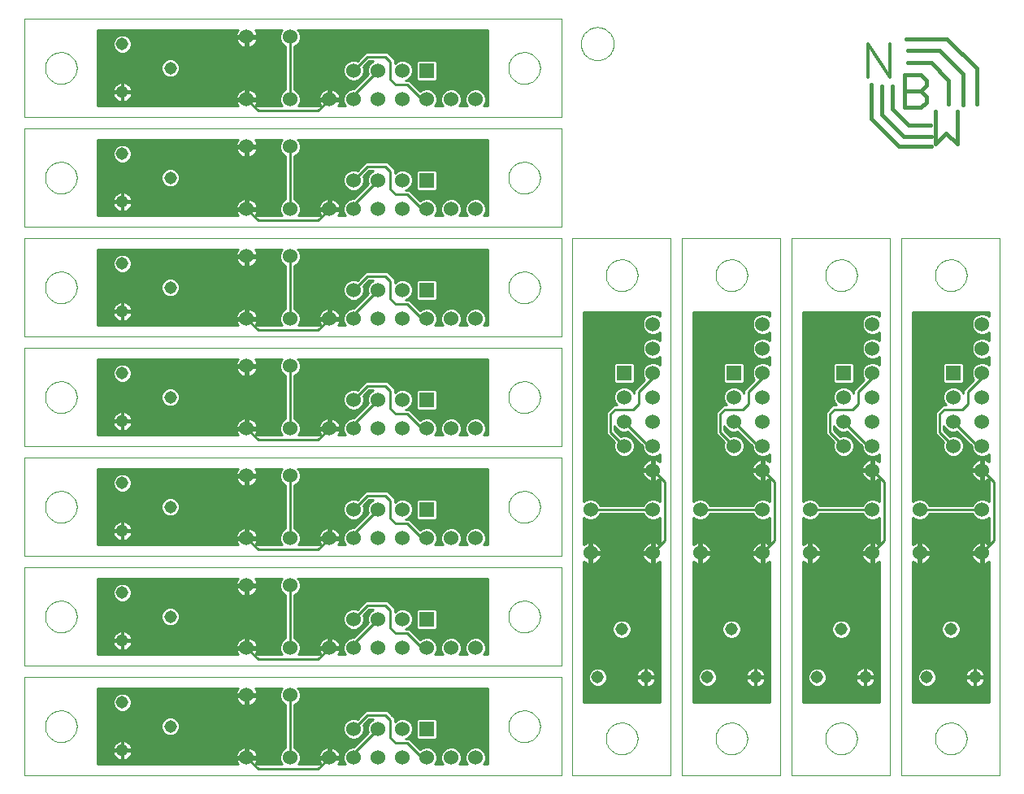
<source format=gtl>
G75*
G70*
%OFA0B0*%
%FSLAX24Y24*%
%IPPOS*%
%LPD*%
%AMOC8*
5,1,8,0,0,1.08239X$1,22.5*
%
%ADD10C,0.0000*%
%ADD11C,0.0120*%
%ADD12C,0.0150*%
%ADD13R,0.0600X0.0600*%
%ADD14C,0.0600*%
%ADD15C,0.0515*%
%ADD16C,0.0100*%
%ADD17C,0.0160*%
D10*
X000181Y000181D02*
X000181Y004201D01*
X022201Y004201D01*
X022201Y000181D01*
X000181Y000181D01*
X001031Y002181D02*
X001033Y002231D01*
X001039Y002281D01*
X001049Y002331D01*
X001062Y002379D01*
X001079Y002427D01*
X001100Y002473D01*
X001124Y002517D01*
X001152Y002559D01*
X001183Y002599D01*
X001217Y002636D01*
X001254Y002671D01*
X001293Y002702D01*
X001334Y002731D01*
X001378Y002756D01*
X001424Y002778D01*
X001471Y002796D01*
X001519Y002810D01*
X001568Y002821D01*
X001618Y002828D01*
X001668Y002831D01*
X001719Y002830D01*
X001769Y002825D01*
X001819Y002816D01*
X001867Y002804D01*
X001915Y002787D01*
X001961Y002767D01*
X002006Y002744D01*
X002049Y002717D01*
X002089Y002687D01*
X002127Y002654D01*
X002162Y002618D01*
X002195Y002579D01*
X002224Y002538D01*
X002250Y002495D01*
X002273Y002450D01*
X002292Y002403D01*
X002307Y002355D01*
X002319Y002306D01*
X002327Y002256D01*
X002331Y002206D01*
X002331Y002156D01*
X002327Y002106D01*
X002319Y002056D01*
X002307Y002007D01*
X002292Y001959D01*
X002273Y001912D01*
X002250Y001867D01*
X002224Y001824D01*
X002195Y001783D01*
X002162Y001744D01*
X002127Y001708D01*
X002089Y001675D01*
X002049Y001645D01*
X002006Y001618D01*
X001961Y001595D01*
X001915Y001575D01*
X001867Y001558D01*
X001819Y001546D01*
X001769Y001537D01*
X001719Y001532D01*
X001668Y001531D01*
X001618Y001534D01*
X001568Y001541D01*
X001519Y001552D01*
X001471Y001566D01*
X001424Y001584D01*
X001378Y001606D01*
X001334Y001631D01*
X001293Y001660D01*
X001254Y001691D01*
X001217Y001726D01*
X001183Y001763D01*
X001152Y001803D01*
X001124Y001845D01*
X001100Y001889D01*
X001079Y001935D01*
X001062Y001983D01*
X001049Y002031D01*
X001039Y002081D01*
X001033Y002131D01*
X001031Y002181D01*
X000181Y004681D02*
X000181Y008701D01*
X022201Y008701D01*
X022201Y004681D01*
X000181Y004681D01*
X001031Y006681D02*
X001033Y006731D01*
X001039Y006781D01*
X001049Y006831D01*
X001062Y006879D01*
X001079Y006927D01*
X001100Y006973D01*
X001124Y007017D01*
X001152Y007059D01*
X001183Y007099D01*
X001217Y007136D01*
X001254Y007171D01*
X001293Y007202D01*
X001334Y007231D01*
X001378Y007256D01*
X001424Y007278D01*
X001471Y007296D01*
X001519Y007310D01*
X001568Y007321D01*
X001618Y007328D01*
X001668Y007331D01*
X001719Y007330D01*
X001769Y007325D01*
X001819Y007316D01*
X001867Y007304D01*
X001915Y007287D01*
X001961Y007267D01*
X002006Y007244D01*
X002049Y007217D01*
X002089Y007187D01*
X002127Y007154D01*
X002162Y007118D01*
X002195Y007079D01*
X002224Y007038D01*
X002250Y006995D01*
X002273Y006950D01*
X002292Y006903D01*
X002307Y006855D01*
X002319Y006806D01*
X002327Y006756D01*
X002331Y006706D01*
X002331Y006656D01*
X002327Y006606D01*
X002319Y006556D01*
X002307Y006507D01*
X002292Y006459D01*
X002273Y006412D01*
X002250Y006367D01*
X002224Y006324D01*
X002195Y006283D01*
X002162Y006244D01*
X002127Y006208D01*
X002089Y006175D01*
X002049Y006145D01*
X002006Y006118D01*
X001961Y006095D01*
X001915Y006075D01*
X001867Y006058D01*
X001819Y006046D01*
X001769Y006037D01*
X001719Y006032D01*
X001668Y006031D01*
X001618Y006034D01*
X001568Y006041D01*
X001519Y006052D01*
X001471Y006066D01*
X001424Y006084D01*
X001378Y006106D01*
X001334Y006131D01*
X001293Y006160D01*
X001254Y006191D01*
X001217Y006226D01*
X001183Y006263D01*
X001152Y006303D01*
X001124Y006345D01*
X001100Y006389D01*
X001079Y006435D01*
X001062Y006483D01*
X001049Y006531D01*
X001039Y006581D01*
X001033Y006631D01*
X001031Y006681D01*
X000181Y009181D02*
X000181Y013201D01*
X022201Y013201D01*
X022201Y009181D01*
X000181Y009181D01*
X001031Y011181D02*
X001033Y011231D01*
X001039Y011281D01*
X001049Y011331D01*
X001062Y011379D01*
X001079Y011427D01*
X001100Y011473D01*
X001124Y011517D01*
X001152Y011559D01*
X001183Y011599D01*
X001217Y011636D01*
X001254Y011671D01*
X001293Y011702D01*
X001334Y011731D01*
X001378Y011756D01*
X001424Y011778D01*
X001471Y011796D01*
X001519Y011810D01*
X001568Y011821D01*
X001618Y011828D01*
X001668Y011831D01*
X001719Y011830D01*
X001769Y011825D01*
X001819Y011816D01*
X001867Y011804D01*
X001915Y011787D01*
X001961Y011767D01*
X002006Y011744D01*
X002049Y011717D01*
X002089Y011687D01*
X002127Y011654D01*
X002162Y011618D01*
X002195Y011579D01*
X002224Y011538D01*
X002250Y011495D01*
X002273Y011450D01*
X002292Y011403D01*
X002307Y011355D01*
X002319Y011306D01*
X002327Y011256D01*
X002331Y011206D01*
X002331Y011156D01*
X002327Y011106D01*
X002319Y011056D01*
X002307Y011007D01*
X002292Y010959D01*
X002273Y010912D01*
X002250Y010867D01*
X002224Y010824D01*
X002195Y010783D01*
X002162Y010744D01*
X002127Y010708D01*
X002089Y010675D01*
X002049Y010645D01*
X002006Y010618D01*
X001961Y010595D01*
X001915Y010575D01*
X001867Y010558D01*
X001819Y010546D01*
X001769Y010537D01*
X001719Y010532D01*
X001668Y010531D01*
X001618Y010534D01*
X001568Y010541D01*
X001519Y010552D01*
X001471Y010566D01*
X001424Y010584D01*
X001378Y010606D01*
X001334Y010631D01*
X001293Y010660D01*
X001254Y010691D01*
X001217Y010726D01*
X001183Y010763D01*
X001152Y010803D01*
X001124Y010845D01*
X001100Y010889D01*
X001079Y010935D01*
X001062Y010983D01*
X001049Y011031D01*
X001039Y011081D01*
X001033Y011131D01*
X001031Y011181D01*
X000181Y013681D02*
X000181Y017701D01*
X022201Y017701D01*
X022201Y013681D01*
X000181Y013681D01*
X001031Y015681D02*
X001033Y015731D01*
X001039Y015781D01*
X001049Y015831D01*
X001062Y015879D01*
X001079Y015927D01*
X001100Y015973D01*
X001124Y016017D01*
X001152Y016059D01*
X001183Y016099D01*
X001217Y016136D01*
X001254Y016171D01*
X001293Y016202D01*
X001334Y016231D01*
X001378Y016256D01*
X001424Y016278D01*
X001471Y016296D01*
X001519Y016310D01*
X001568Y016321D01*
X001618Y016328D01*
X001668Y016331D01*
X001719Y016330D01*
X001769Y016325D01*
X001819Y016316D01*
X001867Y016304D01*
X001915Y016287D01*
X001961Y016267D01*
X002006Y016244D01*
X002049Y016217D01*
X002089Y016187D01*
X002127Y016154D01*
X002162Y016118D01*
X002195Y016079D01*
X002224Y016038D01*
X002250Y015995D01*
X002273Y015950D01*
X002292Y015903D01*
X002307Y015855D01*
X002319Y015806D01*
X002327Y015756D01*
X002331Y015706D01*
X002331Y015656D01*
X002327Y015606D01*
X002319Y015556D01*
X002307Y015507D01*
X002292Y015459D01*
X002273Y015412D01*
X002250Y015367D01*
X002224Y015324D01*
X002195Y015283D01*
X002162Y015244D01*
X002127Y015208D01*
X002089Y015175D01*
X002049Y015145D01*
X002006Y015118D01*
X001961Y015095D01*
X001915Y015075D01*
X001867Y015058D01*
X001819Y015046D01*
X001769Y015037D01*
X001719Y015032D01*
X001668Y015031D01*
X001618Y015034D01*
X001568Y015041D01*
X001519Y015052D01*
X001471Y015066D01*
X001424Y015084D01*
X001378Y015106D01*
X001334Y015131D01*
X001293Y015160D01*
X001254Y015191D01*
X001217Y015226D01*
X001183Y015263D01*
X001152Y015303D01*
X001124Y015345D01*
X001100Y015389D01*
X001079Y015435D01*
X001062Y015483D01*
X001049Y015531D01*
X001039Y015581D01*
X001033Y015631D01*
X001031Y015681D01*
X000181Y018181D02*
X000181Y022201D01*
X022201Y022201D01*
X022201Y018181D01*
X000181Y018181D01*
X001031Y020181D02*
X001033Y020231D01*
X001039Y020281D01*
X001049Y020331D01*
X001062Y020379D01*
X001079Y020427D01*
X001100Y020473D01*
X001124Y020517D01*
X001152Y020559D01*
X001183Y020599D01*
X001217Y020636D01*
X001254Y020671D01*
X001293Y020702D01*
X001334Y020731D01*
X001378Y020756D01*
X001424Y020778D01*
X001471Y020796D01*
X001519Y020810D01*
X001568Y020821D01*
X001618Y020828D01*
X001668Y020831D01*
X001719Y020830D01*
X001769Y020825D01*
X001819Y020816D01*
X001867Y020804D01*
X001915Y020787D01*
X001961Y020767D01*
X002006Y020744D01*
X002049Y020717D01*
X002089Y020687D01*
X002127Y020654D01*
X002162Y020618D01*
X002195Y020579D01*
X002224Y020538D01*
X002250Y020495D01*
X002273Y020450D01*
X002292Y020403D01*
X002307Y020355D01*
X002319Y020306D01*
X002327Y020256D01*
X002331Y020206D01*
X002331Y020156D01*
X002327Y020106D01*
X002319Y020056D01*
X002307Y020007D01*
X002292Y019959D01*
X002273Y019912D01*
X002250Y019867D01*
X002224Y019824D01*
X002195Y019783D01*
X002162Y019744D01*
X002127Y019708D01*
X002089Y019675D01*
X002049Y019645D01*
X002006Y019618D01*
X001961Y019595D01*
X001915Y019575D01*
X001867Y019558D01*
X001819Y019546D01*
X001769Y019537D01*
X001719Y019532D01*
X001668Y019531D01*
X001618Y019534D01*
X001568Y019541D01*
X001519Y019552D01*
X001471Y019566D01*
X001424Y019584D01*
X001378Y019606D01*
X001334Y019631D01*
X001293Y019660D01*
X001254Y019691D01*
X001217Y019726D01*
X001183Y019763D01*
X001152Y019803D01*
X001124Y019845D01*
X001100Y019889D01*
X001079Y019935D01*
X001062Y019983D01*
X001049Y020031D01*
X001039Y020081D01*
X001033Y020131D01*
X001031Y020181D01*
X000181Y022681D02*
X000181Y026701D01*
X022201Y026701D01*
X022201Y022681D01*
X000181Y022681D01*
X001031Y024681D02*
X001033Y024731D01*
X001039Y024781D01*
X001049Y024831D01*
X001062Y024879D01*
X001079Y024927D01*
X001100Y024973D01*
X001124Y025017D01*
X001152Y025059D01*
X001183Y025099D01*
X001217Y025136D01*
X001254Y025171D01*
X001293Y025202D01*
X001334Y025231D01*
X001378Y025256D01*
X001424Y025278D01*
X001471Y025296D01*
X001519Y025310D01*
X001568Y025321D01*
X001618Y025328D01*
X001668Y025331D01*
X001719Y025330D01*
X001769Y025325D01*
X001819Y025316D01*
X001867Y025304D01*
X001915Y025287D01*
X001961Y025267D01*
X002006Y025244D01*
X002049Y025217D01*
X002089Y025187D01*
X002127Y025154D01*
X002162Y025118D01*
X002195Y025079D01*
X002224Y025038D01*
X002250Y024995D01*
X002273Y024950D01*
X002292Y024903D01*
X002307Y024855D01*
X002319Y024806D01*
X002327Y024756D01*
X002331Y024706D01*
X002331Y024656D01*
X002327Y024606D01*
X002319Y024556D01*
X002307Y024507D01*
X002292Y024459D01*
X002273Y024412D01*
X002250Y024367D01*
X002224Y024324D01*
X002195Y024283D01*
X002162Y024244D01*
X002127Y024208D01*
X002089Y024175D01*
X002049Y024145D01*
X002006Y024118D01*
X001961Y024095D01*
X001915Y024075D01*
X001867Y024058D01*
X001819Y024046D01*
X001769Y024037D01*
X001719Y024032D01*
X001668Y024031D01*
X001618Y024034D01*
X001568Y024041D01*
X001519Y024052D01*
X001471Y024066D01*
X001424Y024084D01*
X001378Y024106D01*
X001334Y024131D01*
X001293Y024160D01*
X001254Y024191D01*
X001217Y024226D01*
X001183Y024263D01*
X001152Y024303D01*
X001124Y024345D01*
X001100Y024389D01*
X001079Y024435D01*
X001062Y024483D01*
X001049Y024531D01*
X001039Y024581D01*
X001033Y024631D01*
X001031Y024681D01*
X000181Y027181D02*
X000181Y031201D01*
X022201Y031201D01*
X022201Y027181D01*
X000181Y027181D01*
X001031Y029181D02*
X001033Y029231D01*
X001039Y029281D01*
X001049Y029331D01*
X001062Y029379D01*
X001079Y029427D01*
X001100Y029473D01*
X001124Y029517D01*
X001152Y029559D01*
X001183Y029599D01*
X001217Y029636D01*
X001254Y029671D01*
X001293Y029702D01*
X001334Y029731D01*
X001378Y029756D01*
X001424Y029778D01*
X001471Y029796D01*
X001519Y029810D01*
X001568Y029821D01*
X001618Y029828D01*
X001668Y029831D01*
X001719Y029830D01*
X001769Y029825D01*
X001819Y029816D01*
X001867Y029804D01*
X001915Y029787D01*
X001961Y029767D01*
X002006Y029744D01*
X002049Y029717D01*
X002089Y029687D01*
X002127Y029654D01*
X002162Y029618D01*
X002195Y029579D01*
X002224Y029538D01*
X002250Y029495D01*
X002273Y029450D01*
X002292Y029403D01*
X002307Y029355D01*
X002319Y029306D01*
X002327Y029256D01*
X002331Y029206D01*
X002331Y029156D01*
X002327Y029106D01*
X002319Y029056D01*
X002307Y029007D01*
X002292Y028959D01*
X002273Y028912D01*
X002250Y028867D01*
X002224Y028824D01*
X002195Y028783D01*
X002162Y028744D01*
X002127Y028708D01*
X002089Y028675D01*
X002049Y028645D01*
X002006Y028618D01*
X001961Y028595D01*
X001915Y028575D01*
X001867Y028558D01*
X001819Y028546D01*
X001769Y028537D01*
X001719Y028532D01*
X001668Y028531D01*
X001618Y028534D01*
X001568Y028541D01*
X001519Y028552D01*
X001471Y028566D01*
X001424Y028584D01*
X001378Y028606D01*
X001334Y028631D01*
X001293Y028660D01*
X001254Y028691D01*
X001217Y028726D01*
X001183Y028763D01*
X001152Y028803D01*
X001124Y028845D01*
X001100Y028889D01*
X001079Y028935D01*
X001062Y028983D01*
X001049Y029031D01*
X001039Y029081D01*
X001033Y029131D01*
X001031Y029181D01*
X020031Y029181D02*
X020033Y029231D01*
X020039Y029281D01*
X020049Y029331D01*
X020062Y029379D01*
X020079Y029427D01*
X020100Y029473D01*
X020124Y029517D01*
X020152Y029559D01*
X020183Y029599D01*
X020217Y029636D01*
X020254Y029671D01*
X020293Y029702D01*
X020334Y029731D01*
X020378Y029756D01*
X020424Y029778D01*
X020471Y029796D01*
X020519Y029810D01*
X020568Y029821D01*
X020618Y029828D01*
X020668Y029831D01*
X020719Y029830D01*
X020769Y029825D01*
X020819Y029816D01*
X020867Y029804D01*
X020915Y029787D01*
X020961Y029767D01*
X021006Y029744D01*
X021049Y029717D01*
X021089Y029687D01*
X021127Y029654D01*
X021162Y029618D01*
X021195Y029579D01*
X021224Y029538D01*
X021250Y029495D01*
X021273Y029450D01*
X021292Y029403D01*
X021307Y029355D01*
X021319Y029306D01*
X021327Y029256D01*
X021331Y029206D01*
X021331Y029156D01*
X021327Y029106D01*
X021319Y029056D01*
X021307Y029007D01*
X021292Y028959D01*
X021273Y028912D01*
X021250Y028867D01*
X021224Y028824D01*
X021195Y028783D01*
X021162Y028744D01*
X021127Y028708D01*
X021089Y028675D01*
X021049Y028645D01*
X021006Y028618D01*
X020961Y028595D01*
X020915Y028575D01*
X020867Y028558D01*
X020819Y028546D01*
X020769Y028537D01*
X020719Y028532D01*
X020668Y028531D01*
X020618Y028534D01*
X020568Y028541D01*
X020519Y028552D01*
X020471Y028566D01*
X020424Y028584D01*
X020378Y028606D01*
X020334Y028631D01*
X020293Y028660D01*
X020254Y028691D01*
X020217Y028726D01*
X020183Y028763D01*
X020152Y028803D01*
X020124Y028845D01*
X020100Y028889D01*
X020079Y028935D01*
X020062Y028983D01*
X020049Y029031D01*
X020039Y029081D01*
X020033Y029131D01*
X020031Y029181D01*
X023006Y030181D02*
X023008Y030233D01*
X023014Y030284D01*
X023024Y030335D01*
X023037Y030385D01*
X023055Y030433D01*
X023076Y030481D01*
X023101Y030526D01*
X023129Y030569D01*
X023160Y030610D01*
X023195Y030649D01*
X023232Y030685D01*
X023272Y030718D01*
X023314Y030748D01*
X023359Y030774D01*
X023405Y030797D01*
X023453Y030816D01*
X023502Y030832D01*
X023552Y030844D01*
X023604Y030852D01*
X023655Y030856D01*
X023707Y030856D01*
X023758Y030852D01*
X023810Y030844D01*
X023860Y030832D01*
X023909Y030816D01*
X023957Y030797D01*
X024003Y030774D01*
X024048Y030748D01*
X024090Y030718D01*
X024130Y030685D01*
X024167Y030649D01*
X024202Y030610D01*
X024233Y030569D01*
X024261Y030526D01*
X024286Y030481D01*
X024307Y030433D01*
X024325Y030385D01*
X024338Y030335D01*
X024348Y030284D01*
X024354Y030233D01*
X024356Y030181D01*
X024354Y030129D01*
X024348Y030078D01*
X024338Y030027D01*
X024325Y029977D01*
X024307Y029929D01*
X024286Y029881D01*
X024261Y029836D01*
X024233Y029793D01*
X024202Y029752D01*
X024167Y029713D01*
X024130Y029677D01*
X024090Y029644D01*
X024048Y029614D01*
X024003Y029588D01*
X023957Y029565D01*
X023909Y029546D01*
X023860Y029530D01*
X023810Y029518D01*
X023758Y029510D01*
X023707Y029506D01*
X023655Y029506D01*
X023604Y029510D01*
X023552Y029518D01*
X023502Y029530D01*
X023453Y029546D01*
X023405Y029565D01*
X023359Y029588D01*
X023314Y029614D01*
X023272Y029644D01*
X023232Y029677D01*
X023195Y029713D01*
X023160Y029752D01*
X023129Y029793D01*
X023101Y029836D01*
X023076Y029881D01*
X023055Y029929D01*
X023037Y029977D01*
X023024Y030027D01*
X023014Y030078D01*
X023008Y030129D01*
X023006Y030181D01*
X020031Y024681D02*
X020033Y024731D01*
X020039Y024781D01*
X020049Y024831D01*
X020062Y024879D01*
X020079Y024927D01*
X020100Y024973D01*
X020124Y025017D01*
X020152Y025059D01*
X020183Y025099D01*
X020217Y025136D01*
X020254Y025171D01*
X020293Y025202D01*
X020334Y025231D01*
X020378Y025256D01*
X020424Y025278D01*
X020471Y025296D01*
X020519Y025310D01*
X020568Y025321D01*
X020618Y025328D01*
X020668Y025331D01*
X020719Y025330D01*
X020769Y025325D01*
X020819Y025316D01*
X020867Y025304D01*
X020915Y025287D01*
X020961Y025267D01*
X021006Y025244D01*
X021049Y025217D01*
X021089Y025187D01*
X021127Y025154D01*
X021162Y025118D01*
X021195Y025079D01*
X021224Y025038D01*
X021250Y024995D01*
X021273Y024950D01*
X021292Y024903D01*
X021307Y024855D01*
X021319Y024806D01*
X021327Y024756D01*
X021331Y024706D01*
X021331Y024656D01*
X021327Y024606D01*
X021319Y024556D01*
X021307Y024507D01*
X021292Y024459D01*
X021273Y024412D01*
X021250Y024367D01*
X021224Y024324D01*
X021195Y024283D01*
X021162Y024244D01*
X021127Y024208D01*
X021089Y024175D01*
X021049Y024145D01*
X021006Y024118D01*
X020961Y024095D01*
X020915Y024075D01*
X020867Y024058D01*
X020819Y024046D01*
X020769Y024037D01*
X020719Y024032D01*
X020668Y024031D01*
X020618Y024034D01*
X020568Y024041D01*
X020519Y024052D01*
X020471Y024066D01*
X020424Y024084D01*
X020378Y024106D01*
X020334Y024131D01*
X020293Y024160D01*
X020254Y024191D01*
X020217Y024226D01*
X020183Y024263D01*
X020152Y024303D01*
X020124Y024345D01*
X020100Y024389D01*
X020079Y024435D01*
X020062Y024483D01*
X020049Y024531D01*
X020039Y024581D01*
X020033Y024631D01*
X020031Y024681D01*
X022662Y022201D02*
X022662Y000181D01*
X026681Y000181D01*
X026681Y022201D01*
X022662Y022201D01*
X024031Y020681D02*
X024033Y020731D01*
X024039Y020781D01*
X024049Y020831D01*
X024062Y020879D01*
X024079Y020927D01*
X024100Y020973D01*
X024124Y021017D01*
X024152Y021059D01*
X024183Y021099D01*
X024217Y021136D01*
X024254Y021171D01*
X024293Y021202D01*
X024334Y021231D01*
X024378Y021256D01*
X024424Y021278D01*
X024471Y021296D01*
X024519Y021310D01*
X024568Y021321D01*
X024618Y021328D01*
X024668Y021331D01*
X024719Y021330D01*
X024769Y021325D01*
X024819Y021316D01*
X024867Y021304D01*
X024915Y021287D01*
X024961Y021267D01*
X025006Y021244D01*
X025049Y021217D01*
X025089Y021187D01*
X025127Y021154D01*
X025162Y021118D01*
X025195Y021079D01*
X025224Y021038D01*
X025250Y020995D01*
X025273Y020950D01*
X025292Y020903D01*
X025307Y020855D01*
X025319Y020806D01*
X025327Y020756D01*
X025331Y020706D01*
X025331Y020656D01*
X025327Y020606D01*
X025319Y020556D01*
X025307Y020507D01*
X025292Y020459D01*
X025273Y020412D01*
X025250Y020367D01*
X025224Y020324D01*
X025195Y020283D01*
X025162Y020244D01*
X025127Y020208D01*
X025089Y020175D01*
X025049Y020145D01*
X025006Y020118D01*
X024961Y020095D01*
X024915Y020075D01*
X024867Y020058D01*
X024819Y020046D01*
X024769Y020037D01*
X024719Y020032D01*
X024668Y020031D01*
X024618Y020034D01*
X024568Y020041D01*
X024519Y020052D01*
X024471Y020066D01*
X024424Y020084D01*
X024378Y020106D01*
X024334Y020131D01*
X024293Y020160D01*
X024254Y020191D01*
X024217Y020226D01*
X024183Y020263D01*
X024152Y020303D01*
X024124Y020345D01*
X024100Y020389D01*
X024079Y020435D01*
X024062Y020483D01*
X024049Y020531D01*
X024039Y020581D01*
X024033Y020631D01*
X024031Y020681D01*
X020031Y020181D02*
X020033Y020231D01*
X020039Y020281D01*
X020049Y020331D01*
X020062Y020379D01*
X020079Y020427D01*
X020100Y020473D01*
X020124Y020517D01*
X020152Y020559D01*
X020183Y020599D01*
X020217Y020636D01*
X020254Y020671D01*
X020293Y020702D01*
X020334Y020731D01*
X020378Y020756D01*
X020424Y020778D01*
X020471Y020796D01*
X020519Y020810D01*
X020568Y020821D01*
X020618Y020828D01*
X020668Y020831D01*
X020719Y020830D01*
X020769Y020825D01*
X020819Y020816D01*
X020867Y020804D01*
X020915Y020787D01*
X020961Y020767D01*
X021006Y020744D01*
X021049Y020717D01*
X021089Y020687D01*
X021127Y020654D01*
X021162Y020618D01*
X021195Y020579D01*
X021224Y020538D01*
X021250Y020495D01*
X021273Y020450D01*
X021292Y020403D01*
X021307Y020355D01*
X021319Y020306D01*
X021327Y020256D01*
X021331Y020206D01*
X021331Y020156D01*
X021327Y020106D01*
X021319Y020056D01*
X021307Y020007D01*
X021292Y019959D01*
X021273Y019912D01*
X021250Y019867D01*
X021224Y019824D01*
X021195Y019783D01*
X021162Y019744D01*
X021127Y019708D01*
X021089Y019675D01*
X021049Y019645D01*
X021006Y019618D01*
X020961Y019595D01*
X020915Y019575D01*
X020867Y019558D01*
X020819Y019546D01*
X020769Y019537D01*
X020719Y019532D01*
X020668Y019531D01*
X020618Y019534D01*
X020568Y019541D01*
X020519Y019552D01*
X020471Y019566D01*
X020424Y019584D01*
X020378Y019606D01*
X020334Y019631D01*
X020293Y019660D01*
X020254Y019691D01*
X020217Y019726D01*
X020183Y019763D01*
X020152Y019803D01*
X020124Y019845D01*
X020100Y019889D01*
X020079Y019935D01*
X020062Y019983D01*
X020049Y020031D01*
X020039Y020081D01*
X020033Y020131D01*
X020031Y020181D01*
X020031Y015681D02*
X020033Y015731D01*
X020039Y015781D01*
X020049Y015831D01*
X020062Y015879D01*
X020079Y015927D01*
X020100Y015973D01*
X020124Y016017D01*
X020152Y016059D01*
X020183Y016099D01*
X020217Y016136D01*
X020254Y016171D01*
X020293Y016202D01*
X020334Y016231D01*
X020378Y016256D01*
X020424Y016278D01*
X020471Y016296D01*
X020519Y016310D01*
X020568Y016321D01*
X020618Y016328D01*
X020668Y016331D01*
X020719Y016330D01*
X020769Y016325D01*
X020819Y016316D01*
X020867Y016304D01*
X020915Y016287D01*
X020961Y016267D01*
X021006Y016244D01*
X021049Y016217D01*
X021089Y016187D01*
X021127Y016154D01*
X021162Y016118D01*
X021195Y016079D01*
X021224Y016038D01*
X021250Y015995D01*
X021273Y015950D01*
X021292Y015903D01*
X021307Y015855D01*
X021319Y015806D01*
X021327Y015756D01*
X021331Y015706D01*
X021331Y015656D01*
X021327Y015606D01*
X021319Y015556D01*
X021307Y015507D01*
X021292Y015459D01*
X021273Y015412D01*
X021250Y015367D01*
X021224Y015324D01*
X021195Y015283D01*
X021162Y015244D01*
X021127Y015208D01*
X021089Y015175D01*
X021049Y015145D01*
X021006Y015118D01*
X020961Y015095D01*
X020915Y015075D01*
X020867Y015058D01*
X020819Y015046D01*
X020769Y015037D01*
X020719Y015032D01*
X020668Y015031D01*
X020618Y015034D01*
X020568Y015041D01*
X020519Y015052D01*
X020471Y015066D01*
X020424Y015084D01*
X020378Y015106D01*
X020334Y015131D01*
X020293Y015160D01*
X020254Y015191D01*
X020217Y015226D01*
X020183Y015263D01*
X020152Y015303D01*
X020124Y015345D01*
X020100Y015389D01*
X020079Y015435D01*
X020062Y015483D01*
X020049Y015531D01*
X020039Y015581D01*
X020033Y015631D01*
X020031Y015681D01*
X020031Y011181D02*
X020033Y011231D01*
X020039Y011281D01*
X020049Y011331D01*
X020062Y011379D01*
X020079Y011427D01*
X020100Y011473D01*
X020124Y011517D01*
X020152Y011559D01*
X020183Y011599D01*
X020217Y011636D01*
X020254Y011671D01*
X020293Y011702D01*
X020334Y011731D01*
X020378Y011756D01*
X020424Y011778D01*
X020471Y011796D01*
X020519Y011810D01*
X020568Y011821D01*
X020618Y011828D01*
X020668Y011831D01*
X020719Y011830D01*
X020769Y011825D01*
X020819Y011816D01*
X020867Y011804D01*
X020915Y011787D01*
X020961Y011767D01*
X021006Y011744D01*
X021049Y011717D01*
X021089Y011687D01*
X021127Y011654D01*
X021162Y011618D01*
X021195Y011579D01*
X021224Y011538D01*
X021250Y011495D01*
X021273Y011450D01*
X021292Y011403D01*
X021307Y011355D01*
X021319Y011306D01*
X021327Y011256D01*
X021331Y011206D01*
X021331Y011156D01*
X021327Y011106D01*
X021319Y011056D01*
X021307Y011007D01*
X021292Y010959D01*
X021273Y010912D01*
X021250Y010867D01*
X021224Y010824D01*
X021195Y010783D01*
X021162Y010744D01*
X021127Y010708D01*
X021089Y010675D01*
X021049Y010645D01*
X021006Y010618D01*
X020961Y010595D01*
X020915Y010575D01*
X020867Y010558D01*
X020819Y010546D01*
X020769Y010537D01*
X020719Y010532D01*
X020668Y010531D01*
X020618Y010534D01*
X020568Y010541D01*
X020519Y010552D01*
X020471Y010566D01*
X020424Y010584D01*
X020378Y010606D01*
X020334Y010631D01*
X020293Y010660D01*
X020254Y010691D01*
X020217Y010726D01*
X020183Y010763D01*
X020152Y010803D01*
X020124Y010845D01*
X020100Y010889D01*
X020079Y010935D01*
X020062Y010983D01*
X020049Y011031D01*
X020039Y011081D01*
X020033Y011131D01*
X020031Y011181D01*
X020031Y006681D02*
X020033Y006731D01*
X020039Y006781D01*
X020049Y006831D01*
X020062Y006879D01*
X020079Y006927D01*
X020100Y006973D01*
X020124Y007017D01*
X020152Y007059D01*
X020183Y007099D01*
X020217Y007136D01*
X020254Y007171D01*
X020293Y007202D01*
X020334Y007231D01*
X020378Y007256D01*
X020424Y007278D01*
X020471Y007296D01*
X020519Y007310D01*
X020568Y007321D01*
X020618Y007328D01*
X020668Y007331D01*
X020719Y007330D01*
X020769Y007325D01*
X020819Y007316D01*
X020867Y007304D01*
X020915Y007287D01*
X020961Y007267D01*
X021006Y007244D01*
X021049Y007217D01*
X021089Y007187D01*
X021127Y007154D01*
X021162Y007118D01*
X021195Y007079D01*
X021224Y007038D01*
X021250Y006995D01*
X021273Y006950D01*
X021292Y006903D01*
X021307Y006855D01*
X021319Y006806D01*
X021327Y006756D01*
X021331Y006706D01*
X021331Y006656D01*
X021327Y006606D01*
X021319Y006556D01*
X021307Y006507D01*
X021292Y006459D01*
X021273Y006412D01*
X021250Y006367D01*
X021224Y006324D01*
X021195Y006283D01*
X021162Y006244D01*
X021127Y006208D01*
X021089Y006175D01*
X021049Y006145D01*
X021006Y006118D01*
X020961Y006095D01*
X020915Y006075D01*
X020867Y006058D01*
X020819Y006046D01*
X020769Y006037D01*
X020719Y006032D01*
X020668Y006031D01*
X020618Y006034D01*
X020568Y006041D01*
X020519Y006052D01*
X020471Y006066D01*
X020424Y006084D01*
X020378Y006106D01*
X020334Y006131D01*
X020293Y006160D01*
X020254Y006191D01*
X020217Y006226D01*
X020183Y006263D01*
X020152Y006303D01*
X020124Y006345D01*
X020100Y006389D01*
X020079Y006435D01*
X020062Y006483D01*
X020049Y006531D01*
X020039Y006581D01*
X020033Y006631D01*
X020031Y006681D01*
X020031Y002181D02*
X020033Y002231D01*
X020039Y002281D01*
X020049Y002331D01*
X020062Y002379D01*
X020079Y002427D01*
X020100Y002473D01*
X020124Y002517D01*
X020152Y002559D01*
X020183Y002599D01*
X020217Y002636D01*
X020254Y002671D01*
X020293Y002702D01*
X020334Y002731D01*
X020378Y002756D01*
X020424Y002778D01*
X020471Y002796D01*
X020519Y002810D01*
X020568Y002821D01*
X020618Y002828D01*
X020668Y002831D01*
X020719Y002830D01*
X020769Y002825D01*
X020819Y002816D01*
X020867Y002804D01*
X020915Y002787D01*
X020961Y002767D01*
X021006Y002744D01*
X021049Y002717D01*
X021089Y002687D01*
X021127Y002654D01*
X021162Y002618D01*
X021195Y002579D01*
X021224Y002538D01*
X021250Y002495D01*
X021273Y002450D01*
X021292Y002403D01*
X021307Y002355D01*
X021319Y002306D01*
X021327Y002256D01*
X021331Y002206D01*
X021331Y002156D01*
X021327Y002106D01*
X021319Y002056D01*
X021307Y002007D01*
X021292Y001959D01*
X021273Y001912D01*
X021250Y001867D01*
X021224Y001824D01*
X021195Y001783D01*
X021162Y001744D01*
X021127Y001708D01*
X021089Y001675D01*
X021049Y001645D01*
X021006Y001618D01*
X020961Y001595D01*
X020915Y001575D01*
X020867Y001558D01*
X020819Y001546D01*
X020769Y001537D01*
X020719Y001532D01*
X020668Y001531D01*
X020618Y001534D01*
X020568Y001541D01*
X020519Y001552D01*
X020471Y001566D01*
X020424Y001584D01*
X020378Y001606D01*
X020334Y001631D01*
X020293Y001660D01*
X020254Y001691D01*
X020217Y001726D01*
X020183Y001763D01*
X020152Y001803D01*
X020124Y001845D01*
X020100Y001889D01*
X020079Y001935D01*
X020062Y001983D01*
X020049Y002031D01*
X020039Y002081D01*
X020033Y002131D01*
X020031Y002181D01*
X024031Y001681D02*
X024033Y001731D01*
X024039Y001781D01*
X024049Y001831D01*
X024062Y001879D01*
X024079Y001927D01*
X024100Y001973D01*
X024124Y002017D01*
X024152Y002059D01*
X024183Y002099D01*
X024217Y002136D01*
X024254Y002171D01*
X024293Y002202D01*
X024334Y002231D01*
X024378Y002256D01*
X024424Y002278D01*
X024471Y002296D01*
X024519Y002310D01*
X024568Y002321D01*
X024618Y002328D01*
X024668Y002331D01*
X024719Y002330D01*
X024769Y002325D01*
X024819Y002316D01*
X024867Y002304D01*
X024915Y002287D01*
X024961Y002267D01*
X025006Y002244D01*
X025049Y002217D01*
X025089Y002187D01*
X025127Y002154D01*
X025162Y002118D01*
X025195Y002079D01*
X025224Y002038D01*
X025250Y001995D01*
X025273Y001950D01*
X025292Y001903D01*
X025307Y001855D01*
X025319Y001806D01*
X025327Y001756D01*
X025331Y001706D01*
X025331Y001656D01*
X025327Y001606D01*
X025319Y001556D01*
X025307Y001507D01*
X025292Y001459D01*
X025273Y001412D01*
X025250Y001367D01*
X025224Y001324D01*
X025195Y001283D01*
X025162Y001244D01*
X025127Y001208D01*
X025089Y001175D01*
X025049Y001145D01*
X025006Y001118D01*
X024961Y001095D01*
X024915Y001075D01*
X024867Y001058D01*
X024819Y001046D01*
X024769Y001037D01*
X024719Y001032D01*
X024668Y001031D01*
X024618Y001034D01*
X024568Y001041D01*
X024519Y001052D01*
X024471Y001066D01*
X024424Y001084D01*
X024378Y001106D01*
X024334Y001131D01*
X024293Y001160D01*
X024254Y001191D01*
X024217Y001226D01*
X024183Y001263D01*
X024152Y001303D01*
X024124Y001345D01*
X024100Y001389D01*
X024079Y001435D01*
X024062Y001483D01*
X024049Y001531D01*
X024039Y001581D01*
X024033Y001631D01*
X024031Y001681D01*
X027162Y000181D02*
X031181Y000181D01*
X031181Y022201D01*
X027162Y022201D01*
X027162Y000181D01*
X028531Y001681D02*
X028533Y001731D01*
X028539Y001781D01*
X028549Y001831D01*
X028562Y001879D01*
X028579Y001927D01*
X028600Y001973D01*
X028624Y002017D01*
X028652Y002059D01*
X028683Y002099D01*
X028717Y002136D01*
X028754Y002171D01*
X028793Y002202D01*
X028834Y002231D01*
X028878Y002256D01*
X028924Y002278D01*
X028971Y002296D01*
X029019Y002310D01*
X029068Y002321D01*
X029118Y002328D01*
X029168Y002331D01*
X029219Y002330D01*
X029269Y002325D01*
X029319Y002316D01*
X029367Y002304D01*
X029415Y002287D01*
X029461Y002267D01*
X029506Y002244D01*
X029549Y002217D01*
X029589Y002187D01*
X029627Y002154D01*
X029662Y002118D01*
X029695Y002079D01*
X029724Y002038D01*
X029750Y001995D01*
X029773Y001950D01*
X029792Y001903D01*
X029807Y001855D01*
X029819Y001806D01*
X029827Y001756D01*
X029831Y001706D01*
X029831Y001656D01*
X029827Y001606D01*
X029819Y001556D01*
X029807Y001507D01*
X029792Y001459D01*
X029773Y001412D01*
X029750Y001367D01*
X029724Y001324D01*
X029695Y001283D01*
X029662Y001244D01*
X029627Y001208D01*
X029589Y001175D01*
X029549Y001145D01*
X029506Y001118D01*
X029461Y001095D01*
X029415Y001075D01*
X029367Y001058D01*
X029319Y001046D01*
X029269Y001037D01*
X029219Y001032D01*
X029168Y001031D01*
X029118Y001034D01*
X029068Y001041D01*
X029019Y001052D01*
X028971Y001066D01*
X028924Y001084D01*
X028878Y001106D01*
X028834Y001131D01*
X028793Y001160D01*
X028754Y001191D01*
X028717Y001226D01*
X028683Y001263D01*
X028652Y001303D01*
X028624Y001345D01*
X028600Y001389D01*
X028579Y001435D01*
X028562Y001483D01*
X028549Y001531D01*
X028539Y001581D01*
X028533Y001631D01*
X028531Y001681D01*
X031662Y000181D02*
X035681Y000181D01*
X035681Y022201D01*
X031662Y022201D01*
X031662Y000181D01*
X033031Y001681D02*
X033033Y001731D01*
X033039Y001781D01*
X033049Y001831D01*
X033062Y001879D01*
X033079Y001927D01*
X033100Y001973D01*
X033124Y002017D01*
X033152Y002059D01*
X033183Y002099D01*
X033217Y002136D01*
X033254Y002171D01*
X033293Y002202D01*
X033334Y002231D01*
X033378Y002256D01*
X033424Y002278D01*
X033471Y002296D01*
X033519Y002310D01*
X033568Y002321D01*
X033618Y002328D01*
X033668Y002331D01*
X033719Y002330D01*
X033769Y002325D01*
X033819Y002316D01*
X033867Y002304D01*
X033915Y002287D01*
X033961Y002267D01*
X034006Y002244D01*
X034049Y002217D01*
X034089Y002187D01*
X034127Y002154D01*
X034162Y002118D01*
X034195Y002079D01*
X034224Y002038D01*
X034250Y001995D01*
X034273Y001950D01*
X034292Y001903D01*
X034307Y001855D01*
X034319Y001806D01*
X034327Y001756D01*
X034331Y001706D01*
X034331Y001656D01*
X034327Y001606D01*
X034319Y001556D01*
X034307Y001507D01*
X034292Y001459D01*
X034273Y001412D01*
X034250Y001367D01*
X034224Y001324D01*
X034195Y001283D01*
X034162Y001244D01*
X034127Y001208D01*
X034089Y001175D01*
X034049Y001145D01*
X034006Y001118D01*
X033961Y001095D01*
X033915Y001075D01*
X033867Y001058D01*
X033819Y001046D01*
X033769Y001037D01*
X033719Y001032D01*
X033668Y001031D01*
X033618Y001034D01*
X033568Y001041D01*
X033519Y001052D01*
X033471Y001066D01*
X033424Y001084D01*
X033378Y001106D01*
X033334Y001131D01*
X033293Y001160D01*
X033254Y001191D01*
X033217Y001226D01*
X033183Y001263D01*
X033152Y001303D01*
X033124Y001345D01*
X033100Y001389D01*
X033079Y001435D01*
X033062Y001483D01*
X033049Y001531D01*
X033039Y001581D01*
X033033Y001631D01*
X033031Y001681D01*
X036162Y000181D02*
X040181Y000181D01*
X040181Y022201D01*
X036162Y022201D01*
X036162Y000181D01*
X037531Y001681D02*
X037533Y001731D01*
X037539Y001781D01*
X037549Y001831D01*
X037562Y001879D01*
X037579Y001927D01*
X037600Y001973D01*
X037624Y002017D01*
X037652Y002059D01*
X037683Y002099D01*
X037717Y002136D01*
X037754Y002171D01*
X037793Y002202D01*
X037834Y002231D01*
X037878Y002256D01*
X037924Y002278D01*
X037971Y002296D01*
X038019Y002310D01*
X038068Y002321D01*
X038118Y002328D01*
X038168Y002331D01*
X038219Y002330D01*
X038269Y002325D01*
X038319Y002316D01*
X038367Y002304D01*
X038415Y002287D01*
X038461Y002267D01*
X038506Y002244D01*
X038549Y002217D01*
X038589Y002187D01*
X038627Y002154D01*
X038662Y002118D01*
X038695Y002079D01*
X038724Y002038D01*
X038750Y001995D01*
X038773Y001950D01*
X038792Y001903D01*
X038807Y001855D01*
X038819Y001806D01*
X038827Y001756D01*
X038831Y001706D01*
X038831Y001656D01*
X038827Y001606D01*
X038819Y001556D01*
X038807Y001507D01*
X038792Y001459D01*
X038773Y001412D01*
X038750Y001367D01*
X038724Y001324D01*
X038695Y001283D01*
X038662Y001244D01*
X038627Y001208D01*
X038589Y001175D01*
X038549Y001145D01*
X038506Y001118D01*
X038461Y001095D01*
X038415Y001075D01*
X038367Y001058D01*
X038319Y001046D01*
X038269Y001037D01*
X038219Y001032D01*
X038168Y001031D01*
X038118Y001034D01*
X038068Y001041D01*
X038019Y001052D01*
X037971Y001066D01*
X037924Y001084D01*
X037878Y001106D01*
X037834Y001131D01*
X037793Y001160D01*
X037754Y001191D01*
X037717Y001226D01*
X037683Y001263D01*
X037652Y001303D01*
X037624Y001345D01*
X037600Y001389D01*
X037579Y001435D01*
X037562Y001483D01*
X037549Y001531D01*
X037539Y001581D01*
X037533Y001631D01*
X037531Y001681D01*
X037531Y020681D02*
X037533Y020731D01*
X037539Y020781D01*
X037549Y020831D01*
X037562Y020879D01*
X037579Y020927D01*
X037600Y020973D01*
X037624Y021017D01*
X037652Y021059D01*
X037683Y021099D01*
X037717Y021136D01*
X037754Y021171D01*
X037793Y021202D01*
X037834Y021231D01*
X037878Y021256D01*
X037924Y021278D01*
X037971Y021296D01*
X038019Y021310D01*
X038068Y021321D01*
X038118Y021328D01*
X038168Y021331D01*
X038219Y021330D01*
X038269Y021325D01*
X038319Y021316D01*
X038367Y021304D01*
X038415Y021287D01*
X038461Y021267D01*
X038506Y021244D01*
X038549Y021217D01*
X038589Y021187D01*
X038627Y021154D01*
X038662Y021118D01*
X038695Y021079D01*
X038724Y021038D01*
X038750Y020995D01*
X038773Y020950D01*
X038792Y020903D01*
X038807Y020855D01*
X038819Y020806D01*
X038827Y020756D01*
X038831Y020706D01*
X038831Y020656D01*
X038827Y020606D01*
X038819Y020556D01*
X038807Y020507D01*
X038792Y020459D01*
X038773Y020412D01*
X038750Y020367D01*
X038724Y020324D01*
X038695Y020283D01*
X038662Y020244D01*
X038627Y020208D01*
X038589Y020175D01*
X038549Y020145D01*
X038506Y020118D01*
X038461Y020095D01*
X038415Y020075D01*
X038367Y020058D01*
X038319Y020046D01*
X038269Y020037D01*
X038219Y020032D01*
X038168Y020031D01*
X038118Y020034D01*
X038068Y020041D01*
X038019Y020052D01*
X037971Y020066D01*
X037924Y020084D01*
X037878Y020106D01*
X037834Y020131D01*
X037793Y020160D01*
X037754Y020191D01*
X037717Y020226D01*
X037683Y020263D01*
X037652Y020303D01*
X037624Y020345D01*
X037600Y020389D01*
X037579Y020435D01*
X037562Y020483D01*
X037549Y020531D01*
X037539Y020581D01*
X037533Y020631D01*
X037531Y020681D01*
X033031Y020681D02*
X033033Y020731D01*
X033039Y020781D01*
X033049Y020831D01*
X033062Y020879D01*
X033079Y020927D01*
X033100Y020973D01*
X033124Y021017D01*
X033152Y021059D01*
X033183Y021099D01*
X033217Y021136D01*
X033254Y021171D01*
X033293Y021202D01*
X033334Y021231D01*
X033378Y021256D01*
X033424Y021278D01*
X033471Y021296D01*
X033519Y021310D01*
X033568Y021321D01*
X033618Y021328D01*
X033668Y021331D01*
X033719Y021330D01*
X033769Y021325D01*
X033819Y021316D01*
X033867Y021304D01*
X033915Y021287D01*
X033961Y021267D01*
X034006Y021244D01*
X034049Y021217D01*
X034089Y021187D01*
X034127Y021154D01*
X034162Y021118D01*
X034195Y021079D01*
X034224Y021038D01*
X034250Y020995D01*
X034273Y020950D01*
X034292Y020903D01*
X034307Y020855D01*
X034319Y020806D01*
X034327Y020756D01*
X034331Y020706D01*
X034331Y020656D01*
X034327Y020606D01*
X034319Y020556D01*
X034307Y020507D01*
X034292Y020459D01*
X034273Y020412D01*
X034250Y020367D01*
X034224Y020324D01*
X034195Y020283D01*
X034162Y020244D01*
X034127Y020208D01*
X034089Y020175D01*
X034049Y020145D01*
X034006Y020118D01*
X033961Y020095D01*
X033915Y020075D01*
X033867Y020058D01*
X033819Y020046D01*
X033769Y020037D01*
X033719Y020032D01*
X033668Y020031D01*
X033618Y020034D01*
X033568Y020041D01*
X033519Y020052D01*
X033471Y020066D01*
X033424Y020084D01*
X033378Y020106D01*
X033334Y020131D01*
X033293Y020160D01*
X033254Y020191D01*
X033217Y020226D01*
X033183Y020263D01*
X033152Y020303D01*
X033124Y020345D01*
X033100Y020389D01*
X033079Y020435D01*
X033062Y020483D01*
X033049Y020531D01*
X033039Y020581D01*
X033033Y020631D01*
X033031Y020681D01*
X028531Y020681D02*
X028533Y020731D01*
X028539Y020781D01*
X028549Y020831D01*
X028562Y020879D01*
X028579Y020927D01*
X028600Y020973D01*
X028624Y021017D01*
X028652Y021059D01*
X028683Y021099D01*
X028717Y021136D01*
X028754Y021171D01*
X028793Y021202D01*
X028834Y021231D01*
X028878Y021256D01*
X028924Y021278D01*
X028971Y021296D01*
X029019Y021310D01*
X029068Y021321D01*
X029118Y021328D01*
X029168Y021331D01*
X029219Y021330D01*
X029269Y021325D01*
X029319Y021316D01*
X029367Y021304D01*
X029415Y021287D01*
X029461Y021267D01*
X029506Y021244D01*
X029549Y021217D01*
X029589Y021187D01*
X029627Y021154D01*
X029662Y021118D01*
X029695Y021079D01*
X029724Y021038D01*
X029750Y020995D01*
X029773Y020950D01*
X029792Y020903D01*
X029807Y020855D01*
X029819Y020806D01*
X029827Y020756D01*
X029831Y020706D01*
X029831Y020656D01*
X029827Y020606D01*
X029819Y020556D01*
X029807Y020507D01*
X029792Y020459D01*
X029773Y020412D01*
X029750Y020367D01*
X029724Y020324D01*
X029695Y020283D01*
X029662Y020244D01*
X029627Y020208D01*
X029589Y020175D01*
X029549Y020145D01*
X029506Y020118D01*
X029461Y020095D01*
X029415Y020075D01*
X029367Y020058D01*
X029319Y020046D01*
X029269Y020037D01*
X029219Y020032D01*
X029168Y020031D01*
X029118Y020034D01*
X029068Y020041D01*
X029019Y020052D01*
X028971Y020066D01*
X028924Y020084D01*
X028878Y020106D01*
X028834Y020131D01*
X028793Y020160D01*
X028754Y020191D01*
X028717Y020226D01*
X028683Y020263D01*
X028652Y020303D01*
X028624Y020345D01*
X028600Y020389D01*
X028579Y020435D01*
X028562Y020483D01*
X028549Y020531D01*
X028539Y020581D01*
X028533Y020631D01*
X028531Y020681D01*
D11*
X034767Y028791D02*
X034767Y030172D01*
X035688Y028791D01*
X035688Y030172D01*
D12*
X036282Y028907D02*
X036958Y028907D01*
X037183Y028682D01*
X037183Y028456D01*
X036958Y028231D01*
X036282Y028231D01*
X036282Y027556D02*
X036282Y028907D01*
X036958Y028231D02*
X037183Y028006D01*
X037183Y027781D01*
X036958Y027556D01*
X036282Y027556D01*
X037532Y027407D02*
X037532Y026056D01*
X037982Y026506D01*
X038433Y026056D01*
X038433Y027407D01*
D13*
X038280Y016681D03*
X033780Y016681D03*
X029280Y016681D03*
X024780Y016681D03*
X016681Y015583D03*
X016681Y011083D03*
X016681Y006583D03*
X016681Y002083D03*
X016681Y020083D03*
X016681Y024583D03*
X016681Y029083D03*
D14*
X015681Y029083D03*
X014681Y029083D03*
X013681Y029083D03*
X013683Y027902D03*
X012683Y027902D03*
X011071Y027901D03*
X009291Y027901D03*
X009291Y025961D03*
X011071Y025961D03*
X013681Y024583D03*
X014681Y024583D03*
X015681Y024583D03*
X015683Y023402D03*
X014683Y023402D03*
X013683Y023402D03*
X012683Y023402D03*
X011071Y023401D03*
X009291Y023401D03*
X009291Y021461D03*
X011071Y021461D03*
X013681Y020083D03*
X014681Y020083D03*
X015681Y020083D03*
X015683Y018902D03*
X014683Y018902D03*
X013683Y018902D03*
X012683Y018902D03*
X011071Y018901D03*
X009291Y018901D03*
X009291Y016961D03*
X011071Y016961D03*
X013681Y015583D03*
X014681Y015583D03*
X015681Y015583D03*
X015683Y014402D03*
X014683Y014402D03*
X013683Y014402D03*
X012683Y014402D03*
X011071Y014401D03*
X009291Y014401D03*
X009291Y012461D03*
X011071Y012461D03*
X013681Y011083D03*
X014681Y011083D03*
X015681Y011083D03*
X015683Y009902D03*
X014683Y009902D03*
X013683Y009902D03*
X012683Y009902D03*
X011071Y009901D03*
X009291Y009901D03*
X009291Y007961D03*
X011071Y007961D03*
X013681Y006583D03*
X014681Y006583D03*
X015681Y006583D03*
X015683Y005402D03*
X014683Y005402D03*
X013683Y005402D03*
X012683Y005402D03*
X011071Y005401D03*
X009291Y005401D03*
X009291Y003461D03*
X011071Y003461D03*
X013681Y002083D03*
X014681Y002083D03*
X015681Y002083D03*
X015683Y000902D03*
X014683Y000902D03*
X013683Y000902D03*
X012683Y000902D03*
X011071Y000901D03*
X009291Y000901D03*
X016683Y000902D03*
X017683Y000902D03*
X018683Y000902D03*
X018683Y005402D03*
X017683Y005402D03*
X016683Y005402D03*
X016683Y009902D03*
X017683Y009902D03*
X018683Y009902D03*
X023401Y009291D03*
X023401Y011071D03*
X025961Y011071D03*
X025961Y012683D03*
X025961Y013683D03*
X025961Y014683D03*
X024780Y014681D03*
X024780Y013681D03*
X024780Y015681D03*
X025961Y015683D03*
X025961Y016683D03*
X025961Y017683D03*
X025961Y018683D03*
X029280Y015681D03*
X029280Y014681D03*
X029280Y013681D03*
X030461Y013683D03*
X030461Y012683D03*
X030461Y011071D03*
X032401Y011071D03*
X032401Y009291D03*
X030461Y009291D03*
X027901Y009291D03*
X025961Y009291D03*
X027901Y011071D03*
X030461Y014683D03*
X030461Y015683D03*
X030461Y016683D03*
X030461Y017683D03*
X030461Y018683D03*
X033780Y015681D03*
X033780Y014681D03*
X033780Y013681D03*
X034961Y013683D03*
X034961Y012683D03*
X034961Y011071D03*
X036901Y011071D03*
X036901Y009291D03*
X034961Y009291D03*
X039461Y009291D03*
X039461Y011071D03*
X039461Y012683D03*
X039461Y013683D03*
X039461Y014683D03*
X038280Y014681D03*
X038280Y013681D03*
X038280Y015681D03*
X039461Y015683D03*
X039461Y016683D03*
X039461Y017683D03*
X039461Y018683D03*
X034961Y018683D03*
X034961Y017683D03*
X034961Y016683D03*
X034961Y015683D03*
X034961Y014683D03*
X018683Y014402D03*
X017683Y014402D03*
X016683Y014402D03*
X016683Y018902D03*
X017683Y018902D03*
X018683Y018902D03*
X018683Y023402D03*
X017683Y023402D03*
X016683Y023402D03*
X016683Y027902D03*
X017683Y027902D03*
X018683Y027902D03*
X015683Y027902D03*
X014683Y027902D03*
X011071Y030461D03*
X009291Y030461D03*
D15*
X006166Y029181D03*
X004197Y028197D03*
X004197Y030166D03*
X004197Y025666D03*
X006166Y024681D03*
X004197Y023697D03*
X004197Y021166D03*
X006166Y020181D03*
X004197Y019197D03*
X004197Y016666D03*
X006166Y015681D03*
X004197Y014697D03*
X004197Y012166D03*
X006166Y011181D03*
X004197Y010197D03*
X004197Y007666D03*
X006166Y006681D03*
X004197Y005697D03*
X004197Y003166D03*
X006166Y002181D03*
X004197Y001197D03*
X023697Y004197D03*
X025666Y004197D03*
X024681Y006166D03*
X028197Y004197D03*
X030166Y004197D03*
X029181Y006166D03*
X032697Y004197D03*
X034666Y004197D03*
X033681Y006166D03*
X037197Y004197D03*
X039166Y004197D03*
X038181Y006166D03*
D16*
X037902Y005897D02*
X036612Y005897D01*
X036612Y005995D02*
X037832Y005995D01*
X037853Y005946D02*
X037794Y006089D01*
X037794Y006243D01*
X037853Y006385D01*
X037962Y006494D01*
X038104Y006553D01*
X038258Y006553D01*
X038401Y006494D01*
X038510Y006385D01*
X038569Y006243D01*
X038569Y006089D01*
X038510Y005946D01*
X038401Y005837D01*
X038258Y005778D01*
X038104Y005778D01*
X037962Y005837D01*
X037853Y005946D01*
X037794Y006094D02*
X036612Y006094D01*
X036612Y006193D02*
X037794Y006193D01*
X037814Y006291D02*
X036612Y006291D01*
X036612Y006390D02*
X037857Y006390D01*
X037956Y006488D02*
X036612Y006488D01*
X036612Y006587D02*
X039731Y006587D01*
X039731Y006685D02*
X036612Y006685D01*
X036612Y006784D02*
X039731Y006784D01*
X039731Y006882D02*
X036612Y006882D01*
X036612Y006981D02*
X039731Y006981D01*
X039731Y007079D02*
X036612Y007079D01*
X036612Y007178D02*
X039731Y007178D01*
X039731Y007277D02*
X036612Y007277D01*
X036612Y007375D02*
X039731Y007375D01*
X039731Y007474D02*
X036612Y007474D01*
X036612Y007572D02*
X039731Y007572D01*
X039731Y007671D02*
X036612Y007671D01*
X036612Y007769D02*
X039731Y007769D01*
X039731Y007868D02*
X036612Y007868D01*
X036612Y007966D02*
X039731Y007966D01*
X039731Y008065D02*
X036612Y008065D01*
X036612Y008163D02*
X039731Y008163D01*
X039731Y008262D02*
X036612Y008262D01*
X036612Y008361D02*
X039731Y008361D01*
X039731Y008459D02*
X036612Y008459D01*
X036612Y008558D02*
X039731Y008558D01*
X039731Y008656D02*
X036612Y008656D01*
X036612Y008755D02*
X039731Y008755D01*
X039731Y008853D02*
X039569Y008853D01*
X039567Y008852D02*
X039634Y008874D01*
X039697Y008907D01*
X039731Y008931D01*
X039731Y003181D01*
X036612Y003181D01*
X036612Y008946D01*
X036666Y008907D01*
X036729Y008874D01*
X036796Y008852D01*
X036851Y008844D01*
X036851Y009241D01*
X036951Y009241D01*
X036951Y008844D01*
X037007Y008852D01*
X037074Y008874D01*
X037137Y008907D01*
X037195Y008948D01*
X037245Y008998D01*
X037286Y009056D01*
X037318Y009119D01*
X037340Y009186D01*
X037349Y009241D01*
X036952Y009241D01*
X036952Y009341D01*
X037349Y009341D01*
X037340Y009397D01*
X037318Y009464D01*
X037286Y009527D01*
X037245Y009585D01*
X037195Y009635D01*
X037137Y009676D01*
X037074Y009708D01*
X037007Y009730D01*
X036951Y009739D01*
X036951Y009342D01*
X036851Y009342D01*
X036851Y009739D01*
X036796Y009730D01*
X036729Y009708D01*
X036666Y009676D01*
X036612Y009637D01*
X036612Y010753D01*
X036658Y010707D01*
X036816Y010641D01*
X036987Y010641D01*
X037145Y010707D01*
X037266Y010828D01*
X037292Y010891D01*
X039071Y010891D01*
X039097Y010828D01*
X039218Y010707D01*
X039376Y010641D01*
X039547Y010641D01*
X039705Y010707D01*
X039731Y010733D01*
X039731Y009651D01*
X039697Y009676D01*
X039634Y009708D01*
X039567Y009730D01*
X039511Y009739D01*
X039511Y009342D01*
X039411Y009342D01*
X039411Y009739D01*
X039356Y009730D01*
X039289Y009708D01*
X039226Y009676D01*
X039168Y009635D01*
X039118Y009585D01*
X039077Y009527D01*
X039044Y009464D01*
X039022Y009397D01*
X039014Y009341D01*
X039411Y009341D01*
X039411Y009241D01*
X039511Y009241D01*
X039511Y008844D01*
X039567Y008852D01*
X039511Y008853D02*
X039411Y008853D01*
X039411Y008844D02*
X039411Y009241D01*
X039014Y009241D01*
X039022Y009186D01*
X039044Y009119D01*
X039077Y009056D01*
X039118Y008998D01*
X039168Y008948D01*
X039226Y008907D01*
X039289Y008874D01*
X039356Y008852D01*
X039411Y008844D01*
X039354Y008853D02*
X037009Y008853D01*
X036951Y008853D02*
X036851Y008853D01*
X036794Y008853D02*
X036612Y008853D01*
X036851Y008952D02*
X036951Y008952D01*
X036951Y009050D02*
X036851Y009050D01*
X036851Y009149D02*
X036951Y009149D01*
X036952Y009247D02*
X039411Y009247D01*
X039461Y009291D02*
X036901Y009291D01*
X036851Y009346D02*
X036951Y009346D01*
X036951Y009444D02*
X036851Y009444D01*
X036851Y009543D02*
X036951Y009543D01*
X036951Y009642D02*
X036851Y009642D01*
X036618Y009642D02*
X036612Y009642D01*
X036612Y009740D02*
X039731Y009740D01*
X039731Y009839D02*
X036612Y009839D01*
X036612Y009937D02*
X039731Y009937D01*
X039731Y010036D02*
X036612Y010036D01*
X036612Y010134D02*
X039731Y010134D01*
X039731Y010233D02*
X036612Y010233D01*
X036612Y010331D02*
X039731Y010331D01*
X039731Y010430D02*
X036612Y010430D01*
X036612Y010528D02*
X039731Y010528D01*
X039731Y010627D02*
X036612Y010627D01*
X036612Y010726D02*
X036639Y010726D01*
X036901Y011071D02*
X039461Y011071D01*
X039071Y011251D02*
X039097Y011315D01*
X039218Y011436D01*
X039376Y011501D01*
X039547Y011501D01*
X039705Y011436D01*
X039731Y011409D01*
X039731Y012324D01*
X039697Y012299D01*
X039634Y012266D01*
X039566Y012244D01*
X039511Y012236D01*
X039511Y012633D01*
X039411Y012633D01*
X039411Y012236D01*
X039356Y012244D01*
X039288Y012266D01*
X039225Y012299D01*
X039168Y012340D01*
X039118Y012390D01*
X039076Y012448D01*
X039044Y012511D01*
X039022Y012578D01*
X039013Y012633D01*
X039411Y012633D01*
X039411Y012733D01*
X039013Y012733D01*
X039022Y012789D01*
X039044Y012856D01*
X039076Y012919D01*
X039118Y012976D01*
X039168Y013027D01*
X039225Y013068D01*
X039288Y013100D01*
X039356Y013122D01*
X039411Y013131D01*
X039411Y012734D01*
X039511Y012734D01*
X039511Y013131D01*
X039566Y013122D01*
X039634Y013100D01*
X039697Y013068D01*
X039731Y013043D01*
X039731Y013346D01*
X039704Y013319D01*
X039546Y013253D01*
X039375Y013253D01*
X039217Y013319D01*
X039096Y013440D01*
X039031Y013598D01*
X039031Y013676D01*
X038429Y014278D01*
X038365Y014251D01*
X038194Y014251D01*
X038036Y014317D01*
X037915Y014438D01*
X037893Y014492D01*
X037893Y014323D01*
X038131Y014085D01*
X038194Y014111D01*
X038365Y014111D01*
X038523Y014046D01*
X038644Y013925D01*
X038710Y013767D01*
X038710Y013596D01*
X038644Y013438D01*
X038523Y013317D01*
X038365Y013251D01*
X038194Y013251D01*
X038036Y013317D01*
X037915Y013438D01*
X037850Y013596D01*
X037850Y013767D01*
X037876Y013831D01*
X037533Y014174D01*
X037533Y014323D01*
X037533Y015065D01*
X037638Y015170D01*
X037833Y015365D01*
X037982Y015365D01*
X037988Y015365D01*
X037915Y015438D01*
X037850Y015596D01*
X037850Y015767D01*
X037915Y015925D01*
X038036Y016046D01*
X038194Y016111D01*
X038365Y016111D01*
X038523Y016046D01*
X038644Y015925D01*
X038686Y015823D01*
X038686Y015965D01*
X038792Y016070D01*
X039129Y016407D01*
X039096Y016440D01*
X039031Y016598D01*
X039031Y016769D01*
X039096Y016927D01*
X039217Y017048D01*
X039375Y017113D01*
X039546Y017113D01*
X039704Y017048D01*
X039731Y017021D01*
X039731Y017346D01*
X039704Y017319D01*
X039546Y017253D01*
X039375Y017253D01*
X039217Y017319D01*
X039096Y017440D01*
X039031Y017598D01*
X039031Y017769D01*
X039096Y017927D01*
X039217Y018048D01*
X039375Y018113D01*
X039546Y018113D01*
X039704Y018048D01*
X039731Y018021D01*
X039731Y018346D01*
X039704Y018319D01*
X039546Y018253D01*
X039375Y018253D01*
X039217Y018319D01*
X039096Y018440D01*
X039031Y018598D01*
X039031Y018769D01*
X039096Y018927D01*
X039217Y019048D01*
X039375Y019113D01*
X039546Y019113D01*
X039704Y019048D01*
X039731Y019021D01*
X039731Y019181D01*
X036612Y019181D01*
X036612Y011390D01*
X036658Y011436D01*
X036816Y011501D01*
X036987Y011501D01*
X037145Y011436D01*
X037266Y011315D01*
X037292Y011251D01*
X039071Y011251D01*
X039099Y011317D02*
X037264Y011317D01*
X037166Y011415D02*
X039197Y011415D01*
X039726Y011415D02*
X039731Y011415D01*
X039731Y011514D02*
X036612Y011514D01*
X036612Y011612D02*
X039731Y011612D01*
X039731Y011711D02*
X036612Y011711D01*
X036612Y011810D02*
X039731Y011810D01*
X039731Y011908D02*
X036612Y011908D01*
X036612Y012007D02*
X039731Y012007D01*
X039731Y012105D02*
X036612Y012105D01*
X036612Y012204D02*
X039731Y012204D01*
X039731Y012302D02*
X039702Y012302D01*
X039511Y012302D02*
X039411Y012302D01*
X039411Y012401D02*
X039511Y012401D01*
X039511Y012499D02*
X039411Y012499D01*
X039411Y012598D02*
X039511Y012598D01*
X039489Y012683D02*
X039931Y012217D01*
X039931Y009793D01*
X039461Y009291D01*
X039411Y009346D02*
X039511Y009346D01*
X039511Y009444D02*
X039411Y009444D01*
X039411Y009543D02*
X039511Y009543D01*
X039511Y009642D02*
X039411Y009642D01*
X039178Y009642D02*
X037185Y009642D01*
X037275Y009543D02*
X039088Y009543D01*
X039038Y009444D02*
X037325Y009444D01*
X037348Y009346D02*
X039014Y009346D01*
X039035Y009149D02*
X037328Y009149D01*
X037282Y009050D02*
X039080Y009050D01*
X039165Y008952D02*
X037198Y008952D01*
X035431Y009793D02*
X034961Y009291D01*
X032401Y009291D01*
X032452Y009247D02*
X034911Y009247D01*
X034911Y009241D02*
X034514Y009241D01*
X034522Y009186D01*
X034544Y009119D01*
X034577Y009056D01*
X034618Y008998D01*
X034668Y008948D01*
X034726Y008907D01*
X034789Y008874D01*
X034856Y008852D01*
X034911Y008844D01*
X034911Y009241D01*
X035011Y009241D01*
X035011Y008844D01*
X035067Y008852D01*
X035134Y008874D01*
X035197Y008907D01*
X035231Y008931D01*
X035231Y003181D01*
X032112Y003181D01*
X032112Y008946D01*
X032166Y008907D01*
X032229Y008874D01*
X032296Y008852D01*
X032351Y008844D01*
X032351Y009241D01*
X032451Y009241D01*
X032451Y008844D01*
X032507Y008852D01*
X032574Y008874D01*
X032637Y008907D01*
X032695Y008948D01*
X032745Y008998D01*
X032786Y009056D01*
X032818Y009119D01*
X032840Y009186D01*
X032849Y009241D01*
X032452Y009241D01*
X032452Y009341D01*
X032849Y009341D01*
X032840Y009397D01*
X032818Y009464D01*
X032786Y009527D01*
X032745Y009585D01*
X032695Y009635D01*
X032637Y009676D01*
X032574Y009708D01*
X032507Y009730D01*
X032451Y009739D01*
X032451Y009342D01*
X032351Y009342D01*
X032351Y009739D01*
X032296Y009730D01*
X032229Y009708D01*
X032166Y009676D01*
X032112Y009637D01*
X032112Y010753D01*
X032158Y010707D01*
X032316Y010641D01*
X032487Y010641D01*
X032645Y010707D01*
X032766Y010828D01*
X032792Y010891D01*
X034571Y010891D01*
X034597Y010828D01*
X034718Y010707D01*
X034876Y010641D01*
X035047Y010641D01*
X035205Y010707D01*
X035231Y010733D01*
X035231Y009651D01*
X035197Y009676D01*
X035134Y009708D01*
X035067Y009730D01*
X035011Y009739D01*
X035011Y009342D01*
X034911Y009342D01*
X034911Y009739D01*
X034856Y009730D01*
X034789Y009708D01*
X034726Y009676D01*
X034668Y009635D01*
X034618Y009585D01*
X034577Y009527D01*
X034544Y009464D01*
X034522Y009397D01*
X034514Y009341D01*
X034911Y009341D01*
X034911Y009241D01*
X034911Y009149D02*
X035011Y009149D01*
X035011Y009050D02*
X034911Y009050D01*
X034911Y008952D02*
X035011Y008952D01*
X035011Y008853D02*
X034911Y008853D01*
X034854Y008853D02*
X032509Y008853D01*
X032451Y008853D02*
X032351Y008853D01*
X032294Y008853D02*
X032112Y008853D01*
X032112Y008755D02*
X035231Y008755D01*
X035231Y008853D02*
X035069Y008853D01*
X035231Y008656D02*
X032112Y008656D01*
X032112Y008558D02*
X035231Y008558D01*
X035231Y008459D02*
X032112Y008459D01*
X032112Y008361D02*
X035231Y008361D01*
X035231Y008262D02*
X032112Y008262D01*
X032112Y008163D02*
X035231Y008163D01*
X035231Y008065D02*
X032112Y008065D01*
X032112Y007966D02*
X035231Y007966D01*
X035231Y007868D02*
X032112Y007868D01*
X032112Y007769D02*
X035231Y007769D01*
X035231Y007671D02*
X032112Y007671D01*
X032112Y007572D02*
X035231Y007572D01*
X035231Y007474D02*
X032112Y007474D01*
X032112Y007375D02*
X035231Y007375D01*
X035231Y007277D02*
X032112Y007277D01*
X032112Y007178D02*
X035231Y007178D01*
X035231Y007079D02*
X032112Y007079D01*
X032112Y006981D02*
X035231Y006981D01*
X035231Y006882D02*
X032112Y006882D01*
X032112Y006784D02*
X035231Y006784D01*
X035231Y006685D02*
X032112Y006685D01*
X032112Y006587D02*
X035231Y006587D01*
X035231Y006488D02*
X033907Y006488D01*
X033901Y006494D02*
X034010Y006385D01*
X034069Y006243D01*
X034069Y006089D01*
X034010Y005946D01*
X033901Y005837D01*
X033758Y005778D01*
X033604Y005778D01*
X033462Y005837D01*
X033353Y005946D01*
X033294Y006089D01*
X033294Y006243D01*
X033353Y006385D01*
X033462Y006494D01*
X033604Y006553D01*
X033758Y006553D01*
X033901Y006494D01*
X034005Y006390D02*
X035231Y006390D01*
X035231Y006291D02*
X034049Y006291D01*
X034069Y006193D02*
X035231Y006193D01*
X035231Y006094D02*
X034069Y006094D01*
X034030Y005995D02*
X035231Y005995D01*
X035231Y005897D02*
X033961Y005897D01*
X033807Y005798D02*
X035231Y005798D01*
X035231Y005700D02*
X032112Y005700D01*
X032112Y005798D02*
X033556Y005798D01*
X033402Y005897D02*
X032112Y005897D01*
X032112Y005995D02*
X033332Y005995D01*
X033294Y006094D02*
X032112Y006094D01*
X032112Y006193D02*
X033294Y006193D01*
X033314Y006291D02*
X032112Y006291D01*
X032112Y006390D02*
X033357Y006390D01*
X033456Y006488D02*
X032112Y006488D01*
X032112Y005601D02*
X035231Y005601D01*
X035231Y005503D02*
X032112Y005503D01*
X032112Y005404D02*
X035231Y005404D01*
X035231Y005306D02*
X032112Y005306D01*
X032112Y005207D02*
X035231Y005207D01*
X035231Y005109D02*
X032112Y005109D01*
X032112Y005010D02*
X035231Y005010D01*
X035231Y004911D02*
X032112Y004911D01*
X032112Y004813D02*
X035231Y004813D01*
X035231Y004714D02*
X032112Y004714D01*
X032112Y004616D02*
X035231Y004616D01*
X035231Y004517D02*
X034918Y004517D01*
X034931Y004508D02*
X034879Y004546D01*
X034822Y004575D01*
X034761Y004595D01*
X034698Y004605D01*
X034694Y004605D01*
X034694Y004226D01*
X034637Y004226D01*
X034637Y004605D01*
X034634Y004605D01*
X034570Y004595D01*
X034509Y004575D01*
X034452Y004546D01*
X034400Y004508D01*
X034355Y004463D01*
X034317Y004411D01*
X034288Y004354D01*
X034268Y004293D01*
X034258Y004229D01*
X034258Y004226D01*
X034637Y004226D01*
X034637Y004168D01*
X034694Y004168D01*
X034694Y003790D01*
X034698Y003790D01*
X034761Y003800D01*
X034822Y003820D01*
X034879Y003849D01*
X034931Y003886D01*
X034976Y003932D01*
X035014Y003984D01*
X035043Y004041D01*
X035063Y004102D01*
X035073Y004165D01*
X035073Y004168D01*
X034695Y004168D01*
X034695Y004226D01*
X035073Y004226D01*
X035073Y004229D01*
X035063Y004293D01*
X035043Y004354D01*
X035014Y004411D01*
X034976Y004463D01*
X034931Y004508D01*
X035008Y004419D02*
X035231Y004419D01*
X035231Y004320D02*
X035054Y004320D01*
X035066Y004123D02*
X035231Y004123D01*
X035231Y004025D02*
X035035Y004025D01*
X034971Y003926D02*
X035231Y003926D01*
X035231Y003828D02*
X034838Y003828D01*
X034694Y003828D02*
X034637Y003828D01*
X034637Y003790D02*
X034637Y004168D01*
X034258Y004168D01*
X034258Y004165D01*
X034268Y004102D01*
X034288Y004041D01*
X034317Y003984D01*
X034355Y003932D01*
X034400Y003886D01*
X034452Y003849D01*
X034509Y003820D01*
X034570Y003800D01*
X034634Y003790D01*
X034637Y003790D01*
X034637Y003926D02*
X034694Y003926D01*
X034694Y004025D02*
X034637Y004025D01*
X034637Y004123D02*
X034694Y004123D01*
X034695Y004222D02*
X035231Y004222D01*
X035231Y003729D02*
X032112Y003729D01*
X032112Y003828D02*
X032577Y003828D01*
X032620Y003810D02*
X032774Y003810D01*
X032917Y003869D01*
X033026Y003978D01*
X033085Y004120D01*
X033085Y004274D01*
X033026Y004417D01*
X032917Y004526D01*
X032774Y004585D01*
X032620Y004585D01*
X032478Y004526D01*
X032369Y004417D01*
X032310Y004274D01*
X032310Y004120D01*
X032369Y003978D01*
X032478Y003869D01*
X032620Y003810D01*
X032817Y003828D02*
X034494Y003828D01*
X034360Y003926D02*
X032974Y003926D01*
X033045Y004025D02*
X034296Y004025D01*
X034265Y004123D02*
X033085Y004123D01*
X033085Y004222D02*
X034637Y004222D01*
X034637Y004320D02*
X034694Y004320D01*
X034694Y004419D02*
X034637Y004419D01*
X034637Y004517D02*
X034694Y004517D01*
X034413Y004517D02*
X032925Y004517D01*
X033023Y004419D02*
X034323Y004419D01*
X034277Y004320D02*
X033066Y004320D01*
X032469Y004517D02*
X032112Y004517D01*
X032112Y004419D02*
X032371Y004419D01*
X032329Y004320D02*
X032112Y004320D01*
X032112Y004222D02*
X032310Y004222D01*
X032310Y004123D02*
X032112Y004123D01*
X032112Y004025D02*
X032349Y004025D01*
X032420Y003926D02*
X032112Y003926D01*
X032112Y003630D02*
X035231Y003630D01*
X035231Y003532D02*
X032112Y003532D01*
X032112Y003433D02*
X035231Y003433D01*
X035231Y003335D02*
X032112Y003335D01*
X032112Y003236D02*
X035231Y003236D01*
X036612Y003236D02*
X039731Y003236D01*
X039731Y003335D02*
X036612Y003335D01*
X036612Y003433D02*
X039731Y003433D01*
X039731Y003532D02*
X036612Y003532D01*
X036612Y003630D02*
X039731Y003630D01*
X039731Y003729D02*
X036612Y003729D01*
X036612Y003828D02*
X037077Y003828D01*
X037120Y003810D02*
X037274Y003810D01*
X037417Y003869D01*
X037526Y003978D01*
X037585Y004120D01*
X037585Y004274D01*
X037526Y004417D01*
X037417Y004526D01*
X037274Y004585D01*
X037120Y004585D01*
X036978Y004526D01*
X036869Y004417D01*
X036810Y004274D01*
X036810Y004120D01*
X036869Y003978D01*
X036978Y003869D01*
X037120Y003810D01*
X037317Y003828D02*
X038994Y003828D01*
X039009Y003820D02*
X039070Y003800D01*
X039134Y003790D01*
X039137Y003790D01*
X039137Y004168D01*
X039194Y004168D01*
X039194Y003790D01*
X039198Y003790D01*
X039261Y003800D01*
X039322Y003820D01*
X039379Y003849D01*
X039431Y003886D01*
X039476Y003932D01*
X039514Y003984D01*
X039543Y004041D01*
X039563Y004102D01*
X039573Y004165D01*
X039573Y004168D01*
X039195Y004168D01*
X039195Y004226D01*
X039573Y004226D01*
X039573Y004229D01*
X039563Y004293D01*
X039543Y004354D01*
X039514Y004411D01*
X039476Y004463D01*
X039431Y004508D01*
X039379Y004546D01*
X039322Y004575D01*
X039261Y004595D01*
X039198Y004605D01*
X039194Y004605D01*
X039194Y004226D01*
X039137Y004226D01*
X039137Y004605D01*
X039134Y004605D01*
X039070Y004595D01*
X039009Y004575D01*
X038952Y004546D01*
X038900Y004508D01*
X038855Y004463D01*
X038817Y004411D01*
X038788Y004354D01*
X038768Y004293D01*
X038758Y004229D01*
X038758Y004226D01*
X039137Y004226D01*
X039137Y004168D01*
X038758Y004168D01*
X038758Y004165D01*
X038768Y004102D01*
X038788Y004041D01*
X038817Y003984D01*
X038855Y003932D01*
X038900Y003886D01*
X038952Y003849D01*
X039009Y003820D01*
X039137Y003828D02*
X039194Y003828D01*
X039194Y003926D02*
X039137Y003926D01*
X039137Y004025D02*
X039194Y004025D01*
X039194Y004123D02*
X039137Y004123D01*
X039137Y004222D02*
X037585Y004222D01*
X037585Y004123D02*
X038765Y004123D01*
X038796Y004025D02*
X037545Y004025D01*
X037474Y003926D02*
X038860Y003926D01*
X038777Y004320D02*
X037566Y004320D01*
X037523Y004419D02*
X038823Y004419D01*
X038913Y004517D02*
X037425Y004517D01*
X036969Y004517D02*
X036612Y004517D01*
X036612Y004419D02*
X036871Y004419D01*
X036829Y004320D02*
X036612Y004320D01*
X036612Y004222D02*
X036810Y004222D01*
X036810Y004123D02*
X036612Y004123D01*
X036612Y004025D02*
X036849Y004025D01*
X036920Y003926D02*
X036612Y003926D01*
X036612Y004616D02*
X039731Y004616D01*
X039731Y004714D02*
X036612Y004714D01*
X036612Y004813D02*
X039731Y004813D01*
X039731Y004911D02*
X036612Y004911D01*
X036612Y005010D02*
X039731Y005010D01*
X039731Y005109D02*
X036612Y005109D01*
X036612Y005207D02*
X039731Y005207D01*
X039731Y005306D02*
X036612Y005306D01*
X036612Y005404D02*
X039731Y005404D01*
X039731Y005503D02*
X036612Y005503D01*
X036612Y005601D02*
X039731Y005601D01*
X039731Y005700D02*
X036612Y005700D01*
X036612Y005798D02*
X038056Y005798D01*
X038307Y005798D02*
X039731Y005798D01*
X039731Y005897D02*
X038461Y005897D01*
X038530Y005995D02*
X039731Y005995D01*
X039731Y006094D02*
X038569Y006094D01*
X038569Y006193D02*
X039731Y006193D01*
X039731Y006291D02*
X038549Y006291D01*
X038505Y006390D02*
X039731Y006390D01*
X039731Y006488D02*
X038407Y006488D01*
X039137Y004517D02*
X039194Y004517D01*
X039194Y004419D02*
X039137Y004419D01*
X039137Y004320D02*
X039194Y004320D01*
X039195Y004222D02*
X039731Y004222D01*
X039731Y004320D02*
X039554Y004320D01*
X039508Y004419D02*
X039731Y004419D01*
X039731Y004517D02*
X039418Y004517D01*
X039566Y004123D02*
X039731Y004123D01*
X039731Y004025D02*
X039535Y004025D01*
X039471Y003926D02*
X039731Y003926D01*
X039731Y003828D02*
X039338Y003828D01*
X039411Y008952D02*
X039511Y008952D01*
X039511Y009050D02*
X039411Y009050D01*
X039411Y009149D02*
X039511Y009149D01*
X039724Y010726D02*
X039731Y010726D01*
X039199Y010726D02*
X037164Y010726D01*
X037262Y010824D02*
X039101Y010824D01*
X039220Y012302D02*
X036612Y012302D01*
X036612Y012401D02*
X039110Y012401D01*
X039050Y012499D02*
X036612Y012499D01*
X036612Y012598D02*
X039019Y012598D01*
X039024Y012795D02*
X036612Y012795D01*
X036612Y012894D02*
X039063Y012894D01*
X039133Y012992D02*
X036612Y012992D01*
X036612Y013091D02*
X039269Y013091D01*
X039411Y013091D02*
X039511Y013091D01*
X039511Y012992D02*
X039411Y012992D01*
X039411Y012894D02*
X039511Y012894D01*
X039511Y012795D02*
X039411Y012795D01*
X039411Y012696D02*
X036612Y012696D01*
X036612Y013189D02*
X039731Y013189D01*
X039731Y013091D02*
X039653Y013091D01*
X039629Y013288D02*
X039731Y013288D01*
X039293Y013288D02*
X038453Y013288D01*
X038593Y013386D02*
X039150Y013386D01*
X039078Y013485D02*
X038664Y013485D01*
X038705Y013583D02*
X039037Y013583D01*
X039025Y013682D02*
X038710Y013682D01*
X038704Y013780D02*
X038926Y013780D01*
X038828Y013879D02*
X038663Y013879D01*
X038729Y013977D02*
X038592Y013977D01*
X038631Y014076D02*
X038451Y014076D01*
X038532Y014175D02*
X038041Y014175D01*
X037943Y014273D02*
X038142Y014273D01*
X037981Y014372D02*
X037893Y014372D01*
X037893Y014470D02*
X037902Y014470D01*
X037713Y014248D02*
X038280Y013681D01*
X038107Y013288D02*
X036612Y013288D01*
X036612Y013386D02*
X037967Y013386D01*
X037896Y013485D02*
X036612Y013485D01*
X036612Y013583D02*
X037855Y013583D01*
X037850Y013682D02*
X036612Y013682D01*
X036612Y013780D02*
X037855Y013780D01*
X037828Y013879D02*
X036612Y013879D01*
X036612Y013977D02*
X037729Y013977D01*
X037631Y014076D02*
X036612Y014076D01*
X036612Y014175D02*
X037533Y014175D01*
X037533Y014273D02*
X036612Y014273D01*
X036612Y014372D02*
X037533Y014372D01*
X037533Y014470D02*
X036612Y014470D01*
X036612Y014569D02*
X037533Y014569D01*
X037533Y014667D02*
X036612Y014667D01*
X036612Y014766D02*
X037533Y014766D01*
X037533Y014864D02*
X036612Y014864D01*
X036612Y014963D02*
X037533Y014963D01*
X037533Y015061D02*
X036612Y015061D01*
X036612Y015160D02*
X037628Y015160D01*
X037726Y015259D02*
X036612Y015259D01*
X036612Y015357D02*
X037825Y015357D01*
X037908Y015456D02*
X036612Y015456D01*
X036612Y015554D02*
X037867Y015554D01*
X037850Y015653D02*
X036612Y015653D01*
X036612Y015751D02*
X037850Y015751D01*
X037884Y015850D02*
X036612Y015850D01*
X036612Y015948D02*
X037939Y015948D01*
X038039Y016047D02*
X036612Y016047D01*
X036612Y016145D02*
X038867Y016145D01*
X038769Y016047D02*
X038521Y016047D01*
X038621Y015948D02*
X038686Y015948D01*
X038675Y015850D02*
X038686Y015850D01*
X038866Y015890D02*
X038866Y015398D01*
X038654Y015185D01*
X037908Y015185D01*
X037713Y014990D01*
X037713Y014248D01*
X038280Y014681D02*
X039278Y013683D01*
X039461Y013683D01*
X038434Y014273D02*
X038418Y014273D01*
X038866Y015890D02*
X039461Y016485D01*
X039461Y016683D01*
X039058Y016835D02*
X038710Y016835D01*
X038710Y016737D02*
X039031Y016737D01*
X039031Y016638D02*
X038710Y016638D01*
X038710Y016540D02*
X039055Y016540D01*
X039096Y016441D02*
X038710Y016441D01*
X038710Y016343D02*
X039064Y016343D01*
X038966Y016244D02*
X036612Y016244D01*
X036612Y016343D02*
X037850Y016343D01*
X037850Y016328D02*
X037926Y016251D01*
X038634Y016251D01*
X038710Y016328D01*
X038710Y017035D01*
X038634Y017111D01*
X037926Y017111D01*
X037850Y017035D01*
X037850Y016328D01*
X037850Y016441D02*
X036612Y016441D01*
X036612Y016540D02*
X037850Y016540D01*
X037850Y016638D02*
X036612Y016638D01*
X036612Y016737D02*
X037850Y016737D01*
X037850Y016835D02*
X036612Y016835D01*
X036612Y016934D02*
X037850Y016934D01*
X037850Y017032D02*
X036612Y017032D01*
X036612Y017131D02*
X039731Y017131D01*
X039731Y017229D02*
X036612Y017229D01*
X036612Y017328D02*
X039208Y017328D01*
X039110Y017426D02*
X036612Y017426D01*
X036612Y017525D02*
X039061Y017525D01*
X039031Y017624D02*
X036612Y017624D01*
X036612Y017722D02*
X039031Y017722D01*
X039052Y017821D02*
X036612Y017821D01*
X036612Y017919D02*
X039093Y017919D01*
X039187Y018018D02*
X036612Y018018D01*
X036612Y018116D02*
X039731Y018116D01*
X039731Y018215D02*
X036612Y018215D01*
X036612Y018313D02*
X039231Y018313D01*
X039124Y018412D02*
X036612Y018412D01*
X036612Y018510D02*
X039067Y018510D01*
X039031Y018609D02*
X036612Y018609D01*
X036612Y018708D02*
X039031Y018708D01*
X039046Y018806D02*
X036612Y018806D01*
X036612Y018905D02*
X039087Y018905D01*
X039173Y019003D02*
X036612Y019003D01*
X036612Y019102D02*
X039347Y019102D01*
X039575Y019102D02*
X039731Y019102D01*
X039731Y018313D02*
X039691Y018313D01*
X039714Y017328D02*
X039731Y017328D01*
X039720Y017032D02*
X039731Y017032D01*
X039202Y017032D02*
X038710Y017032D01*
X038710Y016934D02*
X039103Y016934D01*
X035231Y017021D02*
X035204Y017048D01*
X035046Y017113D01*
X034875Y017113D01*
X034717Y017048D01*
X034596Y016927D01*
X034531Y016769D01*
X034531Y016598D01*
X034596Y016440D01*
X034629Y016407D01*
X034292Y016070D01*
X034186Y015965D01*
X034186Y015823D01*
X034144Y015925D01*
X034023Y016046D01*
X033865Y016111D01*
X033694Y016111D01*
X033536Y016046D01*
X033415Y015925D01*
X033350Y015767D01*
X033350Y015596D01*
X033415Y015438D01*
X033488Y015365D01*
X033333Y015365D01*
X033228Y015260D01*
X033228Y015260D01*
X033138Y015170D01*
X033033Y015065D01*
X033033Y014323D01*
X033033Y014174D01*
X033376Y013831D01*
X033350Y013767D01*
X033350Y013596D01*
X033415Y013438D01*
X033536Y013317D01*
X033694Y013251D01*
X033865Y013251D01*
X034023Y013317D01*
X034144Y013438D01*
X034210Y013596D01*
X034210Y013767D01*
X034144Y013925D01*
X034023Y014046D01*
X033865Y014111D01*
X033694Y014111D01*
X033631Y014085D01*
X033393Y014323D01*
X033393Y014492D01*
X033415Y014438D01*
X033536Y014317D01*
X033694Y014251D01*
X033865Y014251D01*
X033929Y014278D01*
X034531Y013676D01*
X034531Y013598D01*
X034596Y013440D01*
X034717Y013319D01*
X034875Y013253D01*
X035046Y013253D01*
X035204Y013319D01*
X035231Y013346D01*
X035231Y013043D01*
X035197Y013068D01*
X035134Y013100D01*
X035066Y013122D01*
X035011Y013131D01*
X035011Y012734D01*
X034911Y012734D01*
X034911Y013131D01*
X034856Y013122D01*
X034788Y013100D01*
X034725Y013068D01*
X034668Y013027D01*
X034618Y012976D01*
X034576Y012919D01*
X034544Y012856D01*
X034522Y012789D01*
X034513Y012733D01*
X034911Y012733D01*
X034911Y012633D01*
X035011Y012633D01*
X035011Y012236D01*
X035066Y012244D01*
X035134Y012266D01*
X035197Y012299D01*
X035231Y012324D01*
X035231Y011409D01*
X035205Y011436D01*
X035047Y011501D01*
X034876Y011501D01*
X034718Y011436D01*
X034597Y011315D01*
X034571Y011251D01*
X032792Y011251D01*
X032766Y011315D01*
X032645Y011436D01*
X032487Y011501D01*
X032316Y011501D01*
X032158Y011436D01*
X032112Y011390D01*
X032112Y019181D01*
X035231Y019181D01*
X035231Y019021D01*
X035204Y019048D01*
X035046Y019113D01*
X034875Y019113D01*
X034717Y019048D01*
X034596Y018927D01*
X034531Y018769D01*
X034531Y018598D01*
X034596Y018440D01*
X034717Y018319D01*
X034875Y018253D01*
X035046Y018253D01*
X035204Y018319D01*
X035231Y018346D01*
X035231Y018021D01*
X035204Y018048D01*
X035046Y018113D01*
X034875Y018113D01*
X034717Y018048D01*
X034596Y017927D01*
X034531Y017769D01*
X034531Y017598D01*
X034596Y017440D01*
X034717Y017319D01*
X034875Y017253D01*
X035046Y017253D01*
X035204Y017319D01*
X035231Y017346D01*
X035231Y017021D01*
X035231Y017032D02*
X035220Y017032D01*
X035231Y017131D02*
X032112Y017131D01*
X032112Y017229D02*
X035231Y017229D01*
X035231Y017328D02*
X035214Y017328D01*
X034708Y017328D02*
X032112Y017328D01*
X032112Y017426D02*
X034610Y017426D01*
X034561Y017525D02*
X032112Y017525D01*
X032112Y017624D02*
X034531Y017624D01*
X034531Y017722D02*
X032112Y017722D01*
X032112Y017821D02*
X034552Y017821D01*
X034593Y017919D02*
X032112Y017919D01*
X032112Y018018D02*
X034687Y018018D01*
X034731Y018313D02*
X032112Y018313D01*
X032112Y018215D02*
X035231Y018215D01*
X035231Y018313D02*
X035191Y018313D01*
X035231Y018116D02*
X032112Y018116D01*
X032112Y018412D02*
X034624Y018412D01*
X034567Y018510D02*
X032112Y018510D01*
X032112Y018609D02*
X034531Y018609D01*
X034531Y018708D02*
X032112Y018708D01*
X032112Y018806D02*
X034546Y018806D01*
X034587Y018905D02*
X032112Y018905D01*
X032112Y019003D02*
X034673Y019003D01*
X034847Y019102D02*
X032112Y019102D01*
X030731Y019102D02*
X030575Y019102D01*
X030546Y019113D02*
X030375Y019113D01*
X030217Y019048D01*
X030096Y018927D01*
X030031Y018769D01*
X030031Y018598D01*
X030096Y018440D01*
X030217Y018319D01*
X030375Y018253D01*
X030546Y018253D01*
X030704Y018319D01*
X030731Y018346D01*
X030731Y018021D01*
X030704Y018048D01*
X030546Y018113D01*
X030375Y018113D01*
X030217Y018048D01*
X030096Y017927D01*
X030031Y017769D01*
X030031Y017598D01*
X030096Y017440D01*
X030217Y017319D01*
X030375Y017253D01*
X030546Y017253D01*
X030704Y017319D01*
X030731Y017346D01*
X030731Y017021D01*
X030704Y017048D01*
X030546Y017113D01*
X030375Y017113D01*
X030217Y017048D01*
X030096Y016927D01*
X030031Y016769D01*
X030031Y016598D01*
X030096Y016440D01*
X030129Y016407D01*
X029792Y016070D01*
X029686Y015965D01*
X029686Y015823D01*
X029644Y015925D01*
X029523Y016046D01*
X029365Y016111D01*
X029194Y016111D01*
X029036Y016046D01*
X028915Y015925D01*
X028850Y015767D01*
X028850Y015596D01*
X028915Y015438D01*
X028988Y015365D01*
X028982Y015365D01*
X028833Y015365D01*
X028638Y015170D01*
X028533Y015065D01*
X028533Y014323D01*
X028533Y014174D01*
X028876Y013831D01*
X028850Y013767D01*
X028850Y013596D01*
X028915Y013438D01*
X029036Y013317D01*
X029194Y013251D01*
X029365Y013251D01*
X029523Y013317D01*
X029644Y013438D01*
X029710Y013596D01*
X029710Y013767D01*
X029644Y013925D01*
X029523Y014046D01*
X029365Y014111D01*
X029194Y014111D01*
X029131Y014085D01*
X028893Y014323D01*
X028893Y014492D01*
X028915Y014438D01*
X029036Y014317D01*
X029194Y014251D01*
X029365Y014251D01*
X029429Y014278D01*
X030031Y013676D01*
X030031Y013598D01*
X030096Y013440D01*
X030217Y013319D01*
X030375Y013253D01*
X030546Y013253D01*
X030704Y013319D01*
X030731Y013346D01*
X030731Y013043D01*
X030697Y013068D01*
X030634Y013100D01*
X030566Y013122D01*
X030511Y013131D01*
X030511Y012734D01*
X030411Y012734D01*
X030411Y013131D01*
X030356Y013122D01*
X030288Y013100D01*
X030225Y013068D01*
X030168Y013027D01*
X030118Y012976D01*
X030076Y012919D01*
X030044Y012856D01*
X030022Y012789D01*
X030013Y012733D01*
X030411Y012733D01*
X030411Y012633D01*
X030511Y012633D01*
X030511Y012236D01*
X030566Y012244D01*
X030634Y012266D01*
X030697Y012299D01*
X030731Y012324D01*
X030731Y011409D01*
X030705Y011436D01*
X030547Y011501D01*
X030376Y011501D01*
X030218Y011436D01*
X030097Y011315D01*
X030071Y011251D01*
X028292Y011251D01*
X028266Y011315D01*
X028145Y011436D01*
X027987Y011501D01*
X027816Y011501D01*
X027658Y011436D01*
X027612Y011390D01*
X027612Y019181D01*
X030731Y019181D01*
X030731Y019021D01*
X030704Y019048D01*
X030546Y019113D01*
X030347Y019102D02*
X027612Y019102D01*
X027612Y019003D02*
X030173Y019003D01*
X030087Y018905D02*
X027612Y018905D01*
X027612Y018806D02*
X030046Y018806D01*
X030031Y018708D02*
X027612Y018708D01*
X027612Y018609D02*
X030031Y018609D01*
X030067Y018510D02*
X027612Y018510D01*
X027612Y018412D02*
X030124Y018412D01*
X030231Y018313D02*
X027612Y018313D01*
X027612Y018215D02*
X030731Y018215D01*
X030731Y018313D02*
X030691Y018313D01*
X030731Y018116D02*
X027612Y018116D01*
X027612Y018018D02*
X030187Y018018D01*
X030093Y017919D02*
X027612Y017919D01*
X027612Y017821D02*
X030052Y017821D01*
X030031Y017722D02*
X027612Y017722D01*
X027612Y017624D02*
X030031Y017624D01*
X030061Y017525D02*
X027612Y017525D01*
X027612Y017426D02*
X030110Y017426D01*
X030208Y017328D02*
X027612Y017328D01*
X027612Y017229D02*
X030731Y017229D01*
X030731Y017131D02*
X027612Y017131D01*
X027612Y017032D02*
X028850Y017032D01*
X028850Y017035D02*
X028850Y016328D01*
X028926Y016251D01*
X029634Y016251D01*
X029710Y016328D01*
X029710Y017035D01*
X029634Y017111D01*
X028926Y017111D01*
X028850Y017035D01*
X028850Y016934D02*
X027612Y016934D01*
X027612Y016835D02*
X028850Y016835D01*
X028850Y016737D02*
X027612Y016737D01*
X027612Y016638D02*
X028850Y016638D01*
X028850Y016540D02*
X027612Y016540D01*
X027612Y016441D02*
X028850Y016441D01*
X028850Y016343D02*
X027612Y016343D01*
X027612Y016244D02*
X029966Y016244D01*
X030064Y016343D02*
X029710Y016343D01*
X029710Y016441D02*
X030096Y016441D01*
X030055Y016540D02*
X029710Y016540D01*
X029710Y016638D02*
X030031Y016638D01*
X030031Y016737D02*
X029710Y016737D01*
X029710Y016835D02*
X030058Y016835D01*
X030103Y016934D02*
X029710Y016934D01*
X029710Y017032D02*
X030202Y017032D01*
X030461Y016683D02*
X030461Y016485D01*
X029866Y015890D01*
X029866Y015398D01*
X029654Y015185D01*
X028908Y015185D01*
X028713Y014990D01*
X028713Y014248D01*
X029280Y013681D01*
X029453Y013288D02*
X030293Y013288D01*
X030150Y013386D02*
X029593Y013386D01*
X029664Y013485D02*
X030078Y013485D01*
X030037Y013583D02*
X029705Y013583D01*
X029710Y013682D02*
X030025Y013682D01*
X029926Y013780D02*
X029704Y013780D01*
X029663Y013879D02*
X029828Y013879D01*
X029729Y013977D02*
X029592Y013977D01*
X029631Y014076D02*
X029451Y014076D01*
X029532Y014175D02*
X029041Y014175D01*
X028943Y014273D02*
X029142Y014273D01*
X028981Y014372D02*
X028893Y014372D01*
X028893Y014470D02*
X028902Y014470D01*
X028533Y014470D02*
X027612Y014470D01*
X027612Y014372D02*
X028533Y014372D01*
X028533Y014273D02*
X027612Y014273D01*
X027612Y014175D02*
X028533Y014175D01*
X028631Y014076D02*
X027612Y014076D01*
X027612Y013977D02*
X028729Y013977D01*
X028828Y013879D02*
X027612Y013879D01*
X027612Y013780D02*
X028855Y013780D01*
X028850Y013682D02*
X027612Y013682D01*
X027612Y013583D02*
X028855Y013583D01*
X028896Y013485D02*
X027612Y013485D01*
X027612Y013386D02*
X028967Y013386D01*
X029107Y013288D02*
X027612Y013288D01*
X027612Y013189D02*
X030731Y013189D01*
X030731Y013091D02*
X030653Y013091D01*
X030511Y013091D02*
X030411Y013091D01*
X030411Y012992D02*
X030511Y012992D01*
X030511Y012894D02*
X030411Y012894D01*
X030411Y012795D02*
X030511Y012795D01*
X030489Y012683D02*
X030931Y012217D01*
X030931Y009793D01*
X030461Y009291D01*
X027901Y009291D01*
X027952Y009247D02*
X030411Y009247D01*
X030411Y009241D02*
X030014Y009241D01*
X030022Y009186D01*
X030044Y009119D01*
X030077Y009056D01*
X030118Y008998D01*
X030168Y008948D01*
X030226Y008907D01*
X030289Y008874D01*
X030356Y008852D01*
X030411Y008844D01*
X030411Y009241D01*
X030511Y009241D01*
X030511Y008844D01*
X030567Y008852D01*
X030634Y008874D01*
X030697Y008907D01*
X030731Y008931D01*
X030731Y003181D01*
X027612Y003181D01*
X027612Y008946D01*
X027666Y008907D01*
X027729Y008874D01*
X027796Y008852D01*
X027851Y008844D01*
X027851Y009241D01*
X027951Y009241D01*
X027951Y008844D01*
X028007Y008852D01*
X028074Y008874D01*
X028137Y008907D01*
X028195Y008948D01*
X028245Y008998D01*
X028286Y009056D01*
X028318Y009119D01*
X028340Y009186D01*
X028349Y009241D01*
X027952Y009241D01*
X027952Y009341D01*
X028349Y009341D01*
X028340Y009397D01*
X028318Y009464D01*
X028286Y009527D01*
X028245Y009585D01*
X028195Y009635D01*
X028137Y009676D01*
X028074Y009708D01*
X028007Y009730D01*
X027951Y009739D01*
X027951Y009342D01*
X027851Y009342D01*
X027851Y009739D01*
X027796Y009730D01*
X027729Y009708D01*
X027666Y009676D01*
X027612Y009637D01*
X027612Y010753D01*
X027658Y010707D01*
X027816Y010641D01*
X027987Y010641D01*
X028145Y010707D01*
X028266Y010828D01*
X028292Y010891D01*
X030071Y010891D01*
X030097Y010828D01*
X030218Y010707D01*
X030376Y010641D01*
X030547Y010641D01*
X030705Y010707D01*
X030731Y010733D01*
X030731Y009651D01*
X030697Y009676D01*
X030634Y009708D01*
X030567Y009730D01*
X030511Y009739D01*
X030511Y009342D01*
X030411Y009342D01*
X030411Y009739D01*
X030356Y009730D01*
X030289Y009708D01*
X030226Y009676D01*
X030168Y009635D01*
X030118Y009585D01*
X030077Y009527D01*
X030044Y009464D01*
X030022Y009397D01*
X030014Y009341D01*
X030411Y009341D01*
X030411Y009241D01*
X030411Y009149D02*
X030511Y009149D01*
X030511Y009050D02*
X030411Y009050D01*
X030411Y008952D02*
X030511Y008952D01*
X030511Y008853D02*
X030411Y008853D01*
X030354Y008853D02*
X028009Y008853D01*
X027951Y008853D02*
X027851Y008853D01*
X027794Y008853D02*
X027612Y008853D01*
X027612Y008755D02*
X030731Y008755D01*
X030731Y008853D02*
X030569Y008853D01*
X030731Y008656D02*
X027612Y008656D01*
X027612Y008558D02*
X030731Y008558D01*
X030731Y008459D02*
X027612Y008459D01*
X027612Y008361D02*
X030731Y008361D01*
X030731Y008262D02*
X027612Y008262D01*
X027612Y008163D02*
X030731Y008163D01*
X030731Y008065D02*
X027612Y008065D01*
X027612Y007966D02*
X030731Y007966D01*
X030731Y007868D02*
X027612Y007868D01*
X027612Y007769D02*
X030731Y007769D01*
X030731Y007671D02*
X027612Y007671D01*
X027612Y007572D02*
X030731Y007572D01*
X030731Y007474D02*
X027612Y007474D01*
X027612Y007375D02*
X030731Y007375D01*
X030731Y007277D02*
X027612Y007277D01*
X027612Y007178D02*
X030731Y007178D01*
X030731Y007079D02*
X027612Y007079D01*
X027612Y006981D02*
X030731Y006981D01*
X030731Y006882D02*
X027612Y006882D01*
X027612Y006784D02*
X030731Y006784D01*
X030731Y006685D02*
X027612Y006685D01*
X027612Y006587D02*
X030731Y006587D01*
X030731Y006488D02*
X029407Y006488D01*
X029401Y006494D02*
X029258Y006553D01*
X029104Y006553D01*
X028962Y006494D01*
X028853Y006385D01*
X028794Y006243D01*
X028794Y006089D01*
X028853Y005946D01*
X028962Y005837D01*
X029104Y005778D01*
X029258Y005778D01*
X029401Y005837D01*
X029510Y005946D01*
X029569Y006089D01*
X029569Y006243D01*
X029510Y006385D01*
X029401Y006494D01*
X029505Y006390D02*
X030731Y006390D01*
X030731Y006291D02*
X029549Y006291D01*
X029569Y006193D02*
X030731Y006193D01*
X030731Y006094D02*
X029569Y006094D01*
X029530Y005995D02*
X030731Y005995D01*
X030731Y005897D02*
X029461Y005897D01*
X029307Y005798D02*
X030731Y005798D01*
X030731Y005700D02*
X027612Y005700D01*
X027612Y005798D02*
X029056Y005798D01*
X028902Y005897D02*
X027612Y005897D01*
X027612Y005995D02*
X028832Y005995D01*
X028794Y006094D02*
X027612Y006094D01*
X027612Y006193D02*
X028794Y006193D01*
X028814Y006291D02*
X027612Y006291D01*
X027612Y006390D02*
X028857Y006390D01*
X028956Y006488D02*
X027612Y006488D01*
X027612Y005601D02*
X030731Y005601D01*
X030731Y005503D02*
X027612Y005503D01*
X027612Y005404D02*
X030731Y005404D01*
X030731Y005306D02*
X027612Y005306D01*
X027612Y005207D02*
X030731Y005207D01*
X030731Y005109D02*
X027612Y005109D01*
X027612Y005010D02*
X030731Y005010D01*
X030731Y004911D02*
X027612Y004911D01*
X027612Y004813D02*
X030731Y004813D01*
X030731Y004714D02*
X027612Y004714D01*
X027612Y004616D02*
X030731Y004616D01*
X030731Y004517D02*
X030418Y004517D01*
X030431Y004508D02*
X030379Y004546D01*
X030322Y004575D01*
X030261Y004595D01*
X030198Y004605D01*
X030194Y004605D01*
X030194Y004226D01*
X030137Y004226D01*
X030137Y004605D01*
X030134Y004605D01*
X030070Y004595D01*
X030009Y004575D01*
X029952Y004546D01*
X029900Y004508D01*
X029855Y004463D01*
X029817Y004411D01*
X029788Y004354D01*
X029768Y004293D01*
X029758Y004229D01*
X029758Y004226D01*
X030137Y004226D01*
X030137Y004168D01*
X030194Y004168D01*
X030194Y003790D01*
X030198Y003790D01*
X030261Y003800D01*
X030322Y003820D01*
X030379Y003849D01*
X030431Y003886D01*
X030476Y003932D01*
X030514Y003984D01*
X030543Y004041D01*
X030563Y004102D01*
X030573Y004165D01*
X030573Y004168D01*
X030195Y004168D01*
X030195Y004226D01*
X030573Y004226D01*
X030573Y004229D01*
X030563Y004293D01*
X030543Y004354D01*
X030514Y004411D01*
X030476Y004463D01*
X030431Y004508D01*
X030508Y004419D02*
X030731Y004419D01*
X030731Y004320D02*
X030554Y004320D01*
X030566Y004123D02*
X030731Y004123D01*
X030731Y004025D02*
X030535Y004025D01*
X030471Y003926D02*
X030731Y003926D01*
X030731Y003828D02*
X030338Y003828D01*
X030194Y003828D02*
X030137Y003828D01*
X030137Y003790D02*
X030137Y004168D01*
X029758Y004168D01*
X029758Y004165D01*
X029768Y004102D01*
X029788Y004041D01*
X029817Y003984D01*
X029855Y003932D01*
X029900Y003886D01*
X029952Y003849D01*
X030009Y003820D01*
X030070Y003800D01*
X030134Y003790D01*
X030137Y003790D01*
X030137Y003926D02*
X030194Y003926D01*
X030194Y004025D02*
X030137Y004025D01*
X030137Y004123D02*
X030194Y004123D01*
X030195Y004222D02*
X030731Y004222D01*
X030731Y003729D02*
X027612Y003729D01*
X027612Y003828D02*
X028077Y003828D01*
X028120Y003810D02*
X028274Y003810D01*
X028417Y003869D01*
X028526Y003978D01*
X028585Y004120D01*
X028585Y004274D01*
X028526Y004417D01*
X028417Y004526D01*
X028274Y004585D01*
X028120Y004585D01*
X027978Y004526D01*
X027869Y004417D01*
X027810Y004274D01*
X027810Y004120D01*
X027869Y003978D01*
X027978Y003869D01*
X028120Y003810D01*
X028317Y003828D02*
X029994Y003828D01*
X029860Y003926D02*
X028474Y003926D01*
X028545Y004025D02*
X029796Y004025D01*
X029765Y004123D02*
X028585Y004123D01*
X028585Y004222D02*
X030137Y004222D01*
X030137Y004320D02*
X030194Y004320D01*
X030194Y004419D02*
X030137Y004419D01*
X030137Y004517D02*
X030194Y004517D01*
X029913Y004517D02*
X028425Y004517D01*
X028523Y004419D02*
X029823Y004419D01*
X029777Y004320D02*
X028566Y004320D01*
X027969Y004517D02*
X027612Y004517D01*
X027612Y004419D02*
X027871Y004419D01*
X027829Y004320D02*
X027612Y004320D01*
X027612Y004222D02*
X027810Y004222D01*
X027810Y004123D02*
X027612Y004123D01*
X027612Y004025D02*
X027849Y004025D01*
X027920Y003926D02*
X027612Y003926D01*
X027612Y003630D02*
X030731Y003630D01*
X030731Y003532D02*
X027612Y003532D01*
X027612Y003433D02*
X030731Y003433D01*
X030731Y003335D02*
X027612Y003335D01*
X027612Y003236D02*
X030731Y003236D01*
X026231Y003236D02*
X023112Y003236D01*
X023112Y003181D02*
X023112Y008946D01*
X023166Y008907D01*
X023229Y008874D01*
X023296Y008852D01*
X023351Y008844D01*
X023351Y009241D01*
X023451Y009241D01*
X023451Y008844D01*
X023507Y008852D01*
X023574Y008874D01*
X023637Y008907D01*
X023695Y008948D01*
X023745Y008998D01*
X023786Y009056D01*
X023818Y009119D01*
X023840Y009186D01*
X023849Y009241D01*
X023452Y009241D01*
X023452Y009341D01*
X023849Y009341D01*
X023840Y009397D01*
X023818Y009464D01*
X023786Y009527D01*
X023745Y009585D01*
X023695Y009635D01*
X023637Y009676D01*
X023574Y009708D01*
X023507Y009730D01*
X023451Y009739D01*
X023451Y009342D01*
X023351Y009342D01*
X023351Y009739D01*
X023296Y009730D01*
X023229Y009708D01*
X023166Y009676D01*
X023112Y009637D01*
X023112Y010753D01*
X023158Y010707D01*
X023316Y010641D01*
X023487Y010641D01*
X023645Y010707D01*
X023766Y010828D01*
X023792Y010891D01*
X025571Y010891D01*
X025597Y010828D01*
X025718Y010707D01*
X025876Y010641D01*
X026047Y010641D01*
X026205Y010707D01*
X026231Y010733D01*
X026231Y009651D01*
X026197Y009676D01*
X026134Y009708D01*
X026067Y009730D01*
X026011Y009739D01*
X026011Y009342D01*
X025911Y009342D01*
X025911Y009739D01*
X025856Y009730D01*
X025789Y009708D01*
X025726Y009676D01*
X025668Y009635D01*
X025618Y009585D01*
X025577Y009527D01*
X025544Y009464D01*
X025522Y009397D01*
X025514Y009341D01*
X025911Y009341D01*
X025911Y009241D01*
X026011Y009241D01*
X026011Y008844D01*
X026067Y008852D01*
X026134Y008874D01*
X026197Y008907D01*
X026231Y008931D01*
X026231Y003181D01*
X023112Y003181D01*
X023112Y003335D02*
X026231Y003335D01*
X026231Y003433D02*
X023112Y003433D01*
X023112Y003532D02*
X026231Y003532D01*
X026231Y003630D02*
X023112Y003630D01*
X023112Y003729D02*
X026231Y003729D01*
X026231Y003828D02*
X025838Y003828D01*
X025822Y003820D02*
X025879Y003849D01*
X025931Y003886D01*
X025976Y003932D01*
X026014Y003984D01*
X026043Y004041D01*
X026063Y004102D01*
X026073Y004165D01*
X026073Y004168D01*
X025695Y004168D01*
X025695Y004226D01*
X026073Y004226D01*
X026073Y004229D01*
X026063Y004293D01*
X026043Y004354D01*
X026014Y004411D01*
X025976Y004463D01*
X025931Y004508D01*
X025879Y004546D01*
X025822Y004575D01*
X025761Y004595D01*
X025698Y004605D01*
X025694Y004605D01*
X025694Y004226D01*
X025637Y004226D01*
X025637Y004605D01*
X025634Y004605D01*
X025570Y004595D01*
X025509Y004575D01*
X025452Y004546D01*
X025400Y004508D01*
X025355Y004463D01*
X025317Y004411D01*
X025288Y004354D01*
X025268Y004293D01*
X025258Y004229D01*
X025258Y004226D01*
X025637Y004226D01*
X025637Y004168D01*
X025694Y004168D01*
X025694Y003790D01*
X025698Y003790D01*
X025761Y003800D01*
X025822Y003820D01*
X025694Y003828D02*
X025637Y003828D01*
X025637Y003790D02*
X025637Y004168D01*
X025258Y004168D01*
X025258Y004165D01*
X025268Y004102D01*
X025288Y004041D01*
X025317Y003984D01*
X025355Y003932D01*
X025400Y003886D01*
X025452Y003849D01*
X025509Y003820D01*
X025570Y003800D01*
X025634Y003790D01*
X025637Y003790D01*
X025637Y003926D02*
X025694Y003926D01*
X025694Y004025D02*
X025637Y004025D01*
X025637Y004123D02*
X025694Y004123D01*
X025695Y004222D02*
X026231Y004222D01*
X026231Y004320D02*
X026054Y004320D01*
X026008Y004419D02*
X026231Y004419D01*
X026231Y004517D02*
X025918Y004517D01*
X025694Y004517D02*
X025637Y004517D01*
X025637Y004419D02*
X025694Y004419D01*
X025694Y004320D02*
X025637Y004320D01*
X025637Y004222D02*
X024085Y004222D01*
X024085Y004274D02*
X024026Y004417D01*
X023917Y004526D01*
X023774Y004585D01*
X023620Y004585D01*
X023478Y004526D01*
X023369Y004417D01*
X023310Y004274D01*
X023310Y004120D01*
X023369Y003978D01*
X023478Y003869D01*
X023620Y003810D01*
X023774Y003810D01*
X023917Y003869D01*
X024026Y003978D01*
X024085Y004120D01*
X024085Y004274D01*
X024066Y004320D02*
X025277Y004320D01*
X025323Y004419D02*
X024023Y004419D01*
X023925Y004517D02*
X025413Y004517D01*
X025265Y004123D02*
X024085Y004123D01*
X024045Y004025D02*
X025296Y004025D01*
X025360Y003926D02*
X023974Y003926D01*
X023817Y003828D02*
X025494Y003828D01*
X025971Y003926D02*
X026231Y003926D01*
X026231Y004025D02*
X026035Y004025D01*
X026066Y004123D02*
X026231Y004123D01*
X026231Y004616D02*
X023112Y004616D01*
X023112Y004714D02*
X026231Y004714D01*
X026231Y004813D02*
X023112Y004813D01*
X023112Y004911D02*
X026231Y004911D01*
X026231Y005010D02*
X023112Y005010D01*
X023112Y005109D02*
X026231Y005109D01*
X026231Y005207D02*
X023112Y005207D01*
X023112Y005306D02*
X026231Y005306D01*
X026231Y005404D02*
X023112Y005404D01*
X023112Y005503D02*
X026231Y005503D01*
X026231Y005601D02*
X023112Y005601D01*
X023112Y005700D02*
X026231Y005700D01*
X026231Y005798D02*
X024807Y005798D01*
X024758Y005778D02*
X024901Y005837D01*
X025010Y005946D01*
X025069Y006089D01*
X025069Y006243D01*
X025010Y006385D01*
X024901Y006494D01*
X024758Y006553D01*
X024604Y006553D01*
X024462Y006494D01*
X024353Y006385D01*
X024294Y006243D01*
X024294Y006089D01*
X024353Y005946D01*
X024462Y005837D01*
X024604Y005778D01*
X024758Y005778D01*
X024556Y005798D02*
X023112Y005798D01*
X023112Y005897D02*
X024402Y005897D01*
X024332Y005995D02*
X023112Y005995D01*
X023112Y006094D02*
X024294Y006094D01*
X024294Y006193D02*
X023112Y006193D01*
X023112Y006291D02*
X024314Y006291D01*
X024357Y006390D02*
X023112Y006390D01*
X023112Y006488D02*
X024456Y006488D01*
X024907Y006488D02*
X026231Y006488D01*
X026231Y006390D02*
X025005Y006390D01*
X025049Y006291D02*
X026231Y006291D01*
X026231Y006193D02*
X025069Y006193D01*
X025069Y006094D02*
X026231Y006094D01*
X026231Y005995D02*
X025030Y005995D01*
X024961Y005897D02*
X026231Y005897D01*
X026231Y006587D02*
X023112Y006587D01*
X023112Y006685D02*
X026231Y006685D01*
X026231Y006784D02*
X023112Y006784D01*
X023112Y006882D02*
X026231Y006882D01*
X026231Y006981D02*
X023112Y006981D01*
X023112Y007079D02*
X026231Y007079D01*
X026231Y007178D02*
X023112Y007178D01*
X023112Y007277D02*
X026231Y007277D01*
X026231Y007375D02*
X023112Y007375D01*
X023112Y007474D02*
X026231Y007474D01*
X026231Y007572D02*
X023112Y007572D01*
X023112Y007671D02*
X026231Y007671D01*
X026231Y007769D02*
X023112Y007769D01*
X023112Y007868D02*
X026231Y007868D01*
X026231Y007966D02*
X023112Y007966D01*
X023112Y008065D02*
X026231Y008065D01*
X026231Y008163D02*
X023112Y008163D01*
X023112Y008262D02*
X026231Y008262D01*
X026231Y008361D02*
X023112Y008361D01*
X023112Y008459D02*
X026231Y008459D01*
X026231Y008558D02*
X023112Y008558D01*
X023112Y008656D02*
X026231Y008656D01*
X026231Y008755D02*
X023112Y008755D01*
X023112Y008853D02*
X023294Y008853D01*
X023351Y008853D02*
X023451Y008853D01*
X023509Y008853D02*
X025854Y008853D01*
X025856Y008852D02*
X025911Y008844D01*
X025911Y009241D01*
X025514Y009241D01*
X025522Y009186D01*
X025544Y009119D01*
X025577Y009056D01*
X025618Y008998D01*
X025668Y008948D01*
X025726Y008907D01*
X025789Y008874D01*
X025856Y008852D01*
X025911Y008853D02*
X026011Y008853D01*
X026069Y008853D02*
X026231Y008853D01*
X026011Y008952D02*
X025911Y008952D01*
X025911Y009050D02*
X026011Y009050D01*
X026011Y009149D02*
X025911Y009149D01*
X025911Y009247D02*
X023452Y009247D01*
X023401Y009291D02*
X025961Y009291D01*
X026431Y009793D01*
X026431Y012217D01*
X025989Y012683D01*
X025961Y012683D01*
X025911Y012696D02*
X023112Y012696D01*
X023112Y012598D02*
X025519Y012598D01*
X025522Y012578D02*
X025544Y012511D01*
X025576Y012448D01*
X025618Y012390D01*
X025668Y012340D01*
X025725Y012299D01*
X025788Y012266D01*
X025856Y012244D01*
X025911Y012236D01*
X025911Y012633D01*
X026011Y012633D01*
X026011Y012236D01*
X026066Y012244D01*
X026134Y012266D01*
X026197Y012299D01*
X026231Y012324D01*
X026231Y011409D01*
X026205Y011436D01*
X026047Y011501D01*
X025876Y011501D01*
X025718Y011436D01*
X025597Y011315D01*
X025571Y011251D01*
X023792Y011251D01*
X023766Y011315D01*
X023645Y011436D01*
X023487Y011501D01*
X023316Y011501D01*
X023158Y011436D01*
X023112Y011390D01*
X023112Y019181D01*
X026231Y019181D01*
X026231Y019021D01*
X026204Y019048D01*
X026046Y019113D01*
X025875Y019113D01*
X025717Y019048D01*
X025596Y018927D01*
X025531Y018769D01*
X025531Y018598D01*
X025596Y018440D01*
X025717Y018319D01*
X025875Y018253D01*
X026046Y018253D01*
X026204Y018319D01*
X026231Y018346D01*
X026231Y018021D01*
X026204Y018048D01*
X026046Y018113D01*
X025875Y018113D01*
X025717Y018048D01*
X025596Y017927D01*
X025531Y017769D01*
X025531Y017598D01*
X025596Y017440D01*
X025717Y017319D01*
X025875Y017253D01*
X026046Y017253D01*
X026204Y017319D01*
X026231Y017346D01*
X026231Y017021D01*
X026204Y017048D01*
X026046Y017113D01*
X025875Y017113D01*
X025717Y017048D01*
X025596Y016927D01*
X025531Y016769D01*
X025531Y016598D01*
X025596Y016440D01*
X025629Y016407D01*
X025292Y016070D01*
X025292Y016070D01*
X025186Y015965D01*
X025186Y015823D01*
X025144Y015925D01*
X025023Y016046D01*
X024865Y016111D01*
X024694Y016111D01*
X024536Y016046D01*
X024415Y015925D01*
X024350Y015767D01*
X024350Y015596D01*
X024415Y015438D01*
X024488Y015365D01*
X024482Y015365D01*
X024333Y015365D01*
X024138Y015170D01*
X024033Y015065D01*
X024033Y014323D01*
X024033Y014174D01*
X024376Y013831D01*
X024350Y013767D01*
X024350Y013596D01*
X024415Y013438D01*
X024536Y013317D01*
X024694Y013251D01*
X024865Y013251D01*
X025023Y013317D01*
X025144Y013438D01*
X025210Y013596D01*
X025210Y013767D01*
X025144Y013925D01*
X025023Y014046D01*
X024865Y014111D01*
X024694Y014111D01*
X024631Y014085D01*
X024393Y014323D01*
X024393Y014492D01*
X024415Y014438D01*
X024536Y014317D01*
X024694Y014251D01*
X024865Y014251D01*
X024929Y014278D01*
X025531Y013676D01*
X025531Y013598D01*
X025596Y013440D01*
X025717Y013319D01*
X025875Y013253D01*
X026046Y013253D01*
X026204Y013319D01*
X026231Y013346D01*
X026231Y013043D01*
X026197Y013068D01*
X026134Y013100D01*
X026066Y013122D01*
X026011Y013131D01*
X026011Y012734D01*
X025911Y012734D01*
X025911Y013131D01*
X025856Y013122D01*
X025788Y013100D01*
X025725Y013068D01*
X025668Y013027D01*
X025618Y012976D01*
X025576Y012919D01*
X025544Y012856D01*
X025522Y012789D01*
X025513Y012733D01*
X025911Y012733D01*
X025911Y012633D01*
X025513Y012633D01*
X025522Y012578D01*
X025550Y012499D02*
X023112Y012499D01*
X023112Y012401D02*
X025610Y012401D01*
X025720Y012302D02*
X023112Y012302D01*
X023112Y012204D02*
X026231Y012204D01*
X026231Y012302D02*
X026202Y012302D01*
X026011Y012302D02*
X025911Y012302D01*
X025911Y012401D02*
X026011Y012401D01*
X026011Y012499D02*
X025911Y012499D01*
X025911Y012598D02*
X026011Y012598D01*
X026011Y012795D02*
X025911Y012795D01*
X025911Y012894D02*
X026011Y012894D01*
X026011Y012992D02*
X025911Y012992D01*
X025911Y013091D02*
X026011Y013091D01*
X026153Y013091D02*
X026231Y013091D01*
X026231Y013189D02*
X023112Y013189D01*
X023112Y013091D02*
X025769Y013091D01*
X025633Y012992D02*
X023112Y012992D01*
X023112Y012894D02*
X025563Y012894D01*
X025524Y012795D02*
X023112Y012795D01*
X023112Y013288D02*
X024607Y013288D01*
X024467Y013386D02*
X023112Y013386D01*
X023112Y013485D02*
X024396Y013485D01*
X024355Y013583D02*
X023112Y013583D01*
X023112Y013682D02*
X024350Y013682D01*
X024355Y013780D02*
X023112Y013780D01*
X023112Y013879D02*
X024328Y013879D01*
X024229Y013977D02*
X023112Y013977D01*
X023112Y014076D02*
X024131Y014076D01*
X024033Y014175D02*
X023112Y014175D01*
X023112Y014273D02*
X024033Y014273D01*
X024033Y014372D02*
X023112Y014372D01*
X023112Y014470D02*
X024033Y014470D01*
X024033Y014569D02*
X023112Y014569D01*
X023112Y014667D02*
X024033Y014667D01*
X024033Y014766D02*
X023112Y014766D01*
X023112Y014864D02*
X024033Y014864D01*
X024033Y014963D02*
X023112Y014963D01*
X023112Y015061D02*
X024033Y015061D01*
X024128Y015160D02*
X023112Y015160D01*
X023112Y015259D02*
X024226Y015259D01*
X024325Y015357D02*
X023112Y015357D01*
X023112Y015456D02*
X024408Y015456D01*
X024367Y015554D02*
X023112Y015554D01*
X023112Y015653D02*
X024350Y015653D01*
X024350Y015751D02*
X023112Y015751D01*
X023112Y015850D02*
X024384Y015850D01*
X024439Y015948D02*
X023112Y015948D01*
X023112Y016047D02*
X024539Y016047D01*
X024426Y016251D02*
X025134Y016251D01*
X025210Y016328D01*
X025210Y017035D01*
X025134Y017111D01*
X024426Y017111D01*
X024350Y017035D01*
X024350Y016328D01*
X024426Y016251D01*
X024350Y016343D02*
X023112Y016343D01*
X023112Y016441D02*
X024350Y016441D01*
X024350Y016540D02*
X023112Y016540D01*
X023112Y016638D02*
X024350Y016638D01*
X024350Y016737D02*
X023112Y016737D01*
X023112Y016835D02*
X024350Y016835D01*
X024350Y016934D02*
X023112Y016934D01*
X023112Y017032D02*
X024350Y017032D01*
X025210Y017032D02*
X025702Y017032D01*
X025603Y016934D02*
X025210Y016934D01*
X025210Y016835D02*
X025558Y016835D01*
X025531Y016737D02*
X025210Y016737D01*
X025210Y016638D02*
X025531Y016638D01*
X025555Y016540D02*
X025210Y016540D01*
X025210Y016441D02*
X025596Y016441D01*
X025564Y016343D02*
X025210Y016343D01*
X025367Y016145D02*
X023112Y016145D01*
X023112Y016244D02*
X025466Y016244D01*
X025269Y016047D02*
X025021Y016047D01*
X025121Y015948D02*
X025186Y015948D01*
X025175Y015850D02*
X025186Y015850D01*
X025366Y015890D02*
X025366Y015398D01*
X025154Y015185D01*
X024408Y015185D01*
X024213Y014990D01*
X024213Y014248D01*
X024780Y013681D01*
X024953Y013288D02*
X025793Y013288D01*
X025650Y013386D02*
X025093Y013386D01*
X025164Y013485D02*
X025578Y013485D01*
X025537Y013583D02*
X025205Y013583D01*
X025210Y013682D02*
X025525Y013682D01*
X025426Y013780D02*
X025204Y013780D01*
X025163Y013879D02*
X025328Y013879D01*
X025229Y013977D02*
X025092Y013977D01*
X025131Y014076D02*
X024951Y014076D01*
X025032Y014175D02*
X024541Y014175D01*
X024443Y014273D02*
X024642Y014273D01*
X024481Y014372D02*
X024393Y014372D01*
X024393Y014470D02*
X024402Y014470D01*
X024780Y014681D02*
X025778Y013683D01*
X025961Y013683D01*
X026129Y013288D02*
X026231Y013288D01*
X024934Y014273D02*
X024918Y014273D01*
X025366Y015890D02*
X025961Y016485D01*
X025961Y016683D01*
X026220Y017032D02*
X026231Y017032D01*
X026231Y017131D02*
X023112Y017131D01*
X023112Y017229D02*
X026231Y017229D01*
X026231Y017328D02*
X026214Y017328D01*
X025708Y017328D02*
X023112Y017328D01*
X023112Y017426D02*
X025610Y017426D01*
X025561Y017525D02*
X023112Y017525D01*
X023112Y017624D02*
X025531Y017624D01*
X025531Y017722D02*
X023112Y017722D01*
X023112Y017821D02*
X025552Y017821D01*
X025593Y017919D02*
X023112Y017919D01*
X023112Y018018D02*
X025687Y018018D01*
X025731Y018313D02*
X023112Y018313D01*
X023112Y018215D02*
X026231Y018215D01*
X026231Y018313D02*
X026191Y018313D01*
X026231Y018116D02*
X023112Y018116D01*
X023112Y018412D02*
X025624Y018412D01*
X025567Y018510D02*
X023112Y018510D01*
X023112Y018609D02*
X025531Y018609D01*
X025531Y018708D02*
X023112Y018708D01*
X023112Y018806D02*
X025546Y018806D01*
X025587Y018905D02*
X023112Y018905D01*
X023112Y019003D02*
X025673Y019003D01*
X025847Y019102D02*
X023112Y019102D01*
X026075Y019102D02*
X026231Y019102D01*
X027612Y016145D02*
X029867Y016145D01*
X029769Y016047D02*
X029521Y016047D01*
X029621Y015948D02*
X029686Y015948D01*
X029675Y015850D02*
X029686Y015850D01*
X029039Y016047D02*
X027612Y016047D01*
X027612Y015948D02*
X028939Y015948D01*
X028884Y015850D02*
X027612Y015850D01*
X027612Y015751D02*
X028850Y015751D01*
X028850Y015653D02*
X027612Y015653D01*
X027612Y015554D02*
X028867Y015554D01*
X028908Y015456D02*
X027612Y015456D01*
X027612Y015357D02*
X028825Y015357D01*
X028726Y015259D02*
X027612Y015259D01*
X027612Y015160D02*
X028628Y015160D01*
X028533Y015061D02*
X027612Y015061D01*
X027612Y014963D02*
X028533Y014963D01*
X028533Y014864D02*
X027612Y014864D01*
X027612Y014766D02*
X028533Y014766D01*
X028533Y014667D02*
X027612Y014667D01*
X027612Y014569D02*
X028533Y014569D01*
X029280Y014681D02*
X030278Y013683D01*
X030461Y013683D01*
X030629Y013288D02*
X030731Y013288D01*
X030269Y013091D02*
X027612Y013091D01*
X027612Y012992D02*
X030133Y012992D01*
X030063Y012894D02*
X027612Y012894D01*
X027612Y012795D02*
X030024Y012795D01*
X030013Y012633D02*
X030022Y012578D01*
X030044Y012511D01*
X030076Y012448D01*
X030118Y012390D01*
X030168Y012340D01*
X030225Y012299D01*
X030288Y012266D01*
X030356Y012244D01*
X030411Y012236D01*
X030411Y012633D01*
X030013Y012633D01*
X030019Y012598D02*
X027612Y012598D01*
X027612Y012696D02*
X030411Y012696D01*
X030461Y012683D02*
X030489Y012683D01*
X030511Y012598D02*
X030411Y012598D01*
X030411Y012499D02*
X030511Y012499D01*
X030511Y012401D02*
X030411Y012401D01*
X030411Y012302D02*
X030511Y012302D01*
X030702Y012302D02*
X030731Y012302D01*
X030731Y012204D02*
X027612Y012204D01*
X027612Y012302D02*
X030220Y012302D01*
X030110Y012401D02*
X027612Y012401D01*
X027612Y012499D02*
X030050Y012499D01*
X030731Y012105D02*
X027612Y012105D01*
X027612Y012007D02*
X030731Y012007D01*
X030731Y011908D02*
X027612Y011908D01*
X027612Y011810D02*
X030731Y011810D01*
X030731Y011711D02*
X027612Y011711D01*
X027612Y011612D02*
X030731Y011612D01*
X030731Y011514D02*
X027612Y011514D01*
X027612Y011415D02*
X027637Y011415D01*
X027901Y011071D02*
X030461Y011071D01*
X030199Y010726D02*
X028164Y010726D01*
X028262Y010824D02*
X030101Y010824D01*
X030099Y011317D02*
X028264Y011317D01*
X028166Y011415D02*
X030197Y011415D01*
X030726Y011415D02*
X030731Y011415D01*
X030724Y010726D02*
X030731Y010726D01*
X030731Y010627D02*
X027612Y010627D01*
X027612Y010528D02*
X030731Y010528D01*
X030731Y010430D02*
X027612Y010430D01*
X027612Y010331D02*
X030731Y010331D01*
X030731Y010233D02*
X027612Y010233D01*
X027612Y010134D02*
X030731Y010134D01*
X030731Y010036D02*
X027612Y010036D01*
X027612Y009937D02*
X030731Y009937D01*
X030731Y009839D02*
X027612Y009839D01*
X027612Y009740D02*
X030731Y009740D01*
X030511Y009642D02*
X030411Y009642D01*
X030411Y009543D02*
X030511Y009543D01*
X030511Y009444D02*
X030411Y009444D01*
X030411Y009346D02*
X030511Y009346D01*
X030178Y009642D02*
X028185Y009642D01*
X028275Y009543D02*
X030088Y009543D01*
X030038Y009444D02*
X028325Y009444D01*
X028348Y009346D02*
X030014Y009346D01*
X030035Y009149D02*
X028328Y009149D01*
X028282Y009050D02*
X030080Y009050D01*
X030165Y008952D02*
X028198Y008952D01*
X027951Y008952D02*
X027851Y008952D01*
X027851Y009050D02*
X027951Y009050D01*
X027951Y009149D02*
X027851Y009149D01*
X027851Y009346D02*
X027951Y009346D01*
X027951Y009444D02*
X027851Y009444D01*
X027851Y009543D02*
X027951Y009543D01*
X027951Y009642D02*
X027851Y009642D01*
X027618Y009642D02*
X027612Y009642D01*
X027612Y010726D02*
X027639Y010726D01*
X026231Y010726D02*
X026224Y010726D01*
X026231Y010627D02*
X023112Y010627D01*
X023112Y010528D02*
X026231Y010528D01*
X026231Y010430D02*
X023112Y010430D01*
X023112Y010331D02*
X026231Y010331D01*
X026231Y010233D02*
X023112Y010233D01*
X023112Y010134D02*
X026231Y010134D01*
X026231Y010036D02*
X023112Y010036D01*
X023112Y009937D02*
X026231Y009937D01*
X026231Y009839D02*
X023112Y009839D01*
X023112Y009740D02*
X026231Y009740D01*
X026011Y009642D02*
X025911Y009642D01*
X025911Y009543D02*
X026011Y009543D01*
X026011Y009444D02*
X025911Y009444D01*
X025911Y009346D02*
X026011Y009346D01*
X025678Y009642D02*
X023685Y009642D01*
X023775Y009543D02*
X025588Y009543D01*
X025538Y009444D02*
X023825Y009444D01*
X023848Y009346D02*
X025514Y009346D01*
X025535Y009149D02*
X023828Y009149D01*
X023782Y009050D02*
X025580Y009050D01*
X025665Y008952D02*
X023698Y008952D01*
X023451Y008952D02*
X023351Y008952D01*
X023351Y009050D02*
X023451Y009050D01*
X023451Y009149D02*
X023351Y009149D01*
X023351Y009346D02*
X023451Y009346D01*
X023451Y009444D02*
X023351Y009444D01*
X023351Y009543D02*
X023451Y009543D01*
X023451Y009642D02*
X023351Y009642D01*
X023118Y009642D02*
X023112Y009642D01*
X023112Y010726D02*
X023139Y010726D01*
X023401Y011071D02*
X025961Y011071D01*
X025699Y010726D02*
X023664Y010726D01*
X023762Y010824D02*
X025601Y010824D01*
X025599Y011317D02*
X023764Y011317D01*
X023666Y011415D02*
X025697Y011415D01*
X026226Y011415D02*
X026231Y011415D01*
X026231Y011514D02*
X023112Y011514D01*
X023112Y011612D02*
X026231Y011612D01*
X026231Y011711D02*
X023112Y011711D01*
X023112Y011810D02*
X026231Y011810D01*
X026231Y011908D02*
X023112Y011908D01*
X023112Y012007D02*
X026231Y012007D01*
X026231Y012105D02*
X023112Y012105D01*
X023112Y011415D02*
X023137Y011415D01*
X019181Y011415D02*
X017111Y011415D01*
X017111Y011437D02*
X017035Y011513D01*
X016328Y011513D01*
X016251Y011437D01*
X016251Y010729D01*
X016328Y010653D01*
X017035Y010653D01*
X017111Y010729D01*
X017111Y011437D01*
X017111Y011317D02*
X019181Y011317D01*
X019181Y011218D02*
X017111Y011218D01*
X017111Y011120D02*
X019181Y011120D01*
X019181Y011021D02*
X017111Y011021D01*
X017111Y010923D02*
X019181Y010923D01*
X019181Y010824D02*
X017111Y010824D01*
X017108Y010726D02*
X019181Y010726D01*
X019181Y010627D02*
X016014Y010627D01*
X015965Y010676D02*
X016070Y010571D01*
X016407Y010234D01*
X016440Y010266D01*
X016598Y010332D01*
X016769Y010332D01*
X016927Y010266D01*
X017048Y010145D01*
X017113Y009987D01*
X017113Y009816D01*
X017048Y009658D01*
X017021Y009631D01*
X017346Y009631D01*
X017319Y009658D01*
X017253Y009816D01*
X017253Y009987D01*
X017319Y010145D01*
X017440Y010266D01*
X017598Y010332D01*
X017769Y010332D01*
X017927Y010266D01*
X018048Y010145D01*
X018113Y009987D01*
X018113Y009816D01*
X018048Y009658D01*
X018021Y009631D01*
X018346Y009631D01*
X018319Y009658D01*
X018253Y009816D01*
X018253Y009987D01*
X018319Y010145D01*
X018440Y010266D01*
X018598Y010332D01*
X018769Y010332D01*
X018927Y010266D01*
X019048Y010145D01*
X019113Y009987D01*
X019113Y009816D01*
X019048Y009658D01*
X019021Y009631D01*
X019181Y009631D01*
X019181Y012751D01*
X011390Y012751D01*
X011436Y012705D01*
X011501Y012547D01*
X011501Y012376D01*
X011436Y012218D01*
X011315Y012097D01*
X011251Y012071D01*
X011251Y010292D01*
X011315Y010266D01*
X011436Y010145D01*
X011501Y009987D01*
X011501Y009816D01*
X011436Y009658D01*
X011409Y009631D01*
X012324Y009631D01*
X012299Y009666D01*
X012266Y009729D01*
X012244Y009796D01*
X012236Y009852D01*
X012633Y009852D01*
X012633Y009952D01*
X012236Y009952D01*
X012244Y010007D01*
X012266Y010075D01*
X012299Y010138D01*
X012340Y010195D01*
X012390Y010245D01*
X012448Y010287D01*
X012511Y010319D01*
X012578Y010341D01*
X012633Y010350D01*
X012633Y009952D01*
X012733Y009952D01*
X012733Y010350D01*
X012789Y010341D01*
X012856Y010319D01*
X012919Y010287D01*
X012976Y010245D01*
X013027Y010195D01*
X013068Y010138D01*
X013100Y010075D01*
X013122Y010007D01*
X013131Y009952D01*
X012734Y009952D01*
X012734Y009852D01*
X013131Y009852D01*
X013122Y009796D01*
X013100Y009729D01*
X013068Y009666D01*
X013043Y009631D01*
X013346Y009631D01*
X013319Y009658D01*
X013253Y009816D01*
X013253Y009987D01*
X013319Y010145D01*
X013440Y010266D01*
X013598Y010332D01*
X013676Y010332D01*
X014278Y010934D01*
X014251Y010997D01*
X014251Y011169D01*
X014317Y011327D01*
X014438Y011447D01*
X014492Y011470D01*
X014323Y011470D01*
X014085Y011232D01*
X014111Y011169D01*
X014111Y010997D01*
X014046Y010839D01*
X013925Y010718D01*
X013767Y010653D01*
X013596Y010653D01*
X013438Y010718D01*
X013317Y010839D01*
X013251Y010997D01*
X013251Y011169D01*
X013317Y011327D01*
X013438Y011447D01*
X013596Y011513D01*
X013767Y011513D01*
X013831Y011487D01*
X014174Y011830D01*
X014323Y011830D01*
X015065Y011830D01*
X015170Y011724D01*
X015365Y011530D01*
X015365Y011380D01*
X015365Y011375D01*
X015438Y011447D01*
X015596Y011513D01*
X015767Y011513D01*
X015925Y011447D01*
X016046Y011327D01*
X016111Y011169D01*
X016111Y010997D01*
X016046Y010839D01*
X015925Y010718D01*
X015823Y010676D01*
X015965Y010676D01*
X015932Y010726D02*
X016255Y010726D01*
X016251Y010824D02*
X016031Y010824D01*
X016080Y010923D02*
X016251Y010923D01*
X016251Y011021D02*
X016111Y011021D01*
X016111Y011120D02*
X016251Y011120D01*
X016251Y011218D02*
X016091Y011218D01*
X016050Y011317D02*
X016251Y011317D01*
X016251Y011415D02*
X015957Y011415D01*
X015406Y011415D02*
X015365Y011415D01*
X015365Y011514D02*
X019181Y011514D01*
X019181Y011612D02*
X015282Y011612D01*
X015184Y011711D02*
X019181Y011711D01*
X019181Y011810D02*
X015085Y011810D01*
X014990Y011650D02*
X014248Y011650D01*
X013681Y011083D01*
X013282Y010923D02*
X011251Y010923D01*
X011251Y011021D02*
X013251Y011021D01*
X013251Y011120D02*
X011251Y011120D01*
X011251Y011218D02*
X013272Y011218D01*
X013313Y011317D02*
X011251Y011317D01*
X011251Y011415D02*
X013406Y011415D01*
X013858Y011514D02*
X011251Y011514D01*
X011251Y011612D02*
X013956Y011612D01*
X014055Y011711D02*
X011251Y011711D01*
X011251Y011810D02*
X014153Y011810D01*
X014268Y011415D02*
X014406Y011415D01*
X014313Y011317D02*
X014170Y011317D01*
X014091Y011218D02*
X014272Y011218D01*
X014251Y011120D02*
X014111Y011120D01*
X014111Y011021D02*
X014251Y011021D01*
X014267Y010923D02*
X014080Y010923D01*
X014031Y010824D02*
X014168Y010824D01*
X014069Y010726D02*
X013932Y010726D01*
X013971Y010627D02*
X011251Y010627D01*
X011251Y010528D02*
X013872Y010528D01*
X013774Y010430D02*
X011251Y010430D01*
X011251Y010331D02*
X012549Y010331D01*
X012633Y010331D02*
X012733Y010331D01*
X012818Y010331D02*
X013597Y010331D01*
X013406Y010233D02*
X012989Y010233D01*
X013070Y010134D02*
X013314Y010134D01*
X013273Y010036D02*
X013113Y010036D01*
X013253Y009937D02*
X012734Y009937D01*
X012683Y009902D02*
X012683Y009874D01*
X012217Y009431D01*
X009793Y009431D01*
X009291Y009901D01*
X009291Y012461D01*
X009241Y012499D02*
X004404Y012499D01*
X004417Y012494D02*
X004274Y012553D01*
X004120Y012553D01*
X003978Y012494D01*
X003869Y012385D01*
X003810Y012243D01*
X003810Y012089D01*
X003869Y011946D01*
X003978Y011837D01*
X004120Y011778D01*
X004274Y011778D01*
X004417Y011837D01*
X004526Y011946D01*
X004585Y012089D01*
X004585Y012243D01*
X004526Y012385D01*
X004417Y012494D01*
X004510Y012401D02*
X008845Y012401D01*
X008844Y012411D02*
X008852Y012356D01*
X008874Y012289D01*
X008907Y012226D01*
X008948Y012168D01*
X008998Y012118D01*
X009056Y012077D01*
X009119Y012044D01*
X009186Y012022D01*
X009241Y012014D01*
X009241Y012411D01*
X009341Y012411D01*
X009341Y012014D01*
X009397Y012022D01*
X009464Y012044D01*
X009527Y012077D01*
X009585Y012118D01*
X009635Y012168D01*
X009676Y012226D01*
X009708Y012289D01*
X009730Y012356D01*
X009739Y012411D01*
X009342Y012411D01*
X009342Y012511D01*
X009739Y012511D01*
X009730Y012567D01*
X009708Y012634D01*
X009676Y012697D01*
X009637Y012751D01*
X010753Y012751D01*
X010707Y012705D01*
X010641Y012547D01*
X010641Y012376D01*
X010707Y012218D01*
X010828Y012097D01*
X010891Y012071D01*
X010891Y010292D01*
X010828Y010266D01*
X010707Y010145D01*
X010641Y009987D01*
X010641Y009816D01*
X010707Y009658D01*
X010733Y009631D01*
X009651Y009631D01*
X009676Y009666D01*
X009708Y009729D01*
X009730Y009796D01*
X009739Y009851D01*
X009342Y009851D01*
X009342Y009951D01*
X009739Y009951D01*
X009730Y010007D01*
X009708Y010074D01*
X009676Y010137D01*
X009635Y010195D01*
X009585Y010245D01*
X009527Y010286D01*
X009464Y010318D01*
X009397Y010340D01*
X009341Y010349D01*
X009341Y009952D01*
X009241Y009952D01*
X009241Y010349D01*
X009186Y010340D01*
X009119Y010318D01*
X009056Y010286D01*
X008998Y010245D01*
X008948Y010195D01*
X008907Y010137D01*
X008874Y010074D01*
X008852Y010007D01*
X008844Y009951D01*
X009241Y009951D01*
X009241Y009851D01*
X008844Y009851D01*
X008852Y009796D01*
X008874Y009729D01*
X008907Y009666D01*
X008931Y009631D01*
X003181Y009631D01*
X003181Y012751D01*
X008946Y012751D01*
X008907Y012697D01*
X008874Y012634D01*
X008852Y012567D01*
X008844Y012511D01*
X009241Y012511D01*
X009241Y012411D01*
X008844Y012411D01*
X008870Y012302D02*
X004560Y012302D01*
X004585Y012204D02*
X008922Y012204D01*
X009016Y012105D02*
X004585Y012105D01*
X004551Y012007D02*
X010891Y012007D01*
X010891Y011908D02*
X004488Y011908D01*
X004350Y011810D02*
X010891Y011810D01*
X010891Y011711D02*
X003181Y011711D01*
X003181Y011810D02*
X004044Y011810D01*
X003907Y011908D02*
X003181Y011908D01*
X003181Y012007D02*
X003844Y012007D01*
X003810Y012105D02*
X003181Y012105D01*
X003181Y012204D02*
X003810Y012204D01*
X003834Y012302D02*
X003181Y012302D01*
X003181Y012401D02*
X003884Y012401D01*
X003990Y012499D02*
X003181Y012499D01*
X003181Y012598D02*
X008863Y012598D01*
X008906Y012696D02*
X003181Y012696D01*
X003181Y011612D02*
X010891Y011612D01*
X010891Y011514D02*
X006375Y011514D01*
X006385Y011510D02*
X006243Y011569D01*
X006089Y011569D01*
X005946Y011510D01*
X005837Y011401D01*
X005778Y011258D01*
X005778Y011104D01*
X005837Y010962D01*
X005946Y010853D01*
X006089Y010794D01*
X006243Y010794D01*
X006385Y010853D01*
X006494Y010962D01*
X006553Y011104D01*
X006553Y011258D01*
X006494Y011401D01*
X006385Y011510D01*
X006480Y011415D02*
X010891Y011415D01*
X010891Y011317D02*
X006529Y011317D01*
X006553Y011218D02*
X010891Y011218D01*
X010891Y011120D02*
X006553Y011120D01*
X006519Y011021D02*
X010891Y011021D01*
X010891Y010923D02*
X006455Y010923D01*
X006316Y010824D02*
X010891Y010824D01*
X010891Y010726D02*
X003181Y010726D01*
X003181Y010824D02*
X006016Y010824D01*
X005876Y010923D02*
X003181Y010923D01*
X003181Y011021D02*
X005813Y011021D01*
X005778Y011120D02*
X003181Y011120D01*
X003181Y011218D02*
X005778Y011218D01*
X005802Y011317D02*
X003181Y011317D01*
X003181Y011415D02*
X005852Y011415D01*
X005956Y011514D02*
X003181Y011514D01*
X003181Y010627D02*
X010891Y010627D01*
X010891Y010528D02*
X004434Y010528D01*
X004411Y010546D02*
X004354Y010575D01*
X004293Y010595D01*
X004229Y010605D01*
X004226Y010605D01*
X004226Y010226D01*
X004605Y010226D01*
X004605Y010229D01*
X004595Y010293D01*
X004575Y010354D01*
X004546Y010411D01*
X004508Y010463D01*
X004463Y010508D01*
X004411Y010546D01*
X004532Y010430D02*
X010891Y010430D01*
X010891Y010331D02*
X009424Y010331D01*
X009341Y010331D02*
X009241Y010331D01*
X009159Y010331D02*
X004582Y010331D01*
X004604Y010233D02*
X008986Y010233D01*
X008905Y010134D02*
X004600Y010134D01*
X004605Y010165D02*
X004605Y010168D01*
X004226Y010168D01*
X004226Y009790D01*
X004229Y009790D01*
X004293Y009800D01*
X004354Y009820D01*
X004411Y009849D01*
X004463Y009886D01*
X004508Y009932D01*
X004546Y009984D01*
X004575Y010041D01*
X004595Y010102D01*
X004605Y010165D01*
X004572Y010036D02*
X008862Y010036D01*
X008846Y009839D02*
X004391Y009839D01*
X004512Y009937D02*
X009241Y009937D01*
X009241Y010036D02*
X009341Y010036D01*
X009341Y010134D02*
X009241Y010134D01*
X009241Y010233D02*
X009341Y010233D01*
X009596Y010233D02*
X010795Y010233D01*
X010702Y010134D02*
X009678Y010134D01*
X009721Y010036D02*
X010662Y010036D01*
X010641Y009937D02*
X009342Y009937D01*
X009737Y009839D02*
X010641Y009839D01*
X010673Y009740D02*
X009712Y009740D01*
X009659Y009642D02*
X010723Y009642D01*
X011071Y009901D02*
X011071Y012461D01*
X010672Y012302D02*
X009713Y012302D01*
X009737Y012401D02*
X010641Y012401D01*
X010641Y012499D02*
X009342Y012499D01*
X009341Y012401D02*
X009241Y012401D01*
X009241Y012302D02*
X009341Y012302D01*
X009341Y012204D02*
X009241Y012204D01*
X009241Y012105D02*
X009341Y012105D01*
X009567Y012105D02*
X010820Y012105D01*
X010721Y012204D02*
X009660Y012204D01*
X009720Y012598D02*
X010663Y012598D01*
X010703Y012696D02*
X009677Y012696D01*
X009793Y013931D02*
X009291Y014401D01*
X009291Y016961D01*
X009241Y016934D02*
X004477Y016934D01*
X004526Y016885D02*
X004417Y016994D01*
X004274Y017053D01*
X004120Y017053D01*
X003978Y016994D01*
X003869Y016885D01*
X003810Y016743D01*
X003810Y016589D01*
X003869Y016446D01*
X003978Y016337D01*
X004120Y016278D01*
X004274Y016278D01*
X004417Y016337D01*
X004526Y016446D01*
X004585Y016589D01*
X004585Y016743D01*
X004526Y016885D01*
X004546Y016835D02*
X008859Y016835D01*
X008852Y016856D02*
X008874Y016789D01*
X008907Y016726D01*
X008948Y016668D01*
X008998Y016618D01*
X009056Y016577D01*
X009119Y016544D01*
X009186Y016522D01*
X009241Y016514D01*
X009241Y016911D01*
X009341Y016911D01*
X009341Y016514D01*
X009397Y016522D01*
X009464Y016544D01*
X009527Y016577D01*
X009585Y016618D01*
X009635Y016668D01*
X009676Y016726D01*
X009708Y016789D01*
X009730Y016856D01*
X009739Y016911D01*
X009342Y016911D01*
X009342Y017011D01*
X009739Y017011D01*
X009730Y017067D01*
X009708Y017134D01*
X009676Y017197D01*
X009637Y017251D01*
X010753Y017251D01*
X010707Y017205D01*
X010641Y017047D01*
X010641Y016876D01*
X010707Y016718D01*
X010828Y016597D01*
X010891Y016571D01*
X010891Y014792D01*
X010828Y014766D01*
X010707Y014645D01*
X010641Y014487D01*
X010641Y014316D01*
X010707Y014158D01*
X010733Y014131D01*
X009651Y014131D01*
X009676Y014166D01*
X009708Y014229D01*
X009730Y014296D01*
X009739Y014351D01*
X009342Y014351D01*
X009342Y014451D01*
X009739Y014451D01*
X009730Y014507D01*
X009708Y014574D01*
X009676Y014637D01*
X009635Y014695D01*
X009585Y014745D01*
X009527Y014786D01*
X009464Y014818D01*
X009397Y014840D01*
X009341Y014849D01*
X009341Y014452D01*
X009241Y014452D01*
X009241Y014849D01*
X009186Y014840D01*
X009119Y014818D01*
X009056Y014786D01*
X008998Y014745D01*
X008948Y014695D01*
X008907Y014637D01*
X008874Y014574D01*
X008852Y014507D01*
X008844Y014451D01*
X009241Y014451D01*
X009241Y014351D01*
X008844Y014351D01*
X008852Y014296D01*
X008874Y014229D01*
X008907Y014166D01*
X008931Y014131D01*
X003181Y014131D01*
X003181Y017251D01*
X008946Y017251D01*
X008907Y017197D01*
X008874Y017134D01*
X008852Y017067D01*
X008844Y017011D01*
X009241Y017011D01*
X009241Y016911D01*
X008844Y016911D01*
X008852Y016856D01*
X008901Y016737D02*
X004585Y016737D01*
X004585Y016638D02*
X008978Y016638D01*
X009133Y016540D02*
X004564Y016540D01*
X004521Y016441D02*
X010891Y016441D01*
X010891Y016343D02*
X004422Y016343D01*
X003972Y016343D02*
X003181Y016343D01*
X003181Y016441D02*
X003874Y016441D01*
X003830Y016540D02*
X003181Y016540D01*
X003181Y016638D02*
X003810Y016638D01*
X003810Y016737D02*
X003181Y016737D01*
X003181Y016835D02*
X003848Y016835D01*
X003917Y016934D02*
X003181Y016934D01*
X003181Y017032D02*
X004070Y017032D01*
X004324Y017032D02*
X008847Y017032D01*
X008873Y017131D02*
X003181Y017131D01*
X003181Y017229D02*
X008930Y017229D01*
X009241Y016835D02*
X009341Y016835D01*
X009341Y016737D02*
X009241Y016737D01*
X009241Y016638D02*
X009341Y016638D01*
X009341Y016540D02*
X009241Y016540D01*
X009449Y016540D02*
X010891Y016540D01*
X010787Y016638D02*
X009605Y016638D01*
X009682Y016737D02*
X010699Y016737D01*
X010658Y016835D02*
X009724Y016835D01*
X009736Y017032D02*
X010641Y017032D01*
X010641Y016934D02*
X009342Y016934D01*
X009709Y017131D02*
X010676Y017131D01*
X010731Y017229D02*
X009653Y017229D01*
X010891Y016244D02*
X003181Y016244D01*
X003181Y016145D02*
X010891Y016145D01*
X010891Y016047D02*
X006296Y016047D01*
X006243Y016069D02*
X006089Y016069D01*
X005946Y016010D01*
X005837Y015901D01*
X005778Y015758D01*
X005778Y015604D01*
X005837Y015462D01*
X005946Y015353D01*
X006089Y015294D01*
X006243Y015294D01*
X006385Y015353D01*
X006494Y015462D01*
X006553Y015604D01*
X006553Y015758D01*
X006494Y015901D01*
X006385Y016010D01*
X006243Y016069D01*
X006036Y016047D02*
X003181Y016047D01*
X003181Y015948D02*
X005885Y015948D01*
X005816Y015850D02*
X003181Y015850D01*
X003181Y015751D02*
X005778Y015751D01*
X005778Y015653D02*
X003181Y015653D01*
X003181Y015554D02*
X005799Y015554D01*
X005843Y015456D02*
X003181Y015456D01*
X003181Y015357D02*
X005942Y015357D01*
X006389Y015357D02*
X010891Y015357D01*
X010891Y015259D02*
X003181Y015259D01*
X003181Y015160D02*
X010891Y015160D01*
X010891Y015061D02*
X004380Y015061D01*
X004354Y015075D02*
X004293Y015095D01*
X004229Y015105D01*
X004226Y015105D01*
X004226Y014726D01*
X004605Y014726D01*
X004605Y014729D01*
X004595Y014793D01*
X004575Y014854D01*
X004546Y014911D01*
X004508Y014963D01*
X010891Y014963D01*
X010891Y014864D02*
X004569Y014864D01*
X004599Y014766D02*
X009027Y014766D01*
X008928Y014667D02*
X004605Y014667D01*
X004605Y014668D02*
X004226Y014668D01*
X004226Y014290D01*
X004229Y014290D01*
X004293Y014300D01*
X004354Y014320D01*
X004411Y014349D01*
X004463Y014386D01*
X004508Y014432D01*
X004546Y014484D01*
X004575Y014541D01*
X004595Y014602D01*
X004605Y014665D01*
X004605Y014668D01*
X004584Y014569D02*
X008873Y014569D01*
X008847Y014470D02*
X004536Y014470D01*
X004442Y014372D02*
X009241Y014372D01*
X009241Y014470D02*
X009341Y014470D01*
X009342Y014372D02*
X010641Y014372D01*
X010641Y014470D02*
X009736Y014470D01*
X009710Y014569D02*
X010675Y014569D01*
X010729Y014667D02*
X009654Y014667D01*
X009555Y014766D02*
X010828Y014766D01*
X011251Y014792D02*
X011251Y016571D01*
X011315Y016597D01*
X011436Y016718D01*
X011501Y016876D01*
X011501Y017047D01*
X011436Y017205D01*
X011390Y017251D01*
X019181Y017251D01*
X019181Y014131D01*
X019021Y014131D01*
X019048Y014158D01*
X019113Y014316D01*
X019113Y014487D01*
X019048Y014645D01*
X018927Y014766D01*
X018769Y014832D01*
X018598Y014832D01*
X018440Y014766D01*
X018319Y014645D01*
X018253Y014487D01*
X018253Y014316D01*
X018319Y014158D01*
X018346Y014131D01*
X018021Y014131D01*
X018048Y014158D01*
X018113Y014316D01*
X018113Y014487D01*
X018048Y014645D01*
X017927Y014766D01*
X017769Y014832D01*
X017598Y014832D01*
X017440Y014766D01*
X017319Y014645D01*
X017253Y014487D01*
X017253Y014316D01*
X017319Y014158D01*
X017346Y014131D01*
X017021Y014131D01*
X017048Y014158D01*
X017113Y014316D01*
X017113Y014487D01*
X017048Y014645D01*
X016927Y014766D01*
X016769Y014832D01*
X016598Y014832D01*
X016440Y014766D01*
X016407Y014734D01*
X016070Y015071D01*
X015965Y015176D01*
X015823Y015176D01*
X015925Y015218D01*
X016046Y015339D01*
X016111Y015497D01*
X016111Y015669D01*
X016046Y015827D01*
X015925Y015947D01*
X015767Y016013D01*
X015596Y016013D01*
X015438Y015947D01*
X015365Y015875D01*
X015365Y015880D01*
X015365Y016030D01*
X015170Y016224D01*
X015065Y016330D01*
X014323Y016330D01*
X014174Y016330D01*
X013831Y015987D01*
X013767Y016013D01*
X013596Y016013D01*
X013438Y015947D01*
X013317Y015827D01*
X013251Y015669D01*
X013251Y015497D01*
X013317Y015339D01*
X013438Y015218D01*
X013596Y015153D01*
X013767Y015153D01*
X013925Y015218D01*
X014046Y015339D01*
X014111Y015497D01*
X014111Y015669D01*
X014085Y015732D01*
X014323Y015970D01*
X014492Y015970D01*
X014438Y015947D01*
X014317Y015827D01*
X014251Y015669D01*
X014251Y015497D01*
X014278Y015434D01*
X013676Y014832D01*
X013598Y014832D01*
X013440Y014766D01*
X013319Y014645D01*
X013253Y014487D01*
X013253Y014316D01*
X013319Y014158D01*
X013346Y014131D01*
X013043Y014131D01*
X013068Y014166D01*
X013100Y014229D01*
X013122Y014296D01*
X013131Y014352D01*
X012734Y014352D01*
X012734Y014452D01*
X013131Y014452D01*
X013122Y014507D01*
X013100Y014575D01*
X013068Y014638D01*
X013027Y014695D01*
X012976Y014745D01*
X012919Y014787D01*
X012856Y014819D01*
X012789Y014841D01*
X012733Y014850D01*
X012733Y014452D01*
X012633Y014452D01*
X012633Y014352D01*
X012236Y014352D01*
X012244Y014296D01*
X012266Y014229D01*
X012299Y014166D01*
X012324Y014131D01*
X011409Y014131D01*
X011436Y014158D01*
X011501Y014316D01*
X011501Y014487D01*
X011436Y014645D01*
X011315Y014766D01*
X011251Y014792D01*
X011315Y014766D02*
X012419Y014766D01*
X012448Y014787D02*
X012390Y014745D01*
X012340Y014695D01*
X012299Y014638D01*
X012266Y014575D01*
X012244Y014507D01*
X012236Y014452D01*
X012633Y014452D01*
X012633Y014850D01*
X012578Y014841D01*
X012511Y014819D01*
X012448Y014787D01*
X012320Y014667D02*
X011414Y014667D01*
X011468Y014569D02*
X012264Y014569D01*
X012239Y014470D02*
X011501Y014470D01*
X011501Y014372D02*
X012633Y014372D01*
X012683Y014374D02*
X012217Y013931D01*
X009793Y013931D01*
X009681Y014175D02*
X010700Y014175D01*
X010659Y014273D02*
X009723Y014273D01*
X009341Y014569D02*
X009241Y014569D01*
X009241Y014667D02*
X009341Y014667D01*
X009341Y014766D02*
X009241Y014766D01*
X008860Y014273D02*
X003181Y014273D01*
X003181Y014175D02*
X008902Y014175D01*
X010891Y015456D02*
X006488Y015456D01*
X006532Y015554D02*
X010891Y015554D01*
X010891Y015653D02*
X006553Y015653D01*
X006553Y015751D02*
X010891Y015751D01*
X010891Y015850D02*
X006515Y015850D01*
X006447Y015948D02*
X010891Y015948D01*
X011251Y015948D02*
X013440Y015948D01*
X013340Y015850D02*
X011251Y015850D01*
X011251Y015751D02*
X013286Y015751D01*
X013251Y015653D02*
X011251Y015653D01*
X011251Y015554D02*
X013251Y015554D01*
X013269Y015456D02*
X011251Y015456D01*
X011251Y015357D02*
X013310Y015357D01*
X013398Y015259D02*
X011251Y015259D01*
X011251Y015160D02*
X013579Y015160D01*
X013784Y015160D02*
X014004Y015160D01*
X013965Y015259D02*
X014102Y015259D01*
X014053Y015357D02*
X014201Y015357D01*
X014269Y015456D02*
X014094Y015456D01*
X014111Y015554D02*
X014251Y015554D01*
X014251Y015653D02*
X014111Y015653D01*
X014104Y015751D02*
X014286Y015751D01*
X014340Y015850D02*
X014203Y015850D01*
X014301Y015948D02*
X014440Y015948D01*
X014248Y016150D02*
X013681Y015583D01*
X013905Y015061D02*
X011251Y015061D01*
X011251Y014963D02*
X013807Y014963D01*
X013708Y014864D02*
X011251Y014864D01*
X011071Y014401D02*
X011071Y016961D01*
X011467Y017131D02*
X019181Y017131D01*
X019181Y017229D02*
X011411Y017229D01*
X011501Y017032D02*
X019181Y017032D01*
X019181Y016934D02*
X011501Y016934D01*
X011485Y016835D02*
X019181Y016835D01*
X019181Y016737D02*
X011444Y016737D01*
X011356Y016638D02*
X019181Y016638D01*
X019181Y016540D02*
X011251Y016540D01*
X011251Y016441D02*
X019181Y016441D01*
X019181Y016343D02*
X011251Y016343D01*
X011251Y016244D02*
X014088Y016244D01*
X013989Y016145D02*
X011251Y016145D01*
X011251Y016047D02*
X013891Y016047D01*
X014248Y016150D02*
X014990Y016150D01*
X015185Y015955D01*
X015185Y015209D01*
X015398Y014996D01*
X015890Y014996D01*
X016485Y014402D01*
X016683Y014402D01*
X017080Y014569D02*
X017287Y014569D01*
X017253Y014470D02*
X017113Y014470D01*
X017113Y014372D02*
X017253Y014372D01*
X017271Y014273D02*
X017095Y014273D01*
X017055Y014175D02*
X017312Y014175D01*
X017341Y014667D02*
X017026Y014667D01*
X016927Y014766D02*
X017439Y014766D01*
X017927Y014766D02*
X018439Y014766D01*
X018341Y014667D02*
X018026Y014667D01*
X018080Y014569D02*
X018287Y014569D01*
X018253Y014470D02*
X018113Y014470D01*
X018113Y014372D02*
X018253Y014372D01*
X018271Y014273D02*
X018095Y014273D01*
X018055Y014175D02*
X018312Y014175D01*
X019055Y014175D02*
X019181Y014175D01*
X019181Y014273D02*
X019095Y014273D01*
X019113Y014372D02*
X019181Y014372D01*
X019181Y014470D02*
X019113Y014470D01*
X019080Y014569D02*
X019181Y014569D01*
X019181Y014667D02*
X019026Y014667D01*
X018927Y014766D02*
X019181Y014766D01*
X019181Y014864D02*
X016277Y014864D01*
X016375Y014766D02*
X016439Y014766D01*
X016178Y014963D02*
X019181Y014963D01*
X019181Y015061D02*
X016079Y015061D01*
X015981Y015160D02*
X016321Y015160D01*
X016328Y015153D02*
X016251Y015229D01*
X016251Y015937D01*
X016328Y016013D01*
X017035Y016013D01*
X017111Y015937D01*
X017111Y015229D01*
X017035Y015153D01*
X016328Y015153D01*
X016251Y015259D02*
X015965Y015259D01*
X016053Y015357D02*
X016251Y015357D01*
X016251Y015456D02*
X016094Y015456D01*
X016111Y015554D02*
X016251Y015554D01*
X016251Y015653D02*
X016111Y015653D01*
X016077Y015751D02*
X016251Y015751D01*
X016251Y015850D02*
X016023Y015850D01*
X015923Y015948D02*
X016263Y015948D01*
X015440Y015948D02*
X015365Y015948D01*
X015348Y016047D02*
X019181Y016047D01*
X019181Y016145D02*
X015249Y016145D01*
X015151Y016244D02*
X019181Y016244D01*
X019181Y015948D02*
X017100Y015948D01*
X017111Y015850D02*
X019181Y015850D01*
X019181Y015751D02*
X017111Y015751D01*
X017111Y015653D02*
X019181Y015653D01*
X019181Y015554D02*
X017111Y015554D01*
X017111Y015456D02*
X019181Y015456D01*
X019181Y015357D02*
X017111Y015357D01*
X017111Y015259D02*
X019181Y015259D01*
X019181Y015160D02*
X017042Y015160D01*
X014681Y015583D02*
X013683Y014585D01*
X013683Y014402D01*
X013287Y014569D02*
X013102Y014569D01*
X013128Y014470D02*
X013253Y014470D01*
X013253Y014372D02*
X012734Y014372D01*
X012683Y014374D02*
X012683Y014402D01*
X012633Y014470D02*
X012733Y014470D01*
X012733Y014569D02*
X012633Y014569D01*
X012633Y014667D02*
X012733Y014667D01*
X012733Y014766D02*
X012633Y014766D01*
X012948Y014766D02*
X013439Y014766D01*
X013341Y014667D02*
X013047Y014667D01*
X013115Y014273D02*
X013271Y014273D01*
X013312Y014175D02*
X013073Y014175D01*
X012294Y014175D02*
X011443Y014175D01*
X011484Y014273D02*
X012252Y014273D01*
X011439Y012696D02*
X019181Y012696D01*
X019181Y012598D02*
X011480Y012598D01*
X011501Y012499D02*
X019181Y012499D01*
X019181Y012401D02*
X011501Y012401D01*
X011471Y012302D02*
X019181Y012302D01*
X019181Y012204D02*
X011422Y012204D01*
X011323Y012105D02*
X019181Y012105D01*
X019181Y012007D02*
X011251Y012007D01*
X011251Y011908D02*
X019181Y011908D01*
X019181Y010528D02*
X016112Y010528D01*
X016211Y010430D02*
X019181Y010430D01*
X019181Y010331D02*
X018770Y010331D01*
X018597Y010331D02*
X017770Y010331D01*
X017597Y010331D02*
X016770Y010331D01*
X016597Y010331D02*
X016310Y010331D01*
X015890Y010496D02*
X015398Y010496D01*
X015185Y010709D01*
X015185Y011455D01*
X014990Y011650D01*
X014681Y011083D02*
X013683Y010085D01*
X013683Y009902D01*
X013285Y009740D02*
X013104Y009740D01*
X013129Y009839D02*
X013253Y009839D01*
X013336Y009642D02*
X013050Y009642D01*
X012733Y010036D02*
X012633Y010036D01*
X012633Y010134D02*
X012733Y010134D01*
X012733Y010233D02*
X012633Y010233D01*
X012378Y010233D02*
X011348Y010233D01*
X011440Y010134D02*
X012297Y010134D01*
X012254Y010036D02*
X011481Y010036D01*
X011501Y009937D02*
X012633Y009937D01*
X012238Y009839D02*
X011501Y009839D01*
X011470Y009740D02*
X012263Y009740D01*
X012316Y009642D02*
X011420Y009642D01*
X011251Y010726D02*
X013431Y010726D01*
X013332Y010824D02*
X011251Y010824D01*
X008924Y009642D02*
X003181Y009642D01*
X003181Y009740D02*
X008871Y009740D01*
X008946Y008251D02*
X008907Y008197D01*
X008874Y008134D01*
X008852Y008067D01*
X008844Y008011D01*
X009241Y008011D01*
X009241Y007911D01*
X009341Y007911D01*
X009341Y007514D01*
X009397Y007522D01*
X009464Y007544D01*
X009527Y007577D01*
X009585Y007618D01*
X009635Y007668D01*
X009676Y007726D01*
X009708Y007789D01*
X009730Y007856D01*
X009739Y007911D01*
X009342Y007911D01*
X009342Y008011D01*
X009739Y008011D01*
X009730Y008067D01*
X009708Y008134D01*
X009676Y008197D01*
X009637Y008251D01*
X010753Y008251D01*
X010707Y008205D01*
X010641Y008047D01*
X010641Y007876D01*
X010707Y007718D01*
X010828Y007597D01*
X010891Y007571D01*
X010891Y005792D01*
X010828Y005766D01*
X010707Y005645D01*
X010641Y005487D01*
X010641Y005316D01*
X010707Y005158D01*
X010733Y005131D01*
X009651Y005131D01*
X009676Y005166D01*
X009708Y005229D01*
X009730Y005296D01*
X009739Y005351D01*
X009342Y005351D01*
X009342Y005451D01*
X009739Y005451D01*
X009730Y005507D01*
X009708Y005574D01*
X009676Y005637D01*
X009635Y005695D01*
X009585Y005745D01*
X009527Y005786D01*
X009464Y005818D01*
X009397Y005840D01*
X009341Y005849D01*
X009341Y005452D01*
X009241Y005452D01*
X009241Y005849D01*
X009186Y005840D01*
X009119Y005818D01*
X009056Y005786D01*
X008998Y005745D01*
X008948Y005695D01*
X008907Y005637D01*
X008874Y005574D01*
X008852Y005507D01*
X008844Y005451D01*
X009241Y005451D01*
X009241Y005351D01*
X008844Y005351D01*
X008852Y005296D01*
X008874Y005229D01*
X008907Y005166D01*
X008931Y005131D01*
X003181Y005131D01*
X003181Y008251D01*
X008946Y008251D01*
X008889Y008163D02*
X003181Y008163D01*
X003181Y008065D02*
X008852Y008065D01*
X008844Y007911D02*
X008852Y007856D01*
X008874Y007789D01*
X008907Y007726D01*
X008948Y007668D01*
X008998Y007618D01*
X009056Y007577D01*
X009119Y007544D01*
X009186Y007522D01*
X009241Y007514D01*
X009241Y007911D01*
X008844Y007911D01*
X008851Y007868D02*
X004533Y007868D01*
X004526Y007885D02*
X004417Y007994D01*
X004274Y008053D01*
X004120Y008053D01*
X003978Y007994D01*
X003869Y007885D01*
X003810Y007743D01*
X003810Y007589D01*
X003869Y007446D01*
X003978Y007337D01*
X004120Y007278D01*
X004274Y007278D01*
X004417Y007337D01*
X004526Y007446D01*
X004585Y007589D01*
X004585Y007743D01*
X004526Y007885D01*
X004444Y007966D02*
X009241Y007966D01*
X009291Y007961D02*
X009291Y005401D01*
X009793Y004931D01*
X012217Y004931D01*
X012683Y005374D01*
X012683Y005402D01*
X012633Y005404D02*
X011501Y005404D01*
X011501Y005487D02*
X011436Y005645D01*
X011315Y005766D01*
X011251Y005792D01*
X011251Y007571D01*
X011315Y007597D01*
X011436Y007718D01*
X011501Y007876D01*
X011501Y008047D01*
X011436Y008205D01*
X011390Y008251D01*
X019181Y008251D01*
X019181Y005131D01*
X019021Y005131D01*
X019048Y005158D01*
X019113Y005316D01*
X019113Y005487D01*
X019048Y005645D01*
X018927Y005766D01*
X018769Y005832D01*
X018598Y005832D01*
X018440Y005766D01*
X018319Y005645D01*
X018253Y005487D01*
X018253Y005316D01*
X018319Y005158D01*
X018346Y005131D01*
X018021Y005131D01*
X018048Y005158D01*
X018113Y005316D01*
X018113Y005487D01*
X018048Y005645D01*
X017927Y005766D01*
X017769Y005832D01*
X017598Y005832D01*
X017440Y005766D01*
X017319Y005645D01*
X017253Y005487D01*
X017253Y005316D01*
X017319Y005158D01*
X017346Y005131D01*
X017021Y005131D01*
X017048Y005158D01*
X017113Y005316D01*
X017113Y005487D01*
X017048Y005645D01*
X016927Y005766D01*
X016769Y005832D01*
X016598Y005832D01*
X016440Y005766D01*
X016407Y005734D01*
X016070Y006071D01*
X015965Y006176D01*
X015823Y006176D01*
X015925Y006218D01*
X016046Y006339D01*
X016111Y006497D01*
X016111Y006669D01*
X016046Y006827D01*
X015925Y006947D01*
X015767Y007013D01*
X015596Y007013D01*
X015438Y006947D01*
X015365Y006875D01*
X015365Y006880D01*
X015365Y007030D01*
X015170Y007224D01*
X015065Y007330D01*
X014323Y007330D01*
X014174Y007330D01*
X013831Y006987D01*
X013767Y007013D01*
X013596Y007013D01*
X013438Y006947D01*
X013317Y006827D01*
X013251Y006669D01*
X013251Y006497D01*
X013317Y006339D01*
X013438Y006218D01*
X013596Y006153D01*
X013767Y006153D01*
X013925Y006218D01*
X014046Y006339D01*
X014111Y006497D01*
X014111Y006669D01*
X014085Y006732D01*
X014323Y006970D01*
X014492Y006970D01*
X014438Y006947D01*
X014317Y006827D01*
X014251Y006669D01*
X014251Y006497D01*
X014278Y006434D01*
X013676Y005832D01*
X013598Y005832D01*
X013440Y005766D01*
X013319Y005645D01*
X013253Y005487D01*
X013253Y005316D01*
X013319Y005158D01*
X013346Y005131D01*
X013043Y005131D01*
X013068Y005166D01*
X013100Y005229D01*
X013122Y005296D01*
X013131Y005352D01*
X012734Y005352D01*
X012734Y005452D01*
X013131Y005452D01*
X013122Y005507D01*
X013100Y005575D01*
X013068Y005638D01*
X013027Y005695D01*
X012976Y005745D01*
X012919Y005787D01*
X012856Y005819D01*
X012789Y005841D01*
X012733Y005850D01*
X012733Y005452D01*
X012633Y005452D01*
X012633Y005352D01*
X012236Y005352D01*
X012244Y005296D01*
X012266Y005229D01*
X012299Y005166D01*
X012324Y005131D01*
X011409Y005131D01*
X011436Y005158D01*
X011501Y005316D01*
X011501Y005487D01*
X011495Y005503D02*
X012244Y005503D01*
X012244Y005507D02*
X012236Y005452D01*
X012633Y005452D01*
X012633Y005850D01*
X012578Y005841D01*
X012511Y005819D01*
X012448Y005787D01*
X012390Y005745D01*
X012340Y005695D01*
X012299Y005638D01*
X012266Y005575D01*
X012244Y005507D01*
X012280Y005601D02*
X011454Y005601D01*
X011381Y005700D02*
X012345Y005700D01*
X012470Y005798D02*
X011251Y005798D01*
X011251Y005897D02*
X013741Y005897D01*
X013839Y005995D02*
X011251Y005995D01*
X011251Y006094D02*
X013938Y006094D01*
X013862Y006193D02*
X014036Y006193D01*
X013998Y006291D02*
X014135Y006291D01*
X014067Y006390D02*
X014234Y006390D01*
X014255Y006488D02*
X014108Y006488D01*
X014111Y006587D02*
X014251Y006587D01*
X014258Y006685D02*
X014104Y006685D01*
X014137Y006784D02*
X014299Y006784D01*
X014235Y006882D02*
X014373Y006882D01*
X014248Y007150D02*
X013681Y006583D01*
X013251Y006587D02*
X011251Y006587D01*
X011251Y006685D02*
X013258Y006685D01*
X013299Y006784D02*
X011251Y006784D01*
X011251Y006882D02*
X013373Y006882D01*
X013519Y006981D02*
X011251Y006981D01*
X011251Y007079D02*
X013923Y007079D01*
X014022Y007178D02*
X011251Y007178D01*
X011251Y007277D02*
X014120Y007277D01*
X014248Y007150D02*
X014990Y007150D01*
X015185Y006955D01*
X015185Y006209D01*
X015398Y005996D01*
X015890Y005996D01*
X016485Y005402D01*
X016683Y005402D01*
X016517Y005798D02*
X016343Y005798D01*
X016244Y005897D02*
X019181Y005897D01*
X019181Y005995D02*
X016145Y005995D01*
X016047Y006094D02*
X019181Y006094D01*
X019181Y006193D02*
X017075Y006193D01*
X017111Y006229D02*
X017111Y006937D01*
X017035Y007013D01*
X016328Y007013D01*
X016251Y006937D01*
X016251Y006229D01*
X016328Y006153D01*
X017035Y006153D01*
X017111Y006229D01*
X017111Y006291D02*
X019181Y006291D01*
X019181Y006390D02*
X017111Y006390D01*
X017111Y006488D02*
X019181Y006488D01*
X019181Y006587D02*
X017111Y006587D01*
X017111Y006685D02*
X019181Y006685D01*
X019181Y006784D02*
X017111Y006784D01*
X017111Y006882D02*
X019181Y006882D01*
X019181Y006981D02*
X017067Y006981D01*
X016296Y006981D02*
X015844Y006981D01*
X015990Y006882D02*
X016251Y006882D01*
X016251Y006784D02*
X016064Y006784D01*
X016104Y006685D02*
X016251Y006685D01*
X016251Y006587D02*
X016111Y006587D01*
X016108Y006488D02*
X016251Y006488D01*
X016251Y006390D02*
X016067Y006390D01*
X015998Y006291D02*
X016251Y006291D01*
X016288Y006193D02*
X015862Y006193D01*
X015373Y006882D02*
X015365Y006882D01*
X015365Y006981D02*
X015519Y006981D01*
X015315Y007079D02*
X019181Y007079D01*
X019181Y007178D02*
X015217Y007178D01*
X015118Y007277D02*
X019181Y007277D01*
X019181Y007375D02*
X011251Y007375D01*
X011251Y007474D02*
X019181Y007474D01*
X019181Y007572D02*
X011255Y007572D01*
X011389Y007671D02*
X019181Y007671D01*
X019181Y007769D02*
X011457Y007769D01*
X011498Y007868D02*
X019181Y007868D01*
X019181Y007966D02*
X011501Y007966D01*
X011494Y008065D02*
X019181Y008065D01*
X019181Y008163D02*
X011453Y008163D01*
X011071Y007961D02*
X011071Y005401D01*
X010641Y005404D02*
X009342Y005404D01*
X009341Y005503D02*
X009241Y005503D01*
X009241Y005601D02*
X009341Y005601D01*
X009341Y005700D02*
X009241Y005700D01*
X009241Y005798D02*
X009341Y005798D01*
X009503Y005798D02*
X010891Y005798D01*
X010891Y005897D02*
X004553Y005897D01*
X004546Y005911D02*
X004508Y005963D01*
X004463Y006008D01*
X004411Y006046D01*
X004354Y006075D01*
X004293Y006095D01*
X004229Y006105D01*
X004226Y006105D01*
X004226Y005726D01*
X004605Y005726D01*
X004605Y005729D01*
X004595Y005793D01*
X004575Y005854D01*
X004546Y005911D01*
X004475Y005995D02*
X010891Y005995D01*
X010891Y006094D02*
X004294Y006094D01*
X004226Y006094D02*
X004168Y006094D01*
X004168Y006105D02*
X004165Y006105D01*
X004102Y006095D01*
X004041Y006075D01*
X003984Y006046D01*
X003932Y006008D01*
X003886Y005963D01*
X003849Y005911D01*
X003820Y005854D01*
X003800Y005793D01*
X003790Y005729D01*
X003790Y005726D01*
X004168Y005726D01*
X004168Y005668D01*
X004226Y005668D01*
X004226Y005290D01*
X004229Y005290D01*
X004293Y005300D01*
X004354Y005320D01*
X004411Y005349D01*
X004463Y005386D01*
X004508Y005432D01*
X004546Y005484D01*
X004575Y005541D01*
X004595Y005602D01*
X004605Y005665D01*
X004605Y005668D01*
X004226Y005668D01*
X004226Y005726D01*
X004168Y005726D01*
X004168Y006105D01*
X004100Y006094D02*
X003181Y006094D01*
X003181Y006193D02*
X010891Y006193D01*
X010891Y006291D02*
X003181Y006291D01*
X003181Y006390D02*
X005909Y006390D01*
X005946Y006353D02*
X006089Y006294D01*
X006243Y006294D01*
X006385Y006353D01*
X006494Y006462D01*
X006553Y006604D01*
X006553Y006758D01*
X006494Y006901D01*
X006385Y007010D01*
X006243Y007069D01*
X006089Y007069D01*
X005946Y007010D01*
X005837Y006901D01*
X005778Y006758D01*
X005778Y006604D01*
X005837Y006462D01*
X005946Y006353D01*
X005826Y006488D02*
X003181Y006488D01*
X003181Y006587D02*
X005785Y006587D01*
X005778Y006685D02*
X003181Y006685D01*
X003181Y006784D02*
X005789Y006784D01*
X005830Y006882D02*
X003181Y006882D01*
X003181Y006981D02*
X005917Y006981D01*
X006414Y006981D02*
X010891Y006981D01*
X010891Y007079D02*
X003181Y007079D01*
X003181Y007178D02*
X010891Y007178D01*
X010891Y007277D02*
X003181Y007277D01*
X003181Y007375D02*
X003940Y007375D01*
X003857Y007474D02*
X003181Y007474D01*
X003181Y007572D02*
X003816Y007572D01*
X003810Y007671D02*
X003181Y007671D01*
X003181Y007769D02*
X003821Y007769D01*
X003861Y007868D02*
X003181Y007868D01*
X003181Y007966D02*
X003950Y007966D01*
X004574Y007769D02*
X008884Y007769D01*
X008946Y007671D02*
X004585Y007671D01*
X004578Y007572D02*
X009064Y007572D01*
X009241Y007572D02*
X009341Y007572D01*
X009341Y007671D02*
X009241Y007671D01*
X009241Y007769D02*
X009341Y007769D01*
X009341Y007868D02*
X009241Y007868D01*
X009342Y007966D02*
X010641Y007966D01*
X010645Y007868D02*
X009732Y007868D01*
X009699Y007769D02*
X010686Y007769D01*
X010754Y007671D02*
X009636Y007671D01*
X009519Y007572D02*
X010888Y007572D01*
X010891Y007474D02*
X004537Y007474D01*
X004455Y007375D02*
X010891Y007375D01*
X010891Y006882D02*
X006502Y006882D01*
X006543Y006784D02*
X010891Y006784D01*
X010891Y006685D02*
X006553Y006685D01*
X006546Y006587D02*
X010891Y006587D01*
X010891Y006488D02*
X006505Y006488D01*
X006422Y006390D02*
X010891Y006390D01*
X011251Y006390D02*
X013296Y006390D01*
X013255Y006488D02*
X011251Y006488D01*
X011251Y006291D02*
X013365Y006291D01*
X013500Y006193D02*
X011251Y006193D01*
X010762Y005700D02*
X009629Y005700D01*
X009695Y005601D02*
X010689Y005601D01*
X010648Y005503D02*
X009731Y005503D01*
X009732Y005306D02*
X010646Y005306D01*
X010686Y005207D02*
X009697Y005207D01*
X009241Y005404D02*
X004480Y005404D01*
X004555Y005503D02*
X008852Y005503D01*
X008888Y005601D02*
X004594Y005601D01*
X004593Y005798D02*
X009079Y005798D01*
X008953Y005700D02*
X004226Y005700D01*
X004168Y005700D02*
X003181Y005700D01*
X003181Y005798D02*
X003802Y005798D01*
X003842Y005897D02*
X003181Y005897D01*
X003181Y005995D02*
X003919Y005995D01*
X004168Y005995D02*
X004226Y005995D01*
X004226Y005897D02*
X004168Y005897D01*
X004168Y005798D02*
X004226Y005798D01*
X004168Y005668D02*
X003790Y005668D01*
X003790Y005665D01*
X003800Y005602D01*
X003820Y005541D01*
X003849Y005484D01*
X003886Y005432D01*
X003932Y005386D01*
X003984Y005349D01*
X004041Y005320D01*
X004102Y005300D01*
X004165Y005290D01*
X004168Y005290D01*
X004168Y005668D01*
X004168Y005601D02*
X004226Y005601D01*
X004226Y005503D02*
X004168Y005503D01*
X004168Y005404D02*
X004226Y005404D01*
X004226Y005306D02*
X004168Y005306D01*
X004083Y005306D02*
X003181Y005306D01*
X003181Y005404D02*
X003914Y005404D01*
X003839Y005503D02*
X003181Y005503D01*
X003181Y005601D02*
X003800Y005601D01*
X004311Y005306D02*
X008851Y005306D01*
X008885Y005207D02*
X003181Y005207D01*
X003181Y003751D02*
X008946Y003751D01*
X008907Y003697D01*
X008874Y003634D01*
X008852Y003567D01*
X008844Y003511D01*
X009241Y003511D01*
X009241Y003411D01*
X009341Y003411D01*
X009341Y003014D01*
X009397Y003022D01*
X009464Y003044D01*
X009527Y003077D01*
X009585Y003118D01*
X009635Y003168D01*
X009676Y003226D01*
X009708Y003289D01*
X009730Y003356D01*
X009739Y003411D01*
X009342Y003411D01*
X009342Y003511D01*
X009739Y003511D01*
X009730Y003567D01*
X009708Y003634D01*
X009676Y003697D01*
X009637Y003751D01*
X010753Y003751D01*
X010707Y003705D01*
X010641Y003547D01*
X010641Y003376D01*
X010707Y003218D01*
X010828Y003097D01*
X010891Y003071D01*
X010891Y001292D01*
X010828Y001266D01*
X010707Y001145D01*
X010641Y000987D01*
X010641Y000816D01*
X010707Y000658D01*
X010733Y000631D01*
X009651Y000631D01*
X009676Y000666D01*
X009708Y000729D01*
X009730Y000796D01*
X009739Y000851D01*
X009342Y000851D01*
X009342Y000951D01*
X009739Y000951D01*
X009730Y001007D01*
X009708Y001074D01*
X009676Y001137D01*
X009635Y001195D01*
X009585Y001245D01*
X009527Y001286D01*
X009464Y001318D01*
X009397Y001340D01*
X009341Y001349D01*
X009341Y000952D01*
X009241Y000952D01*
X009241Y001349D01*
X009186Y001340D01*
X009119Y001318D01*
X009056Y001286D01*
X008998Y001245D01*
X008948Y001195D01*
X008907Y001137D01*
X008874Y001074D01*
X008852Y001007D01*
X008844Y000951D01*
X009241Y000951D01*
X009241Y000851D01*
X008844Y000851D01*
X008852Y000796D01*
X008874Y000729D01*
X008907Y000666D01*
X008931Y000631D01*
X003181Y000631D01*
X003181Y003751D01*
X003181Y003729D02*
X008930Y003729D01*
X008873Y003630D02*
X003181Y003630D01*
X003181Y003532D02*
X004069Y003532D01*
X004120Y003553D02*
X003978Y003494D01*
X003869Y003385D01*
X003810Y003243D01*
X003810Y003089D01*
X003869Y002946D01*
X003978Y002837D01*
X004120Y002778D01*
X004274Y002778D01*
X004417Y002837D01*
X004526Y002946D01*
X004585Y003089D01*
X004585Y003243D01*
X004526Y003385D01*
X004417Y003494D01*
X004274Y003553D01*
X004120Y003553D01*
X004325Y003532D02*
X008847Y003532D01*
X008844Y003411D02*
X008852Y003356D01*
X008874Y003289D01*
X008907Y003226D01*
X008948Y003168D01*
X008998Y003118D01*
X009056Y003077D01*
X009119Y003044D01*
X009186Y003022D01*
X009241Y003014D01*
X009241Y003411D01*
X008844Y003411D01*
X008859Y003335D02*
X004546Y003335D01*
X004585Y003236D02*
X008901Y003236D01*
X008979Y003138D02*
X004585Y003138D01*
X004564Y003039D02*
X009135Y003039D01*
X009241Y003039D02*
X009341Y003039D01*
X009341Y003138D02*
X009241Y003138D01*
X009241Y003236D02*
X009341Y003236D01*
X009341Y003335D02*
X009241Y003335D01*
X009241Y003433D02*
X004477Y003433D01*
X004520Y002941D02*
X010891Y002941D01*
X010891Y003039D02*
X009448Y003039D01*
X009604Y003138D02*
X010787Y003138D01*
X010699Y003236D02*
X009682Y003236D01*
X009723Y003335D02*
X010658Y003335D01*
X010641Y003433D02*
X009342Y003433D01*
X009291Y003461D02*
X009291Y000901D01*
X009793Y000431D01*
X012217Y000431D01*
X012683Y000874D01*
X012683Y000902D01*
X012633Y000871D02*
X011501Y000871D01*
X011501Y000816D02*
X011501Y000987D01*
X011436Y001145D01*
X011315Y001266D01*
X011251Y001292D01*
X011251Y003071D01*
X011315Y003097D01*
X011436Y003218D01*
X011501Y003376D01*
X011501Y003547D01*
X011436Y003705D01*
X011390Y003751D01*
X019181Y003751D01*
X019181Y000631D01*
X019021Y000631D01*
X019048Y000658D01*
X019113Y000816D01*
X019113Y000987D01*
X019048Y001145D01*
X018927Y001266D01*
X018769Y001332D01*
X018598Y001332D01*
X018440Y001266D01*
X018319Y001145D01*
X018253Y000987D01*
X018253Y000816D01*
X018319Y000658D01*
X018346Y000631D01*
X018021Y000631D01*
X018048Y000658D01*
X018113Y000816D01*
X018113Y000987D01*
X018048Y001145D01*
X017927Y001266D01*
X017769Y001332D01*
X017598Y001332D01*
X017440Y001266D01*
X017319Y001145D01*
X017253Y000987D01*
X017253Y000816D01*
X017319Y000658D01*
X017346Y000631D01*
X017021Y000631D01*
X017048Y000658D01*
X017113Y000816D01*
X017113Y000987D01*
X017048Y001145D01*
X016927Y001266D01*
X016769Y001332D01*
X016598Y001332D01*
X016440Y001266D01*
X016407Y001234D01*
X016070Y001571D01*
X015965Y001676D01*
X015823Y001676D01*
X015925Y001718D01*
X016046Y001839D01*
X016111Y001997D01*
X016111Y002169D01*
X016046Y002327D01*
X015925Y002447D01*
X015767Y002513D01*
X015596Y002513D01*
X015438Y002447D01*
X015365Y002375D01*
X015365Y002530D01*
X015260Y002635D01*
X015260Y002635D01*
X015170Y002724D01*
X015170Y002724D01*
X015065Y002830D01*
X014323Y002830D01*
X014174Y002830D01*
X013831Y002487D01*
X013767Y002513D01*
X013596Y002513D01*
X013438Y002447D01*
X013317Y002327D01*
X013251Y002169D01*
X013251Y001997D01*
X013317Y001839D01*
X013438Y001718D01*
X013596Y001653D01*
X013767Y001653D01*
X013925Y001718D01*
X014046Y001839D01*
X014111Y001997D01*
X014111Y002169D01*
X014085Y002232D01*
X014323Y002470D01*
X014492Y002470D01*
X014438Y002447D01*
X014317Y002327D01*
X014251Y002169D01*
X014251Y001997D01*
X014278Y001934D01*
X013676Y001332D01*
X013598Y001332D01*
X013440Y001266D01*
X013319Y001145D01*
X013253Y000987D01*
X013253Y000816D01*
X013319Y000658D01*
X013346Y000631D01*
X013043Y000631D01*
X013068Y000666D01*
X013100Y000729D01*
X013122Y000796D01*
X013131Y000852D01*
X012734Y000852D01*
X012734Y000952D01*
X013131Y000952D01*
X013122Y001007D01*
X013100Y001075D01*
X013068Y001138D01*
X013027Y001195D01*
X012976Y001245D01*
X012919Y001287D01*
X012856Y001319D01*
X012789Y001341D01*
X012733Y001350D01*
X012733Y000952D01*
X012633Y000952D01*
X012633Y000852D01*
X012236Y000852D01*
X012244Y000796D01*
X012266Y000729D01*
X012299Y000666D01*
X012324Y000631D01*
X011409Y000631D01*
X011436Y000658D01*
X011501Y000816D01*
X011483Y000773D02*
X012252Y000773D01*
X012294Y000674D02*
X011443Y000674D01*
X011501Y000970D02*
X012239Y000970D01*
X012236Y000952D02*
X012633Y000952D01*
X012633Y001350D01*
X012578Y001341D01*
X012511Y001319D01*
X012448Y001287D01*
X012390Y001245D01*
X012340Y001195D01*
X012299Y001138D01*
X012266Y001075D01*
X012244Y001007D01*
X012236Y000952D01*
X012264Y001068D02*
X011468Y001068D01*
X011414Y001167D02*
X012320Y001167D01*
X012418Y001265D02*
X011315Y001265D01*
X011251Y001364D02*
X013708Y001364D01*
X013806Y001462D02*
X011251Y001462D01*
X011251Y001561D02*
X013905Y001561D01*
X014004Y001660D02*
X013783Y001660D01*
X013580Y001660D02*
X011251Y001660D01*
X011251Y001758D02*
X013398Y001758D01*
X013310Y001857D02*
X011251Y001857D01*
X011251Y001955D02*
X013269Y001955D01*
X013251Y002054D02*
X011251Y002054D01*
X011251Y002152D02*
X013251Y002152D01*
X013286Y002251D02*
X011251Y002251D01*
X011251Y002349D02*
X013340Y002349D01*
X013439Y002448D02*
X011251Y002448D01*
X011251Y002546D02*
X013890Y002546D01*
X013989Y002645D02*
X011251Y002645D01*
X011251Y002744D02*
X014087Y002744D01*
X014248Y002650D02*
X013681Y002083D01*
X013965Y001758D02*
X014102Y001758D01*
X014053Y001857D02*
X014201Y001857D01*
X014269Y001955D02*
X014094Y001955D01*
X014111Y002054D02*
X014251Y002054D01*
X014251Y002152D02*
X014111Y002152D01*
X014104Y002251D02*
X014286Y002251D01*
X014340Y002349D02*
X014202Y002349D01*
X014301Y002448D02*
X014439Y002448D01*
X014248Y002650D02*
X014990Y002650D01*
X015185Y002455D01*
X015185Y001709D01*
X015398Y001496D01*
X015890Y001496D01*
X016485Y000902D01*
X016683Y000902D01*
X017080Y001068D02*
X017287Y001068D01*
X017253Y000970D02*
X017113Y000970D01*
X017113Y000871D02*
X017253Y000871D01*
X017271Y000773D02*
X017095Y000773D01*
X017054Y000674D02*
X017312Y000674D01*
X017340Y001167D02*
X017026Y001167D01*
X016928Y001265D02*
X017439Y001265D01*
X017928Y001265D02*
X018439Y001265D01*
X018340Y001167D02*
X018026Y001167D01*
X018080Y001068D02*
X018287Y001068D01*
X018253Y000970D02*
X018113Y000970D01*
X018113Y000871D02*
X018253Y000871D01*
X018271Y000773D02*
X018095Y000773D01*
X018054Y000674D02*
X018312Y000674D01*
X019054Y000674D02*
X019181Y000674D01*
X019181Y000773D02*
X019095Y000773D01*
X019113Y000871D02*
X019181Y000871D01*
X019181Y000970D02*
X019113Y000970D01*
X019080Y001068D02*
X019181Y001068D01*
X019181Y001167D02*
X019026Y001167D01*
X018928Y001265D02*
X019181Y001265D01*
X019181Y001364D02*
X016277Y001364D01*
X016178Y001462D02*
X019181Y001462D01*
X019181Y001561D02*
X016080Y001561D01*
X015981Y001660D02*
X016321Y001660D01*
X016328Y001653D02*
X016251Y001729D01*
X016251Y002437D01*
X016328Y002513D01*
X017035Y002513D01*
X017111Y002437D01*
X017111Y001729D01*
X017035Y001653D01*
X016328Y001653D01*
X016251Y001758D02*
X015965Y001758D01*
X016053Y001857D02*
X016251Y001857D01*
X016251Y001955D02*
X016094Y001955D01*
X016111Y002054D02*
X016251Y002054D01*
X016251Y002152D02*
X016111Y002152D01*
X016077Y002251D02*
X016251Y002251D01*
X016251Y002349D02*
X016023Y002349D01*
X015924Y002448D02*
X016263Y002448D01*
X015439Y002448D02*
X015365Y002448D01*
X015348Y002546D02*
X019181Y002546D01*
X019181Y002448D02*
X017100Y002448D01*
X017111Y002349D02*
X019181Y002349D01*
X019181Y002251D02*
X017111Y002251D01*
X017111Y002152D02*
X019181Y002152D01*
X019181Y002054D02*
X017111Y002054D01*
X017111Y001955D02*
X019181Y001955D01*
X019181Y001857D02*
X017111Y001857D01*
X017111Y001758D02*
X019181Y001758D01*
X019181Y001660D02*
X017042Y001660D01*
X016439Y001265D02*
X016376Y001265D01*
X015250Y002645D02*
X019181Y002645D01*
X019181Y002744D02*
X015151Y002744D01*
X014681Y002083D02*
X013683Y001085D01*
X013683Y000902D01*
X013287Y001068D02*
X013102Y001068D01*
X013128Y000970D02*
X013253Y000970D01*
X013253Y000871D02*
X012734Y000871D01*
X012733Y000970D02*
X012633Y000970D01*
X012633Y001068D02*
X012733Y001068D01*
X012733Y001167D02*
X012633Y001167D01*
X012633Y001265D02*
X012733Y001265D01*
X012949Y001265D02*
X013439Y001265D01*
X013340Y001167D02*
X013047Y001167D01*
X013115Y000773D02*
X013271Y000773D01*
X013312Y000674D02*
X013072Y000674D01*
X011071Y000901D02*
X011071Y003461D01*
X010676Y003630D02*
X009710Y003630D01*
X009736Y003532D02*
X010641Y003532D01*
X010731Y003729D02*
X009653Y003729D01*
X010891Y002842D02*
X004422Y002842D01*
X003973Y002842D02*
X003181Y002842D01*
X003181Y002744D02*
X010891Y002744D01*
X010891Y002645D02*
X003181Y002645D01*
X003181Y002546D02*
X006035Y002546D01*
X006089Y002569D02*
X005946Y002510D01*
X005837Y002401D01*
X005778Y002258D01*
X005778Y002104D01*
X005837Y001962D01*
X005946Y001853D01*
X006089Y001794D01*
X006243Y001794D01*
X006385Y001853D01*
X006494Y001962D01*
X006553Y002104D01*
X006553Y002258D01*
X006494Y002401D01*
X006385Y002510D01*
X006243Y002569D01*
X006089Y002569D01*
X006297Y002546D02*
X010891Y002546D01*
X010891Y002448D02*
X006447Y002448D01*
X006515Y002349D02*
X010891Y002349D01*
X010891Y002251D02*
X006553Y002251D01*
X006553Y002152D02*
X010891Y002152D01*
X010891Y002054D02*
X006532Y002054D01*
X006487Y001955D02*
X010891Y001955D01*
X010891Y001857D02*
X006389Y001857D01*
X005942Y001857D02*
X003181Y001857D01*
X003181Y001955D02*
X005844Y001955D01*
X005799Y002054D02*
X003181Y002054D01*
X003181Y002152D02*
X005778Y002152D01*
X005778Y002251D02*
X003181Y002251D01*
X003181Y002349D02*
X005816Y002349D01*
X005884Y002448D02*
X003181Y002448D01*
X003181Y002941D02*
X003874Y002941D01*
X003830Y003039D02*
X003181Y003039D01*
X003181Y003138D02*
X003810Y003138D01*
X003810Y003236D02*
X003181Y003236D01*
X003181Y003335D02*
X003848Y003335D01*
X003917Y003433D02*
X003181Y003433D01*
X003181Y001758D02*
X010891Y001758D01*
X010891Y001660D02*
X003181Y001660D01*
X003181Y001561D02*
X004014Y001561D01*
X004041Y001575D02*
X003984Y001546D01*
X003932Y001508D01*
X003886Y001463D01*
X003849Y001411D01*
X003820Y001354D01*
X003800Y001293D01*
X003790Y001229D01*
X003790Y001226D01*
X004168Y001226D01*
X004168Y001168D01*
X004226Y001168D01*
X004226Y000790D01*
X004229Y000790D01*
X004293Y000800D01*
X004354Y000820D01*
X004411Y000849D01*
X004463Y000886D01*
X004508Y000932D01*
X004546Y000984D01*
X004575Y001041D01*
X004595Y001102D01*
X004605Y001165D01*
X004605Y001168D01*
X004226Y001168D01*
X004226Y001226D01*
X004605Y001226D01*
X004605Y001229D01*
X004595Y001293D01*
X004575Y001354D01*
X004546Y001411D01*
X004508Y001463D01*
X004463Y001508D01*
X004411Y001546D01*
X004354Y001575D01*
X004293Y001595D01*
X004229Y001605D01*
X004226Y001605D01*
X004226Y001226D01*
X004168Y001226D01*
X004168Y001605D01*
X004165Y001605D01*
X004102Y001595D01*
X004041Y001575D01*
X004168Y001561D02*
X004226Y001561D01*
X004226Y001462D02*
X004168Y001462D01*
X004168Y001364D02*
X004226Y001364D01*
X004226Y001265D02*
X004168Y001265D01*
X004168Y001168D02*
X003790Y001168D01*
X003790Y001165D01*
X003800Y001102D01*
X003820Y001041D01*
X003849Y000984D01*
X003886Y000932D01*
X003932Y000886D01*
X003984Y000849D01*
X004041Y000820D01*
X004102Y000800D01*
X004165Y000790D01*
X004168Y000790D01*
X004168Y001168D01*
X004168Y001167D02*
X004226Y001167D01*
X004226Y001068D02*
X004168Y001068D01*
X004168Y000970D02*
X004226Y000970D01*
X004226Y000871D02*
X004168Y000871D01*
X003952Y000871D02*
X003181Y000871D01*
X003181Y000773D02*
X008860Y000773D01*
X008902Y000674D02*
X003181Y000674D01*
X003181Y000970D02*
X003859Y000970D01*
X003811Y001068D02*
X003181Y001068D01*
X003181Y001167D02*
X003790Y001167D01*
X003795Y001265D02*
X003181Y001265D01*
X003181Y001364D02*
X003825Y001364D01*
X003886Y001462D02*
X003181Y001462D01*
X004381Y001561D02*
X010891Y001561D01*
X010891Y001462D02*
X004508Y001462D01*
X004569Y001364D02*
X010891Y001364D01*
X010827Y001265D02*
X009556Y001265D01*
X009655Y001167D02*
X010729Y001167D01*
X010675Y001068D02*
X009710Y001068D01*
X009736Y000970D02*
X010641Y000970D01*
X010641Y000871D02*
X009342Y000871D01*
X009341Y000970D02*
X009241Y000970D01*
X009241Y001068D02*
X009341Y001068D01*
X009341Y001167D02*
X009241Y001167D01*
X009241Y001265D02*
X009341Y001265D01*
X009027Y001265D02*
X004599Y001265D01*
X004605Y001167D02*
X008928Y001167D01*
X008872Y001068D02*
X004584Y001068D01*
X004536Y000970D02*
X008847Y000970D01*
X009241Y000871D02*
X004442Y000871D01*
X009681Y000674D02*
X010700Y000674D01*
X010659Y000773D02*
X009723Y000773D01*
X011251Y002842D02*
X019181Y002842D01*
X019181Y002941D02*
X011251Y002941D01*
X011251Y003039D02*
X019181Y003039D01*
X019181Y003138D02*
X011356Y003138D01*
X011444Y003236D02*
X019181Y003236D01*
X019181Y003335D02*
X011484Y003335D01*
X011501Y003433D02*
X019181Y003433D01*
X019181Y003532D02*
X011501Y003532D01*
X011467Y003630D02*
X019181Y003630D01*
X019181Y003729D02*
X011412Y003729D01*
X011456Y005207D02*
X012278Y005207D01*
X012243Y005306D02*
X011497Y005306D01*
X012633Y005503D02*
X012733Y005503D01*
X012733Y005601D02*
X012633Y005601D01*
X012633Y005700D02*
X012733Y005700D01*
X012733Y005798D02*
X012633Y005798D01*
X012896Y005798D02*
X013517Y005798D01*
X013373Y005700D02*
X013022Y005700D01*
X013087Y005601D02*
X013301Y005601D01*
X013260Y005503D02*
X013123Y005503D01*
X013253Y005404D02*
X012734Y005404D01*
X013124Y005306D02*
X013258Y005306D01*
X013299Y005207D02*
X013089Y005207D01*
X013683Y005402D02*
X013683Y005585D01*
X014681Y006583D01*
X016850Y005798D02*
X017517Y005798D01*
X017373Y005700D02*
X016993Y005700D01*
X017066Y005601D02*
X017301Y005601D01*
X017260Y005503D02*
X017107Y005503D01*
X017113Y005404D02*
X017253Y005404D01*
X017258Y005306D02*
X017109Y005306D01*
X017068Y005207D02*
X017299Y005207D01*
X018068Y005207D02*
X018299Y005207D01*
X018258Y005306D02*
X018109Y005306D01*
X018113Y005404D02*
X018253Y005404D01*
X018260Y005503D02*
X018107Y005503D01*
X018066Y005601D02*
X018301Y005601D01*
X018373Y005700D02*
X017993Y005700D01*
X017850Y005798D02*
X018517Y005798D01*
X018850Y005798D02*
X019181Y005798D01*
X019181Y005700D02*
X018993Y005700D01*
X019066Y005601D02*
X019181Y005601D01*
X019181Y005503D02*
X019107Y005503D01*
X019113Y005404D02*
X019181Y005404D01*
X019181Y005306D02*
X019109Y005306D01*
X019068Y005207D02*
X019181Y005207D01*
X023112Y004517D02*
X023469Y004517D01*
X023371Y004419D02*
X023112Y004419D01*
X023112Y004320D02*
X023329Y004320D01*
X023310Y004222D02*
X023112Y004222D01*
X023112Y004123D02*
X023310Y004123D01*
X023349Y004025D02*
X023112Y004025D01*
X023112Y003926D02*
X023420Y003926D01*
X023577Y003828D02*
X023112Y003828D01*
X019181Y009642D02*
X019031Y009642D01*
X019082Y009740D02*
X019181Y009740D01*
X019181Y009839D02*
X019113Y009839D01*
X019113Y009937D02*
X019181Y009937D01*
X019181Y010036D02*
X019093Y010036D01*
X019053Y010134D02*
X019181Y010134D01*
X019181Y010233D02*
X018960Y010233D01*
X018406Y010233D02*
X017960Y010233D01*
X018053Y010134D02*
X018314Y010134D01*
X018273Y010036D02*
X018093Y010036D01*
X018113Y009937D02*
X018253Y009937D01*
X018253Y009839D02*
X018113Y009839D01*
X018082Y009740D02*
X018285Y009740D01*
X018336Y009642D02*
X018031Y009642D01*
X017336Y009642D02*
X017031Y009642D01*
X017082Y009740D02*
X017285Y009740D01*
X017253Y009839D02*
X017113Y009839D01*
X017113Y009937D02*
X017253Y009937D01*
X017273Y010036D02*
X017093Y010036D01*
X017053Y010134D02*
X017314Y010134D01*
X017406Y010233D02*
X016960Y010233D01*
X016683Y009902D02*
X016485Y009902D01*
X015890Y010496D01*
X010690Y008163D02*
X009694Y008163D01*
X009731Y008065D02*
X010649Y008065D01*
X004226Y009839D02*
X004168Y009839D01*
X004168Y009790D02*
X004168Y010168D01*
X004226Y010168D01*
X004226Y010226D01*
X004168Y010226D01*
X004168Y010168D01*
X003790Y010168D01*
X003790Y010165D01*
X003800Y010102D01*
X003820Y010041D01*
X003849Y009984D01*
X003886Y009932D01*
X003932Y009886D01*
X003984Y009849D01*
X004041Y009820D01*
X004102Y009800D01*
X004165Y009790D01*
X004168Y009790D01*
X004168Y009937D02*
X004226Y009937D01*
X004226Y010036D02*
X004168Y010036D01*
X004168Y010134D02*
X004226Y010134D01*
X004226Y010233D02*
X004168Y010233D01*
X004168Y010226D02*
X004168Y010605D01*
X004165Y010605D01*
X004102Y010595D01*
X004041Y010575D01*
X003984Y010546D01*
X003932Y010508D01*
X003886Y010463D01*
X003849Y010411D01*
X003820Y010354D01*
X003800Y010293D01*
X003790Y010229D01*
X003790Y010226D01*
X004168Y010226D01*
X004168Y010331D02*
X004226Y010331D01*
X004226Y010430D02*
X004168Y010430D01*
X004168Y010528D02*
X004226Y010528D01*
X003960Y010528D02*
X003181Y010528D01*
X003181Y010430D02*
X003863Y010430D01*
X003812Y010331D02*
X003181Y010331D01*
X003181Y010233D02*
X003790Y010233D01*
X003795Y010134D02*
X003181Y010134D01*
X003181Y010036D02*
X003822Y010036D01*
X003882Y009937D02*
X003181Y009937D01*
X003181Y009839D02*
X004003Y009839D01*
X004165Y014290D02*
X004168Y014290D01*
X004168Y014668D01*
X004226Y014668D01*
X004226Y014726D01*
X004168Y014726D01*
X004168Y014668D01*
X003790Y014668D01*
X003790Y014665D01*
X003800Y014602D01*
X003820Y014541D01*
X003849Y014484D01*
X003886Y014432D01*
X003932Y014386D01*
X003984Y014349D01*
X004041Y014320D01*
X004102Y014300D01*
X004165Y014290D01*
X004168Y014372D02*
X004226Y014372D01*
X004226Y014470D02*
X004168Y014470D01*
X004168Y014569D02*
X004226Y014569D01*
X004226Y014667D02*
X004168Y014667D01*
X004168Y014726D02*
X003790Y014726D01*
X003790Y014729D01*
X003800Y014793D01*
X003820Y014854D01*
X003849Y014911D01*
X003886Y014963D01*
X003932Y015008D01*
X003984Y015046D01*
X004041Y015075D01*
X004102Y015095D01*
X004165Y015105D01*
X004168Y015105D01*
X004168Y014726D01*
X004168Y014766D02*
X004226Y014766D01*
X004226Y014864D02*
X004168Y014864D01*
X004168Y014963D02*
X004226Y014963D01*
X004226Y015061D02*
X004168Y015061D01*
X004015Y015061D02*
X003181Y015061D01*
X003181Y014963D02*
X003887Y014963D01*
X003825Y014864D02*
X003181Y014864D01*
X003181Y014766D02*
X003796Y014766D01*
X003790Y014667D02*
X003181Y014667D01*
X003181Y014569D02*
X003810Y014569D01*
X003858Y014470D02*
X003181Y014470D01*
X003181Y014372D02*
X003952Y014372D01*
X004354Y015075D02*
X004411Y015046D01*
X004463Y015008D01*
X004508Y014963D01*
X004229Y018790D02*
X004293Y018800D01*
X004354Y018820D01*
X004411Y018849D01*
X004463Y018886D01*
X004508Y018932D01*
X004546Y018984D01*
X004575Y019041D01*
X004595Y019102D01*
X008888Y019102D01*
X008874Y019074D02*
X008907Y019137D01*
X008948Y019195D01*
X008998Y019245D01*
X009056Y019286D01*
X009119Y019318D01*
X009186Y019340D01*
X009241Y019349D01*
X009241Y018952D01*
X009341Y018952D01*
X009341Y019349D01*
X009397Y019340D01*
X009464Y019318D01*
X009527Y019286D01*
X009585Y019245D01*
X009635Y019195D01*
X009676Y019137D01*
X009708Y019074D01*
X009730Y019007D01*
X009739Y018951D01*
X009342Y018951D01*
X009342Y018851D01*
X009739Y018851D01*
X009730Y018796D01*
X009708Y018729D01*
X009676Y018666D01*
X009651Y018631D01*
X010733Y018631D01*
X010707Y018658D01*
X010641Y018816D01*
X010641Y018987D01*
X010707Y019145D01*
X010828Y019266D01*
X010891Y019292D01*
X010891Y021071D01*
X010828Y021097D01*
X010707Y021218D01*
X010641Y021376D01*
X010641Y021547D01*
X010707Y021705D01*
X010753Y021751D01*
X009637Y021751D01*
X009676Y021697D01*
X009708Y021634D01*
X009730Y021567D01*
X009739Y021511D01*
X009342Y021511D01*
X009342Y021411D01*
X009739Y021411D01*
X009730Y021356D01*
X009708Y021289D01*
X009676Y021226D01*
X009635Y021168D01*
X009585Y021118D01*
X009527Y021077D01*
X009464Y021044D01*
X009397Y021022D01*
X009341Y021014D01*
X009341Y021411D01*
X009241Y021411D01*
X009241Y021014D01*
X009186Y021022D01*
X009119Y021044D01*
X009056Y021077D01*
X008998Y021118D01*
X008948Y021168D01*
X008907Y021226D01*
X008874Y021289D01*
X008852Y021356D01*
X008844Y021411D01*
X009241Y021411D01*
X009241Y021511D01*
X008844Y021511D01*
X008852Y021567D01*
X008874Y021634D01*
X008907Y021697D01*
X008946Y021751D01*
X003181Y021751D01*
X003181Y018631D01*
X008931Y018631D01*
X008907Y018666D01*
X008874Y018729D01*
X008852Y018796D01*
X008844Y018851D01*
X009241Y018851D01*
X009241Y018951D01*
X008844Y018951D01*
X008852Y019007D01*
X008874Y019074D01*
X008852Y019003D02*
X004556Y019003D01*
X004595Y019102D02*
X004605Y019165D01*
X004605Y019168D01*
X004226Y019168D01*
X004226Y018790D01*
X004229Y018790D01*
X004226Y018806D02*
X004168Y018806D01*
X004168Y018790D02*
X004168Y019168D01*
X004226Y019168D01*
X004226Y019226D01*
X004605Y019226D01*
X004605Y019229D01*
X004595Y019293D01*
X004575Y019354D01*
X004546Y019411D01*
X004508Y019463D01*
X004463Y019508D01*
X004411Y019546D01*
X004354Y019575D01*
X004293Y019595D01*
X004293Y019594D02*
X010891Y019594D01*
X010891Y019496D02*
X004475Y019496D01*
X004552Y019397D02*
X010891Y019397D01*
X010891Y019299D02*
X009503Y019299D01*
X009629Y019200D02*
X010762Y019200D01*
X010689Y019102D02*
X009694Y019102D01*
X009731Y019003D02*
X010648Y019003D01*
X010641Y018905D02*
X009342Y018905D01*
X009291Y018901D02*
X009291Y021461D01*
X009241Y021467D02*
X004444Y021467D01*
X004417Y021494D02*
X004526Y021385D01*
X004585Y021243D01*
X004585Y021089D01*
X004526Y020946D01*
X004417Y020837D01*
X004274Y020778D01*
X004120Y020778D01*
X003978Y020837D01*
X003869Y020946D01*
X003810Y021089D01*
X003810Y021243D01*
X003869Y021385D01*
X003978Y021494D01*
X004120Y021553D01*
X004274Y021553D01*
X004417Y021494D01*
X004533Y021368D02*
X008851Y021368D01*
X008884Y021270D02*
X004573Y021270D01*
X004585Y021171D02*
X008946Y021171D01*
X009063Y021073D02*
X004578Y021073D01*
X004537Y020974D02*
X010891Y020974D01*
X010891Y020876D02*
X004455Y020876D01*
X003939Y020876D02*
X003181Y020876D01*
X003181Y020974D02*
X003857Y020974D01*
X003816Y021073D02*
X003181Y021073D01*
X003181Y021171D02*
X003810Y021171D01*
X003821Y021270D02*
X003181Y021270D01*
X003181Y021368D02*
X003862Y021368D01*
X003950Y021467D02*
X003181Y021467D01*
X003181Y021565D02*
X008852Y021565D01*
X008890Y021664D02*
X003181Y021664D01*
X003181Y020777D02*
X010891Y020777D01*
X010891Y020678D02*
X003181Y020678D01*
X003181Y020580D02*
X010891Y020580D01*
X010891Y020481D02*
X006414Y020481D01*
X006385Y020510D02*
X006243Y020569D01*
X006089Y020569D01*
X005946Y020510D01*
X005837Y020401D01*
X005778Y020258D01*
X005778Y020104D01*
X005837Y019962D01*
X005946Y019853D01*
X006089Y019794D01*
X006243Y019794D01*
X006385Y019853D01*
X006494Y019962D01*
X006553Y020104D01*
X006553Y020258D01*
X006494Y020401D01*
X006385Y020510D01*
X006502Y020383D02*
X010891Y020383D01*
X010891Y020284D02*
X006542Y020284D01*
X006553Y020186D02*
X010891Y020186D01*
X010891Y020087D02*
X006546Y020087D01*
X006505Y019989D02*
X010891Y019989D01*
X010891Y019890D02*
X006422Y019890D01*
X005909Y019890D02*
X003181Y019890D01*
X003181Y019792D02*
X010891Y019792D01*
X010891Y019693D02*
X003181Y019693D01*
X003181Y019594D02*
X004101Y019594D01*
X004102Y019595D02*
X004041Y019575D01*
X003984Y019546D01*
X003932Y019508D01*
X003886Y019463D01*
X003849Y019411D01*
X003820Y019354D01*
X003800Y019293D01*
X003790Y019229D01*
X003790Y019226D01*
X004168Y019226D01*
X004168Y019168D01*
X003790Y019168D01*
X003790Y019165D01*
X003800Y019102D01*
X003181Y019102D01*
X003181Y019200D02*
X004168Y019200D01*
X004168Y019226D02*
X004168Y019605D01*
X004165Y019605D01*
X004102Y019595D01*
X004168Y019594D02*
X004226Y019594D01*
X004229Y019605D02*
X004226Y019605D01*
X004226Y019226D01*
X004168Y019226D01*
X004226Y019200D02*
X008954Y019200D01*
X009080Y019299D02*
X004593Y019299D01*
X004226Y019299D02*
X004168Y019299D01*
X004168Y019397D02*
X004226Y019397D01*
X004226Y019496D02*
X004168Y019496D01*
X004229Y019605D02*
X004293Y019595D01*
X003920Y019496D02*
X003181Y019496D01*
X003181Y019397D02*
X003842Y019397D01*
X003802Y019299D02*
X003181Y019299D01*
X003181Y019003D02*
X003839Y019003D01*
X003849Y018984D02*
X003886Y018932D01*
X003932Y018886D01*
X003984Y018849D01*
X004041Y018820D01*
X004102Y018800D01*
X004165Y018790D01*
X004168Y018790D01*
X004082Y018806D02*
X003181Y018806D01*
X003181Y018708D02*
X008885Y018708D01*
X008851Y018806D02*
X004312Y018806D01*
X004226Y018905D02*
X004168Y018905D01*
X004168Y019003D02*
X004226Y019003D01*
X004226Y019102D02*
X004168Y019102D01*
X003913Y018905D02*
X003181Y018905D01*
X003800Y019102D02*
X003820Y019041D01*
X003849Y018984D01*
X004481Y018905D02*
X009241Y018905D01*
X009291Y018901D02*
X009793Y018431D01*
X012217Y018431D01*
X012683Y018874D01*
X012683Y018902D01*
X012633Y018905D02*
X011501Y018905D01*
X011501Y018987D02*
X011436Y019145D01*
X011315Y019266D01*
X011251Y019292D01*
X011251Y021071D01*
X011315Y021097D01*
X011436Y021218D01*
X011501Y021376D01*
X011501Y021547D01*
X011436Y021705D01*
X011390Y021751D01*
X019181Y021751D01*
X019181Y018631D01*
X019021Y018631D01*
X019048Y018658D01*
X019113Y018816D01*
X019113Y018987D01*
X019048Y019145D01*
X018927Y019266D01*
X018769Y019332D01*
X018598Y019332D01*
X018440Y019266D01*
X018319Y019145D01*
X018253Y018987D01*
X018253Y018816D01*
X018319Y018658D01*
X018346Y018631D01*
X018021Y018631D01*
X018048Y018658D01*
X018113Y018816D01*
X018113Y018987D01*
X018048Y019145D01*
X017927Y019266D01*
X017769Y019332D01*
X017598Y019332D01*
X017440Y019266D01*
X017319Y019145D01*
X017253Y018987D01*
X017253Y018816D01*
X017319Y018658D01*
X017346Y018631D01*
X017021Y018631D01*
X017048Y018658D01*
X017113Y018816D01*
X017113Y018987D01*
X017048Y019145D01*
X016927Y019266D01*
X016769Y019332D01*
X016598Y019332D01*
X016440Y019266D01*
X016407Y019234D01*
X016070Y019571D01*
X015965Y019676D01*
X015823Y019676D01*
X015925Y019718D01*
X016046Y019839D01*
X016111Y019997D01*
X016111Y020169D01*
X016046Y020327D01*
X015925Y020447D01*
X015767Y020513D01*
X015596Y020513D01*
X015438Y020447D01*
X015365Y020375D01*
X015365Y020380D01*
X015365Y020530D01*
X015170Y020724D01*
X015065Y020830D01*
X014323Y020830D01*
X014174Y020830D01*
X013831Y020487D01*
X013767Y020513D01*
X013596Y020513D01*
X013438Y020447D01*
X013317Y020327D01*
X013251Y020169D01*
X013251Y019997D01*
X013317Y019839D01*
X013438Y019718D01*
X013596Y019653D01*
X013767Y019653D01*
X013925Y019718D01*
X014046Y019839D01*
X014111Y019997D01*
X014111Y020169D01*
X014085Y020232D01*
X014323Y020470D01*
X014492Y020470D01*
X014438Y020447D01*
X014317Y020327D01*
X014251Y020169D01*
X014251Y019997D01*
X014278Y019934D01*
X013676Y019332D01*
X013598Y019332D01*
X013440Y019266D01*
X013319Y019145D01*
X013253Y018987D01*
X013253Y018816D01*
X013319Y018658D01*
X013346Y018631D01*
X013043Y018631D01*
X013068Y018666D01*
X013100Y018729D01*
X013122Y018796D01*
X013131Y018852D01*
X012734Y018852D01*
X012734Y018952D01*
X013131Y018952D01*
X013122Y019007D01*
X013100Y019075D01*
X013068Y019138D01*
X013027Y019195D01*
X012976Y019245D01*
X012919Y019287D01*
X012856Y019319D01*
X012789Y019341D01*
X012733Y019350D01*
X012733Y018952D01*
X012633Y018952D01*
X012633Y018852D01*
X012236Y018852D01*
X012244Y018796D01*
X012266Y018729D01*
X012299Y018666D01*
X012324Y018631D01*
X011409Y018631D01*
X011436Y018658D01*
X011501Y018816D01*
X011501Y018987D01*
X011495Y019003D02*
X012244Y019003D01*
X012244Y019007D02*
X012236Y018952D01*
X012633Y018952D01*
X012633Y019350D01*
X012578Y019341D01*
X012511Y019319D01*
X012448Y019287D01*
X012390Y019245D01*
X012340Y019195D01*
X012299Y019138D01*
X012266Y019075D01*
X012244Y019007D01*
X012280Y019102D02*
X011454Y019102D01*
X011381Y019200D02*
X012345Y019200D01*
X012471Y019299D02*
X011251Y019299D01*
X011251Y019397D02*
X013741Y019397D01*
X013840Y019496D02*
X011251Y019496D01*
X011251Y019594D02*
X013938Y019594D01*
X013863Y019693D02*
X014037Y019693D01*
X013998Y019792D02*
X014135Y019792D01*
X014067Y019890D02*
X014234Y019890D01*
X014255Y019989D02*
X014108Y019989D01*
X014111Y020087D02*
X014251Y020087D01*
X014259Y020186D02*
X014104Y020186D01*
X014137Y020284D02*
X014299Y020284D01*
X014236Y020383D02*
X014373Y020383D01*
X014248Y020650D02*
X013681Y020083D01*
X013251Y020087D02*
X011251Y020087D01*
X011251Y019989D02*
X013255Y019989D01*
X013296Y019890D02*
X011251Y019890D01*
X011251Y019792D02*
X013365Y019792D01*
X013499Y019693D02*
X011251Y019693D01*
X011251Y020186D02*
X013259Y020186D01*
X013299Y020284D02*
X011251Y020284D01*
X011251Y020383D02*
X013373Y020383D01*
X013520Y020481D02*
X011251Y020481D01*
X011251Y020580D02*
X013924Y020580D01*
X014022Y020678D02*
X011251Y020678D01*
X011251Y020777D02*
X014121Y020777D01*
X014248Y020650D02*
X014990Y020650D01*
X015185Y020455D01*
X015185Y019709D01*
X015398Y019496D01*
X015890Y019496D01*
X016485Y018902D01*
X016683Y018902D01*
X016518Y019299D02*
X016342Y019299D01*
X016244Y019397D02*
X019181Y019397D01*
X019181Y019299D02*
X018849Y019299D01*
X018993Y019200D02*
X019181Y019200D01*
X019181Y019102D02*
X019066Y019102D01*
X019107Y019003D02*
X019181Y019003D01*
X019181Y018905D02*
X019113Y018905D01*
X019109Y018806D02*
X019181Y018806D01*
X019181Y018708D02*
X019068Y018708D01*
X018298Y018708D02*
X018068Y018708D01*
X018109Y018806D02*
X018258Y018806D01*
X018253Y018905D02*
X018113Y018905D01*
X018107Y019003D02*
X018260Y019003D01*
X018301Y019102D02*
X018066Y019102D01*
X017993Y019200D02*
X018374Y019200D01*
X018518Y019299D02*
X017849Y019299D01*
X017518Y019299D02*
X016849Y019299D01*
X016993Y019200D02*
X017374Y019200D01*
X017301Y019102D02*
X017066Y019102D01*
X017107Y019003D02*
X017260Y019003D01*
X017253Y018905D02*
X017113Y018905D01*
X017109Y018806D02*
X017258Y018806D01*
X017298Y018708D02*
X017068Y018708D01*
X017035Y019653D02*
X016328Y019653D01*
X016251Y019729D01*
X016251Y020437D01*
X016328Y020513D01*
X017035Y020513D01*
X017111Y020437D01*
X017111Y019729D01*
X017035Y019653D01*
X017075Y019693D02*
X019181Y019693D01*
X019181Y019594D02*
X016046Y019594D01*
X016145Y019496D02*
X019181Y019496D01*
X019181Y019792D02*
X017111Y019792D01*
X017111Y019890D02*
X019181Y019890D01*
X019181Y019989D02*
X017111Y019989D01*
X017111Y020087D02*
X019181Y020087D01*
X019181Y020186D02*
X017111Y020186D01*
X017111Y020284D02*
X019181Y020284D01*
X019181Y020383D02*
X017111Y020383D01*
X017067Y020481D02*
X019181Y020481D01*
X019181Y020580D02*
X015315Y020580D01*
X015365Y020481D02*
X015520Y020481D01*
X015373Y020383D02*
X015365Y020383D01*
X015216Y020678D02*
X019181Y020678D01*
X019181Y020777D02*
X015118Y020777D01*
X015843Y020481D02*
X016296Y020481D01*
X016251Y020383D02*
X015990Y020383D01*
X016063Y020284D02*
X016251Y020284D01*
X016251Y020186D02*
X016104Y020186D01*
X016111Y020087D02*
X016251Y020087D01*
X016251Y019989D02*
X016108Y019989D01*
X016067Y019890D02*
X016251Y019890D01*
X016251Y019792D02*
X015998Y019792D01*
X015863Y019693D02*
X016288Y019693D01*
X014681Y020083D02*
X013683Y019085D01*
X013683Y018902D01*
X013253Y018905D02*
X012734Y018905D01*
X012733Y019003D02*
X012633Y019003D01*
X012633Y019102D02*
X012733Y019102D01*
X012733Y019200D02*
X012633Y019200D01*
X012633Y019299D02*
X012733Y019299D01*
X012896Y019299D02*
X013518Y019299D01*
X013374Y019200D02*
X013021Y019200D01*
X013087Y019102D02*
X013301Y019102D01*
X013260Y019003D02*
X013123Y019003D01*
X013124Y018806D02*
X013258Y018806D01*
X013298Y018708D02*
X013089Y018708D01*
X012277Y018708D02*
X011456Y018708D01*
X011497Y018806D02*
X012243Y018806D01*
X011071Y018901D02*
X011071Y021461D01*
X010641Y021467D02*
X009342Y021467D01*
X009341Y021368D02*
X009241Y021368D01*
X009241Y021270D02*
X009341Y021270D01*
X009341Y021171D02*
X009241Y021171D01*
X009241Y021073D02*
X009341Y021073D01*
X009519Y021073D02*
X010887Y021073D01*
X010754Y021171D02*
X009637Y021171D01*
X009699Y021270D02*
X010685Y021270D01*
X010645Y021368D02*
X009732Y021368D01*
X009731Y021565D02*
X010649Y021565D01*
X010690Y021664D02*
X009693Y021664D01*
X011256Y021073D02*
X019181Y021073D01*
X019181Y021171D02*
X011389Y021171D01*
X011457Y021270D02*
X019181Y021270D01*
X019181Y021368D02*
X011498Y021368D01*
X011501Y021467D02*
X019181Y021467D01*
X019181Y021565D02*
X011494Y021565D01*
X011453Y021664D02*
X019181Y021664D01*
X019181Y020974D02*
X011251Y020974D01*
X011251Y020876D02*
X019181Y020876D01*
X019181Y023131D02*
X019021Y023131D01*
X019048Y023158D01*
X019113Y023316D01*
X019113Y023487D01*
X019048Y023645D01*
X018927Y023766D01*
X018769Y023832D01*
X019181Y023832D01*
X019181Y023930D02*
X016211Y023930D01*
X016309Y023832D02*
X016598Y023832D01*
X016440Y023766D01*
X016407Y023734D01*
X016070Y024071D01*
X015965Y024176D01*
X015823Y024176D01*
X015925Y024218D01*
X016046Y024339D01*
X016111Y024497D01*
X016111Y024669D01*
X016046Y024827D01*
X015925Y024947D01*
X015767Y025013D01*
X015596Y025013D01*
X015438Y024947D01*
X015365Y024875D01*
X015365Y024880D01*
X015365Y025030D01*
X015170Y025224D01*
X015065Y025330D01*
X014323Y025330D01*
X014174Y025330D01*
X013831Y024987D01*
X013767Y025013D01*
X013596Y025013D01*
X013438Y024947D01*
X013317Y024827D01*
X013251Y024669D01*
X013251Y024497D01*
X013317Y024339D01*
X013438Y024218D01*
X013596Y024153D01*
X013767Y024153D01*
X013925Y024218D01*
X014046Y024339D01*
X014111Y024497D01*
X014111Y024669D01*
X014085Y024732D01*
X014323Y024970D01*
X014492Y024970D01*
X014438Y024947D01*
X014317Y024827D01*
X014251Y024669D01*
X014251Y024497D01*
X014278Y024434D01*
X013676Y023832D01*
X013598Y023832D01*
X013440Y023766D01*
X013319Y023645D01*
X013253Y023487D01*
X013253Y023316D01*
X013319Y023158D01*
X013346Y023131D01*
X013043Y023131D01*
X013068Y023166D01*
X013100Y023229D01*
X013122Y023296D01*
X013131Y023352D01*
X012734Y023352D01*
X012734Y023452D01*
X013131Y023452D01*
X013122Y023507D01*
X013100Y023575D01*
X013068Y023638D01*
X013027Y023695D01*
X012976Y023745D01*
X012919Y023787D01*
X012856Y023819D01*
X012789Y023841D01*
X012733Y023850D01*
X012733Y023452D01*
X012633Y023452D01*
X012633Y023352D01*
X012236Y023352D01*
X012244Y023296D01*
X012266Y023229D01*
X012299Y023166D01*
X012324Y023131D01*
X011409Y023131D01*
X011436Y023158D01*
X011501Y023316D01*
X011501Y023487D01*
X011436Y023645D01*
X011315Y023766D01*
X011251Y023792D01*
X011251Y025571D01*
X011315Y025597D01*
X011436Y025718D01*
X011501Y025876D01*
X011501Y026047D01*
X011436Y026205D01*
X011390Y026251D01*
X019181Y026251D01*
X019181Y023131D01*
X019181Y023142D02*
X019032Y023142D01*
X019082Y023241D02*
X019181Y023241D01*
X019181Y023339D02*
X019113Y023339D01*
X019113Y023438D02*
X019181Y023438D01*
X019181Y023536D02*
X019093Y023536D01*
X019052Y023635D02*
X019181Y023635D01*
X019181Y023733D02*
X018960Y023733D01*
X018769Y023832D02*
X018598Y023832D01*
X018440Y023766D01*
X018319Y023645D01*
X018253Y023487D01*
X018253Y023316D01*
X018319Y023158D01*
X018346Y023131D01*
X018021Y023131D01*
X018048Y023158D01*
X018113Y023316D01*
X018113Y023487D01*
X018048Y023645D01*
X017927Y023766D01*
X017769Y023832D01*
X018598Y023832D01*
X018407Y023733D02*
X017960Y023733D01*
X018052Y023635D02*
X018314Y023635D01*
X018274Y023536D02*
X018093Y023536D01*
X018113Y023438D02*
X018253Y023438D01*
X018253Y023339D02*
X018113Y023339D01*
X018082Y023241D02*
X018285Y023241D01*
X018335Y023142D02*
X018032Y023142D01*
X017346Y023131D02*
X017021Y023131D01*
X017048Y023158D01*
X017113Y023316D01*
X017113Y023487D01*
X017048Y023645D01*
X016927Y023766D01*
X016769Y023832D01*
X017598Y023832D01*
X017440Y023766D01*
X017319Y023645D01*
X017253Y023487D01*
X017253Y023316D01*
X017319Y023158D01*
X017346Y023131D01*
X017335Y023142D02*
X017032Y023142D01*
X017082Y023241D02*
X017285Y023241D01*
X017253Y023339D02*
X017113Y023339D01*
X017113Y023438D02*
X017253Y023438D01*
X017274Y023536D02*
X017093Y023536D01*
X017052Y023635D02*
X017314Y023635D01*
X017407Y023733D02*
X016960Y023733D01*
X016769Y023832D02*
X016598Y023832D01*
X016683Y023402D02*
X016485Y023402D01*
X015890Y023996D01*
X015398Y023996D01*
X015185Y024209D01*
X015185Y024955D01*
X014990Y025150D01*
X014248Y025150D01*
X013681Y024583D01*
X013282Y024423D02*
X011251Y024423D01*
X011251Y024325D02*
X013332Y024325D01*
X013430Y024226D02*
X011251Y024226D01*
X011251Y024127D02*
X013971Y024127D01*
X013932Y024226D02*
X014070Y024226D01*
X014031Y024325D02*
X014168Y024325D01*
X014081Y024423D02*
X014267Y024423D01*
X014251Y024522D02*
X014111Y024522D01*
X014111Y024620D02*
X014251Y024620D01*
X014272Y024719D02*
X014091Y024719D01*
X014170Y024817D02*
X014313Y024817D01*
X014269Y024916D02*
X014406Y024916D01*
X014681Y024583D02*
X013683Y023585D01*
X013683Y023402D01*
X013285Y023241D02*
X013104Y023241D01*
X013129Y023339D02*
X013253Y023339D01*
X013253Y023438D02*
X012734Y023438D01*
X012683Y023402D02*
X012683Y023374D01*
X012217Y022931D01*
X009793Y022931D01*
X009291Y023401D01*
X009291Y025961D01*
X009241Y026000D02*
X004403Y026000D01*
X004417Y025994D02*
X004274Y026053D01*
X004120Y026053D01*
X003978Y025994D01*
X003869Y025885D01*
X003810Y025743D01*
X003810Y025589D01*
X003869Y025446D01*
X003978Y025337D01*
X004120Y025278D01*
X004274Y025278D01*
X004417Y025337D01*
X004526Y025446D01*
X004585Y025589D01*
X004585Y025743D01*
X004526Y025885D01*
X004417Y025994D01*
X004510Y025901D02*
X008845Y025901D01*
X008844Y025911D02*
X008852Y025856D01*
X008874Y025789D01*
X008907Y025726D01*
X008948Y025668D01*
X008998Y025618D01*
X009056Y025577D01*
X009119Y025544D01*
X009186Y025522D01*
X009241Y025514D01*
X009241Y025911D01*
X009341Y025911D01*
X009341Y025514D01*
X009397Y025522D01*
X009464Y025544D01*
X009527Y025577D01*
X009585Y025618D01*
X009635Y025668D01*
X009676Y025726D01*
X009708Y025789D01*
X009730Y025856D01*
X009739Y025911D01*
X009342Y025911D01*
X009342Y026011D01*
X009739Y026011D01*
X009730Y026067D01*
X009708Y026134D01*
X009676Y026197D01*
X009637Y026251D01*
X010753Y026251D01*
X010707Y026205D01*
X010641Y026047D01*
X010641Y025876D01*
X010707Y025718D01*
X010828Y025597D01*
X010891Y025571D01*
X010891Y023792D01*
X010828Y023766D01*
X010707Y023645D01*
X010641Y023487D01*
X010641Y023316D01*
X010707Y023158D01*
X010733Y023131D01*
X009651Y023131D01*
X009676Y023166D01*
X009708Y023229D01*
X009730Y023296D01*
X009739Y023351D01*
X009342Y023351D01*
X009342Y023451D01*
X009739Y023451D01*
X009730Y023507D01*
X009708Y023574D01*
X009676Y023637D01*
X009635Y023695D01*
X009585Y023745D01*
X009527Y023786D01*
X009464Y023818D01*
X009397Y023840D01*
X009341Y023849D01*
X009341Y023452D01*
X009241Y023452D01*
X009241Y023849D01*
X009186Y023840D01*
X009119Y023818D01*
X009056Y023786D01*
X008998Y023745D01*
X008948Y023695D01*
X008907Y023637D01*
X008874Y023574D01*
X008852Y023507D01*
X008844Y023451D01*
X009241Y023451D01*
X009241Y023351D01*
X008844Y023351D01*
X008852Y023296D01*
X008874Y023229D01*
X008907Y023166D01*
X008931Y023131D01*
X003181Y023131D01*
X003181Y026251D01*
X008946Y026251D01*
X008907Y026197D01*
X008874Y026134D01*
X008852Y026067D01*
X008844Y026011D01*
X009241Y026011D01*
X009241Y025911D01*
X008844Y025911D01*
X008870Y025803D02*
X004560Y025803D01*
X004585Y025704D02*
X008922Y025704D01*
X009016Y025606D02*
X004585Y025606D01*
X004551Y025507D02*
X010891Y025507D01*
X010891Y025409D02*
X004488Y025409D01*
X004351Y025310D02*
X010891Y025310D01*
X010891Y025211D02*
X003181Y025211D01*
X003181Y025113D02*
X010891Y025113D01*
X010891Y025014D02*
X006374Y025014D01*
X006385Y025010D02*
X006243Y025069D01*
X006089Y025069D01*
X005946Y025010D01*
X005837Y024901D01*
X005778Y024758D01*
X005778Y024604D01*
X005837Y024462D01*
X005946Y024353D01*
X006089Y024294D01*
X006243Y024294D01*
X006385Y024353D01*
X006494Y024462D01*
X006553Y024604D01*
X006553Y024758D01*
X006494Y024901D01*
X006385Y025010D01*
X006479Y024916D02*
X010891Y024916D01*
X010891Y024817D02*
X006529Y024817D01*
X006553Y024719D02*
X010891Y024719D01*
X010891Y024620D02*
X006553Y024620D01*
X006519Y024522D02*
X010891Y024522D01*
X010891Y024423D02*
X006455Y024423D01*
X006317Y024325D02*
X010891Y024325D01*
X010891Y024226D02*
X003181Y024226D01*
X003181Y024325D02*
X006015Y024325D01*
X005876Y024423D02*
X003181Y024423D01*
X003181Y024522D02*
X005812Y024522D01*
X005778Y024620D02*
X003181Y024620D01*
X003181Y024719D02*
X005778Y024719D01*
X005803Y024817D02*
X003181Y024817D01*
X003181Y024916D02*
X005852Y024916D01*
X005957Y025014D02*
X003181Y025014D01*
X003181Y025310D02*
X004043Y025310D01*
X003906Y025409D02*
X003181Y025409D01*
X003181Y025507D02*
X003843Y025507D01*
X003810Y025606D02*
X003181Y025606D01*
X003181Y025704D02*
X003810Y025704D01*
X003835Y025803D02*
X003181Y025803D01*
X003181Y025901D02*
X003885Y025901D01*
X003991Y026000D02*
X003181Y026000D01*
X003181Y026098D02*
X008863Y026098D01*
X008906Y026197D02*
X003181Y026197D01*
X003181Y027631D02*
X003181Y030751D01*
X008946Y030751D01*
X008907Y030697D01*
X008874Y030634D01*
X008852Y030567D01*
X008844Y030511D01*
X009241Y030511D01*
X009241Y030411D01*
X009341Y030411D01*
X009341Y030014D01*
X009397Y030022D01*
X009464Y030044D01*
X009527Y030077D01*
X009585Y030118D01*
X009635Y030168D01*
X009676Y030226D01*
X009708Y030289D01*
X009730Y030356D01*
X009739Y030411D01*
X009342Y030411D01*
X009342Y030511D01*
X009739Y030511D01*
X009730Y030567D01*
X009708Y030634D01*
X009676Y030697D01*
X009637Y030751D01*
X010753Y030751D01*
X010707Y030705D01*
X010641Y030547D01*
X010641Y030376D01*
X010707Y030218D01*
X010828Y030097D01*
X010891Y030071D01*
X010891Y028292D01*
X010828Y028266D01*
X010707Y028145D01*
X010641Y027987D01*
X010641Y027816D01*
X010707Y027658D01*
X010733Y027631D01*
X009651Y027631D01*
X009676Y027666D01*
X009708Y027729D01*
X009730Y027796D01*
X009739Y027851D01*
X009342Y027851D01*
X009342Y027951D01*
X009739Y027951D01*
X009730Y028007D01*
X009708Y028074D01*
X009676Y028137D01*
X009635Y028195D01*
X009585Y028245D01*
X009527Y028286D01*
X009464Y028318D01*
X009397Y028340D01*
X009341Y028349D01*
X009341Y027952D01*
X009241Y027952D01*
X009241Y028349D01*
X009186Y028340D01*
X009119Y028318D01*
X009056Y028286D01*
X008998Y028245D01*
X008948Y028195D01*
X008907Y028137D01*
X008874Y028074D01*
X008852Y028007D01*
X008844Y027951D01*
X009241Y027951D01*
X009241Y027851D01*
X008844Y027851D01*
X008852Y027796D01*
X008874Y027729D01*
X008907Y027666D01*
X008931Y027631D01*
X003181Y027631D01*
X003181Y027675D02*
X008902Y027675D01*
X008860Y027774D02*
X003181Y027774D01*
X003181Y027872D02*
X003951Y027872D01*
X003932Y027886D02*
X003984Y027849D01*
X004041Y027820D01*
X004102Y027800D01*
X004165Y027790D01*
X004168Y027790D01*
X004168Y028168D01*
X004226Y028168D01*
X004226Y027790D01*
X004229Y027790D01*
X004293Y027800D01*
X004354Y027820D01*
X004411Y027849D01*
X004463Y027886D01*
X004508Y027932D01*
X004546Y027984D01*
X004575Y028041D01*
X004595Y028102D01*
X004605Y028165D01*
X004605Y028168D01*
X008929Y028168D01*
X008873Y028069D02*
X004584Y028069D01*
X004605Y028168D02*
X004226Y028168D01*
X004168Y028168D01*
X003790Y028168D01*
X003181Y028168D01*
X003181Y028266D02*
X003796Y028266D01*
X003800Y028293D02*
X003790Y028229D01*
X003790Y028226D01*
X004168Y028226D01*
X004168Y028168D01*
X004226Y028168D02*
X004226Y028226D01*
X004168Y028226D01*
X004168Y028605D01*
X004165Y028605D01*
X004102Y028595D01*
X004041Y028575D01*
X003984Y028546D01*
X003932Y028508D01*
X003886Y028463D01*
X003849Y028411D01*
X003820Y028354D01*
X003800Y028293D01*
X003825Y028365D02*
X003181Y028365D01*
X003181Y028463D02*
X003887Y028463D01*
X004015Y028562D02*
X003181Y028562D01*
X003181Y028660D02*
X010891Y028660D01*
X010891Y028562D02*
X004379Y028562D01*
X004354Y028575D02*
X004293Y028595D01*
X004229Y028605D01*
X004226Y028605D01*
X004226Y028226D01*
X004605Y028226D01*
X004605Y028229D01*
X004595Y028293D01*
X004575Y028354D01*
X004546Y028411D01*
X004508Y028463D01*
X004463Y028508D01*
X004411Y028546D01*
X004354Y028575D01*
X004226Y028562D02*
X004168Y028562D01*
X004168Y028463D02*
X004226Y028463D01*
X004226Y028365D02*
X004168Y028365D01*
X004168Y028266D02*
X004226Y028266D01*
X004226Y028069D02*
X004168Y028069D01*
X004168Y027971D02*
X004226Y027971D01*
X004226Y027872D02*
X004168Y027872D01*
X003932Y027886D02*
X003886Y027932D01*
X003849Y027984D01*
X003820Y028041D01*
X003800Y028102D01*
X003790Y028165D01*
X003790Y028168D01*
X003810Y028069D02*
X003181Y028069D01*
X003181Y027971D02*
X003858Y027971D01*
X004443Y027872D02*
X009241Y027872D01*
X009291Y027901D02*
X009291Y030461D01*
X009241Y030434D02*
X004477Y030434D01*
X004526Y030385D02*
X004417Y030494D01*
X004274Y030553D01*
X004120Y030553D01*
X003978Y030494D01*
X003869Y030385D01*
X003810Y030243D01*
X003810Y030089D01*
X003869Y029946D01*
X003978Y029837D01*
X004120Y029778D01*
X004274Y029778D01*
X004417Y029837D01*
X004526Y029946D01*
X004585Y030089D01*
X004585Y030243D01*
X004526Y030385D01*
X004546Y030336D02*
X008859Y030336D01*
X008852Y030356D02*
X008874Y030289D01*
X008907Y030226D01*
X008948Y030168D01*
X008998Y030118D01*
X009056Y030077D01*
X009119Y030044D01*
X009186Y030022D01*
X009241Y030014D01*
X009241Y030411D01*
X008844Y030411D01*
X008852Y030356D01*
X008901Y030237D02*
X004585Y030237D01*
X004585Y030139D02*
X008978Y030139D01*
X009132Y030040D02*
X004564Y030040D01*
X004521Y029941D02*
X010891Y029941D01*
X010891Y029843D02*
X004422Y029843D01*
X003972Y029843D02*
X003181Y029843D01*
X003181Y029941D02*
X003873Y029941D01*
X003830Y030040D02*
X003181Y030040D01*
X003181Y030139D02*
X003810Y030139D01*
X003810Y030237D02*
X003181Y030237D01*
X003181Y030336D02*
X003848Y030336D01*
X003918Y030434D02*
X003181Y030434D01*
X003181Y030533D02*
X004071Y030533D01*
X004323Y030533D02*
X008847Y030533D01*
X008873Y030631D02*
X003181Y030631D01*
X003181Y030730D02*
X008930Y030730D01*
X009241Y030336D02*
X009341Y030336D01*
X009342Y030434D02*
X010641Y030434D01*
X010641Y030533D02*
X009736Y030533D01*
X009709Y030631D02*
X010676Y030631D01*
X010732Y030730D02*
X009653Y030730D01*
X009724Y030336D02*
X010658Y030336D01*
X010699Y030237D02*
X009682Y030237D01*
X009605Y030139D02*
X010786Y030139D01*
X010891Y030040D02*
X009451Y030040D01*
X009341Y030040D02*
X009241Y030040D01*
X009241Y030139D02*
X009341Y030139D01*
X009341Y030237D02*
X009241Y030237D01*
X010891Y029744D02*
X003181Y029744D01*
X003181Y029646D02*
X010891Y029646D01*
X010891Y029547D02*
X006295Y029547D01*
X006243Y029569D02*
X006089Y029569D01*
X005946Y029510D01*
X005837Y029401D01*
X005778Y029258D01*
X005778Y029104D01*
X005837Y028962D01*
X005946Y028853D01*
X006089Y028794D01*
X006243Y028794D01*
X006385Y028853D01*
X006494Y028962D01*
X006553Y029104D01*
X006553Y029258D01*
X006494Y029401D01*
X006385Y029510D01*
X006243Y029569D01*
X006037Y029547D02*
X003181Y029547D01*
X003181Y029449D02*
X005885Y029449D01*
X005816Y029350D02*
X003181Y029350D01*
X003181Y029252D02*
X005778Y029252D01*
X005778Y029153D02*
X003181Y029153D01*
X003181Y029055D02*
X005799Y029055D01*
X005843Y028956D02*
X003181Y028956D01*
X003181Y028858D02*
X005942Y028858D01*
X006390Y028858D02*
X010891Y028858D01*
X010891Y028956D02*
X006488Y028956D01*
X006532Y029055D02*
X010891Y029055D01*
X010891Y029153D02*
X006553Y029153D01*
X006553Y029252D02*
X010891Y029252D01*
X010891Y029350D02*
X006515Y029350D01*
X006446Y029449D02*
X010891Y029449D01*
X011251Y029449D02*
X013441Y029449D01*
X013438Y029447D02*
X013317Y029327D01*
X013251Y029169D01*
X013251Y028997D01*
X013317Y028839D01*
X013438Y028718D01*
X013596Y028653D01*
X013767Y028653D01*
X013925Y028718D01*
X014046Y028839D01*
X014111Y028997D01*
X014111Y029169D01*
X014085Y029232D01*
X014323Y029470D01*
X014492Y029470D01*
X014438Y029447D01*
X014317Y029327D01*
X014251Y029169D01*
X014251Y028997D01*
X014278Y028934D01*
X013676Y028332D01*
X013598Y028332D01*
X013440Y028266D01*
X012947Y028266D01*
X012919Y028287D02*
X012856Y028319D01*
X012789Y028341D01*
X012733Y028350D01*
X012733Y027952D01*
X012633Y027952D01*
X012633Y027852D01*
X012236Y027852D01*
X012244Y027796D01*
X012266Y027729D01*
X012299Y027666D01*
X012324Y027631D01*
X011409Y027631D01*
X011436Y027658D01*
X011501Y027816D01*
X011501Y027987D01*
X011436Y028145D01*
X011315Y028266D01*
X011251Y028292D01*
X011251Y030071D01*
X011315Y030097D01*
X011436Y030218D01*
X011501Y030376D01*
X011501Y030547D01*
X011436Y030705D01*
X011390Y030751D01*
X019181Y030751D01*
X019181Y027631D01*
X019021Y027631D01*
X019048Y027658D01*
X019113Y027816D01*
X019113Y027987D01*
X019048Y028145D01*
X018927Y028266D01*
X019181Y028266D01*
X019181Y028168D02*
X019026Y028168D01*
X019079Y028069D02*
X019181Y028069D01*
X019181Y027971D02*
X019113Y027971D01*
X019113Y027872D02*
X019181Y027872D01*
X019181Y027774D02*
X019096Y027774D01*
X019055Y027675D02*
X019181Y027675D01*
X018927Y028266D02*
X018769Y028332D01*
X018598Y028332D01*
X018440Y028266D01*
X017927Y028266D01*
X017769Y028332D01*
X017598Y028332D01*
X017440Y028266D01*
X016927Y028266D01*
X016769Y028332D01*
X016598Y028332D01*
X016440Y028266D01*
X016375Y028266D01*
X016407Y028234D02*
X016070Y028571D01*
X015965Y028676D01*
X015823Y028676D01*
X015925Y028718D01*
X016046Y028839D01*
X016111Y028997D01*
X016111Y029169D01*
X016046Y029327D01*
X015925Y029447D01*
X015767Y029513D01*
X015596Y029513D01*
X015438Y029447D01*
X015365Y029375D01*
X015365Y029380D01*
X015365Y029530D01*
X015170Y029724D01*
X015065Y029830D01*
X014323Y029830D01*
X014174Y029830D01*
X013831Y029487D01*
X013767Y029513D01*
X013596Y029513D01*
X013438Y029447D01*
X013341Y029350D02*
X011251Y029350D01*
X011251Y029252D02*
X013286Y029252D01*
X013251Y029153D02*
X011251Y029153D01*
X011251Y029055D02*
X013251Y029055D01*
X013269Y028956D02*
X011251Y028956D01*
X011251Y028858D02*
X013309Y028858D01*
X013397Y028759D02*
X011251Y028759D01*
X011251Y028660D02*
X013578Y028660D01*
X013785Y028660D02*
X014004Y028660D01*
X013965Y028759D02*
X014103Y028759D01*
X014053Y028858D02*
X014201Y028858D01*
X014269Y028956D02*
X014094Y028956D01*
X014111Y029055D02*
X014251Y029055D01*
X014251Y029153D02*
X014111Y029153D01*
X014105Y029252D02*
X014286Y029252D01*
X014341Y029350D02*
X014203Y029350D01*
X014302Y029449D02*
X014441Y029449D01*
X014248Y029650D02*
X013681Y029083D01*
X013906Y028562D02*
X011251Y028562D01*
X011251Y028463D02*
X013807Y028463D01*
X013709Y028365D02*
X011251Y028365D01*
X011314Y028266D02*
X012419Y028266D01*
X012448Y028287D02*
X012390Y028245D01*
X012340Y028195D01*
X012299Y028138D01*
X012266Y028075D01*
X012244Y028007D01*
X012236Y027952D01*
X012633Y027952D01*
X012633Y028350D01*
X012578Y028341D01*
X012511Y028319D01*
X012448Y028287D01*
X012320Y028168D02*
X011413Y028168D01*
X011467Y028069D02*
X012265Y028069D01*
X012239Y027971D02*
X011501Y027971D01*
X011501Y027872D02*
X012633Y027872D01*
X012683Y027874D02*
X012217Y027431D01*
X009793Y027431D01*
X009291Y027901D01*
X009342Y027872D02*
X010641Y027872D01*
X010641Y027971D02*
X009736Y027971D01*
X009710Y028069D02*
X010676Y028069D01*
X010730Y028168D02*
X009654Y028168D01*
X009555Y028266D02*
X010829Y028266D01*
X010891Y028365D02*
X004569Y028365D01*
X004599Y028266D02*
X009028Y028266D01*
X009241Y028266D02*
X009341Y028266D01*
X009341Y028168D02*
X009241Y028168D01*
X009241Y028069D02*
X009341Y028069D01*
X009341Y027971D02*
X009241Y027971D01*
X008847Y027971D02*
X004536Y027971D01*
X004507Y028463D02*
X010891Y028463D01*
X010891Y028759D02*
X003181Y028759D01*
X003181Y024127D02*
X010891Y024127D01*
X010891Y024029D02*
X004434Y024029D01*
X004411Y024046D02*
X004354Y024075D01*
X004293Y024095D01*
X004229Y024105D01*
X004226Y024105D01*
X004226Y023726D01*
X004605Y023726D01*
X004605Y023729D01*
X004595Y023793D01*
X004575Y023854D01*
X004546Y023911D01*
X004508Y023963D01*
X004463Y024008D01*
X004411Y024046D01*
X004531Y023930D02*
X010891Y023930D01*
X010891Y023832D02*
X009423Y023832D01*
X009341Y023832D02*
X009241Y023832D01*
X009160Y023832D02*
X004582Y023832D01*
X004604Y023733D02*
X008987Y023733D01*
X008905Y023635D02*
X004600Y023635D01*
X004605Y023665D02*
X004605Y023668D01*
X004226Y023668D01*
X004226Y023290D01*
X004229Y023290D01*
X004293Y023300D01*
X004354Y023320D01*
X004411Y023349D01*
X004463Y023386D01*
X004508Y023432D01*
X004546Y023484D01*
X004575Y023541D01*
X004595Y023602D01*
X004605Y023665D01*
X004572Y023536D02*
X008862Y023536D01*
X008846Y023339D02*
X004392Y023339D01*
X004512Y023438D02*
X009241Y023438D01*
X009241Y023536D02*
X009341Y023536D01*
X009342Y023438D02*
X010641Y023438D01*
X010641Y023339D02*
X009737Y023339D01*
X009712Y023241D02*
X010673Y023241D01*
X010723Y023142D02*
X009659Y023142D01*
X008924Y023142D02*
X003181Y023142D01*
X003181Y023241D02*
X008870Y023241D01*
X009241Y023635D02*
X009341Y023635D01*
X009341Y023733D02*
X009241Y023733D01*
X009596Y023733D02*
X010795Y023733D01*
X010703Y023635D02*
X009678Y023635D01*
X009721Y023536D02*
X010662Y023536D01*
X011071Y023401D02*
X011071Y025961D01*
X010672Y025803D02*
X009713Y025803D01*
X009737Y025901D02*
X010641Y025901D01*
X010641Y026000D02*
X009342Y026000D01*
X009341Y025901D02*
X009241Y025901D01*
X009241Y025803D02*
X009341Y025803D01*
X009341Y025704D02*
X009241Y025704D01*
X009241Y025606D02*
X009341Y025606D01*
X009567Y025606D02*
X010819Y025606D01*
X010721Y025704D02*
X009661Y025704D01*
X009720Y026098D02*
X010663Y026098D01*
X010704Y026197D02*
X009676Y026197D01*
X011251Y025507D02*
X019181Y025507D01*
X019181Y025409D02*
X011251Y025409D01*
X011251Y025310D02*
X014154Y025310D01*
X014055Y025211D02*
X011251Y025211D01*
X011251Y025113D02*
X013957Y025113D01*
X013858Y025014D02*
X011251Y025014D01*
X011251Y024916D02*
X013406Y024916D01*
X013313Y024817D02*
X011251Y024817D01*
X011251Y024719D02*
X013272Y024719D01*
X013251Y024620D02*
X011251Y024620D01*
X011251Y024522D02*
X013251Y024522D01*
X013774Y023930D02*
X011251Y023930D01*
X011251Y023832D02*
X012550Y023832D01*
X012578Y023841D02*
X012511Y023819D01*
X012448Y023787D01*
X012390Y023745D01*
X012340Y023695D01*
X012299Y023638D01*
X012266Y023575D01*
X012244Y023507D01*
X012236Y023452D01*
X012633Y023452D01*
X012633Y023850D01*
X012578Y023841D01*
X012633Y023832D02*
X012733Y023
... [14741 chars truncated]
</source>
